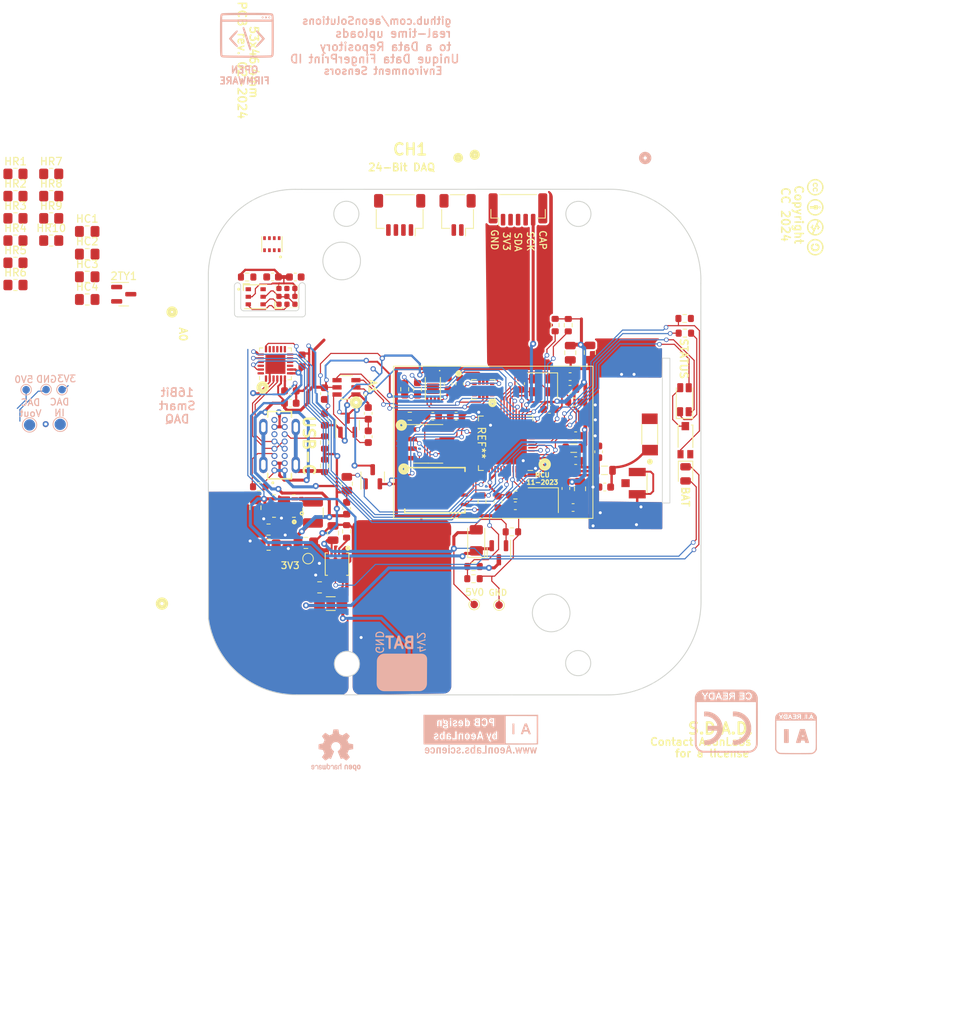
<source format=kicad_pcb>
(kicad_pcb (version 20221018) (generator pcbnew)
  (title_block (title "S.D.A.D. DAQ") (date "2021-12-28") (rev "03-2024") (company "WWW.AEONLABS.SCIENCE") (comment 1 "https://github.com/aeonSolutions/openScience-Smart-DAQ-to-Upload-Live-Experimental-Data-to-a-Data-Repository") (comment 2 "Creative Commons non commercial share alike"))
  (layers (0 "F.Cu" signal) (31 "B.Cu" signal) (34 "B.Paste" user) (35 "F.Paste" user) (36 "B.SilkS" user "B.Silkscreen") (37 "F.SilkS" user "F.Silkscreen") (38 "B.Mask" user) (39 "F.Mask" user) (44 "Edge.Cuts" user))
  (net 0 "")
  (net 1 "GND")
  (net 2 "Net-(U3-I_SET)")
  (net 3 "3V3")
  (net 4 "VDD_SPI")
  (net 5 "CHIP_EN")
  (net 6 "ESP_GPIO0_BOOT-DTR")
  (net 7 "GPIO8_I2C_SDA")
  (net 8 "USB_D-")
  (net 9 "SPIHD")
  (net 10 "SPIWP")
  (net 11 "SPICS0")
  (net 12 "SPICLK")
  (net 13 "SPIQ")
  (net 14 "SPID")
  (net 15 "USB_D+")
  (net 16 "Net-(ESP32S1-LNA_IN{slash}RF)")
  (net 17 "Net-(ESP32S1-GPIO16{slash}ADC2_CH5{slash}XTAL_32K_N)")
  (net 18 "Net-(ESP32S1-GPIO15{slash}ADC2_CH4{slash}XTAL_32K_P)")
  (net 19 "TXD0")
  (net 20 "RXD0")
  (net 21 "DAC_CALIBRATION")
  (net 22 "Net-(ESP32S1-XTAL_P)")
  (net 23 "Net-(ESP32S1-XTAL_N)")
  (net 24 "GPIO9_I2C_SCL")
  (net 25 "Net-(ESP32S1-U0TXD{slash}PROG{slash}GPIO43)")
  (net 26 "SPICS1")
  (net 27 "VIN_BATF")
  (net 28 "VIN_BAT")
  (net 29 "STDBY_LED_G")
  (net 30 "CHRG_LED_R")
  (net 31 "VIN")
  (net 32 "USB_5V0")
  (net 33 "BAT_SENSE_IO21")
  (net 34 "Net-(LED1-RA)")
  (net 37 "Net-(U7-CSB)")
  (net 38 "USB_5V0F")
  (net 45 "Net-(AUR1-FB)")
  (net 46 "Net-(AUR1-SW)")
  (net 47 "Net-(ESP32S1-VDD3P3-Pad2)")
  (net 48 "Net-(E_LNA_ANT2-SIG)")
  (net 57 "TEMT6000_IO33")
  (net 59 "LED_G_IO02")
  (net 60 "LED_R_IO04")
  (net 61 "LED_B_IO05")
  (net 63 "LCD_LED_IO21")
  (net 64 "LCD_I2C_SDA_IO38")
  (net 65 "LCD_RST_IO37")
  (net 66 "CAPACITIVE_SENSOR_IO11")
  (net 67 "LCD_I2C_SCL_IO12")
  (net 68 "GNDD")
  (net 69 "PERIPHERALS_PWR_EN_IO38")
  (net 72 "ADC_CH_V+")
  (net 73 "3V3_PLUG")
  (net 74 "LCD_DC_IO18")
  (net 75 "LCD_CS_IO36")
  (net 76 "TMUX1208_A0")
  (net 77 "TMUX1208_A2")
  (net 78 "TMUX1208_A1")
  (net 79 "Net-(U5-V3)")
  (net 95 "Net-(J2-CC1)")
  (net 97 "Net-(J2-CC2)")
  (net 99 "Net-(J2-SHIELD)")
  (net 100 "VOLTAGE_REF_2.5V")
  (net 102 "CH1_PWR_EN_3V3_IO36")
  (net 103 "Net-(2TY1-B)")
  (net 104 "HX3V3")
  (net 105 "Net-(HX1-VBG)")
  (net 106 "Net-(HX1-INA-)")
  (net 107 "Net-(HX1-INA+)")
  (net 108 "Net-(HX1-INB-)")
  (net 109 "Net-(HX1-INB+)")
  (net 110 "A+")
  (net 111 "A-")
  (net 112 "Net-(HX1-VFB)")
  (net 113 "B+")
  (net 114 "B-")
  (footprint "Package_TO_SOT_SMD:SOT-23" (layer "F.Cu") (at 152.035 112.2425 -90)
    (fp_text reference "DMP1045U_1" hide)
    (fp_text value "DMP1045U")
  )
  (footprint "Resistor_SMD:R_0603_1608Metric" (layer "F.Cu") (at 148.67 114.065 180)
    (fp_text reference "BAT_SENSE_R2" hide)
    (fp_text value "100k")
  )
  (footprint "Resistor_SMD:R_0603_1608Metric" (layer "F.Cu") (at 120.21 103.48)
    (fp_text reference "USB_PLUG_R2" hide)
    (fp_text value "5k1")
  )
  (footprint "Resistor_SMD:R_0805_2012Metric_Pad1.20x1.40mm_HandSolder" (layer "F.Cu") (at 121.455 111.175 180)
    (fp_text reference "AUR_R1" hide)
    (fp_text value "75k")
  )
  (footprint "Capacitor_SMD:C_0805_2012Metric" (layer "F.Cu") (at 162.815 103.755 90)
    (fp_text reference "E_VDDA_C2" hide)
    (fp_text value "1uF 10% 50V")
  )
  (footprint "RF_Antenna:RF Antenna IPEX SMD PCB HRS_U.FL-R-SMT(01)" (layer "F.Cu") (at 170.41 103 -90)
    (fp_text reference "E_LNA_ANT2" hide)
    (fp_text value "U.FL-R-SMT(01)" hide)
  )
  (footprint "Resistor_SMD:R_0603_1608Metric" (layer "F.Cu") (at 128.88 100.705 90)
    (fp_text reference "USB_PLYG_R1" hide)
    (fp_text value "150K")
  )
  (footprint "Capacitor_SMD:C_0603_1608Metric" (layer "F.Cu") (at 125 75.64 180)
    (fp_text reference "ENS_C2" hide)
    (fp_text value "100nF")
  )
  (footprint "AeonLabs_Sensors:ENS160 Gas Semsor" (layer "F.Cu") (at 123.9 78.24 90)
    (fp_text reference "IC_ENS1" hide)
    (fp_text value "~" hide)
  )
  (footprint "AeonLabs_Connectors:USB-C Vertical GCT_USB4120-03-C_REVA" (layer "F.Cu") (at 122.91 97.96 90)
    (fp_text reference "J2" hide)
    (fp_text value "USB4120-03-C_REVA")
  )
  (footprint "Resistor_SMD:R_0805_2012Metric_Pad1.20x1.40mm_HandSolder" (layer "F.Cu") (at 87.8325 67.85)
    (fp_text reference "HR3")
    (fp_text value "100R")
  )
  (footprint "Capacitor_SMD:C_0603_1608Metric" (layer "F.Cu") (at 131.82 106.34 -90)
    (fp_text reference "HXC2" hide)
    (fp_text value "2.2uF")
  )
  (footprint "Capacitor_SMD:C_0603_1608Metric" (layer "F.Cu") (at 146.83 89.825 -90)
    (fp_text reference "IMUC1" hide)
    (fp_text value "100nF")
  )
  (footprint "Resistor_SMD:R_0603_1608Metric" (layer "F.Cu") (at 153.765 109.465)
    (fp_text reference "DMP1045_R1" hide)
    (fp_text value "10K")
  )
  (footprint "Package_DFN_QFN:AUR9718 ST1S09 SON95P300X300X100-7N" (layer "F.Cu") (at 123.495 106.035 180)
    (fp_text reference "AUR1" hide)
    (fp_text value "AUR9718x_DFN_3x3mm_6_pin")
  )
  (footprint "Capacitor_SMD:C_0603_1608Metric" (layer "F.Cu") (at 161.895 106.235)
    (fp_text reference "E_XTAL40_C1" hide)
    (fp_text value "22pF 5% 50V")
  )
  (footprint "Capacitor_SMD:C_0603_1608Metric" (layer "F.Cu") (at 166.105 103.52 180)
    (fp_text reference "E_LNA_C1" hide)
    (fp_text value "2.7pF")
  )
  (footprint "Capacitor_SMD:C_0603_1608Metric" (layer "F.Cu") (at 121.975 75.63)
    (fp_text reference "ENS_C1" hide)
    (fp_text value "1uF")
  )
  (footprint "Resistor_SMD:R_0805_2012Metric_Pad1.20x1.40mm_HandSolder" (layer "F.Cu") (at 87.8325 76.7)
    (fp_text reference "HR6")
    (fp_text value "8.4k")
  )
  (footprint "Package_DFN_QFN:QFN8 3.1x2.9mm QFNn-8 3x3 SON80P400X400X100-9N" (layer "F.Cu") (at 130.115 113.235 -90)
    (fp_text reference "U3" hide)
    (fp_text value "Battery_charger_CN3065_QFN8")
  )
  (footprint "Capacitor_SMD:C_0603_1608Metric" (layer "F.Cu") (at 161.495 88.86)
    (fp_text reference "E_XTAL32_C2" hide)
    (fp_text value "22pF 5% 50V")
  )
  (footprint "Capacitor_SMD:C_0603_1608Metric" (layer "F.Cu") (at 145.3 89.825 -90)
    (fp_text reference "ATSHA_C1" hide)
    (fp_text value "100nF")
  )
  (footprint "Resistor_SMD:R_0603_1608Metric" (layer "F.Cu") (at 148.665 115.685)
    (fp_text reference "BAT_SENSE_R1" hide)
    (fp_text value "100k")
  )
  (footprint "Package_TO_SOT_SMD:SOT-23" (layer "F.Cu") (at 135.28 102.1525 90)
    (fp_text reference "MTRT1" hide)
    (fp_text value "NPN")
  )
  (footprint "Capacitor_SMD:C_0805_2012Metric_Pad1.18x1.45mm_HandSolder" (layer "F.Cu") (at 126.4 110.935)
    (fp_text reference "AUR_C1" hide)
    (fp_text value "22uF")
  )
  (footprint "Capacitor_SMD:C_0603_1608Metric" (layer "F.Cu") (at 134.69 96.835 -90)
    (fp_text reference "VOLTAGE_REF_C2" hide)
    (fp_text value "100nF")
  )
  (footprint "Resistor_SMD:R_0805_2012Metric_Pad1.20x1.40mm_HandSolder" (layer "F.Cu") (at 87.8325 73.75)
    (fp_text reference "HR5")
    (fp_text value "18k4")
  )
  (footprint "TestPoint:TestPoint_Pad_D1.0mm" (layer "F.Cu") (at 152.06 119.19)
    (fp_text reference "TP3" hide)
    (fp_text value "GND" hide)
  )
  (footprint "Package_TO_SOT_SMD:SOT-23" (layer "F.Cu") (at 102.2125 77.92)
    (fp_text reference "2TY1")
    (fp_text value "S8550")
  )
  (footprint "Capacitor_SMD:C_0603_1608Metric" (layer "F.Cu") (at 154.93 89.8 90)
    (fp_text reference "E_XTAL32_C1" hide)
    (fp_text value "22pF 5% 50V")
  )
  (footprint "Capacitor_SMD:C_0603_1608Metric" (layer "F.Cu") (at 165.29 98.84 90)
    (fp_text reference "E_LNA_C2" hide)
    (fp_text value "2.7pF")
  )
  (footprint "Capacitor_SMD:C_0603_1608Metric" (layer "F.Cu") (at 160.935 103.705 90)
    (fp_text reference "E_VDDA_C1" hide)
    (fp_text value "100nF")
  )
  (footprint "AeonLabs:aeon creative commons logos" (layer "F.Cu") (at 194.11 67.69 -90)
    (fp_text reference "G***" hide)
    (fp_text value "LOGO" hide)
  )
  (footprint "Sensor:TEMT6000-SEN" (layer "F.Cu") (at 176.81 97.29 90)
    (fp_text reference "U6" hide)
    (fp_text value "TEMT6000" hide)
  )
  (footprint "Inductor_SMD:L_1210_3225Metric" (layer "F.Cu") (at 127.345 106.885 90)
    (fp_text reference "AUR_l1" hide)
    (fp_text value "3.3uF")
  )
  (footprint "Connector_JST:JST_SH_SM02B-SRSS-TB_1x02-1MP_P1.00mm_Horizontal" (layer "F.Cu") (at 146.55 67.4 180)
    (fp_text reference "PWOUT3V1" hide)
    (fp_text value "Screw_Terminal_01x02")
  )
  (footprint "Sensor_Motion:LSM6DS3 Motion Sensor PQFN50P300X250X86-14N" (layer "F.Cu") (at 149.965 90.56 180)
    (fp_text reference "IMU1" hide)
    (fp_text value "LSM6DS3")
  )
  (footprint "AeonLabs_Shields:ESP32-S3 GND Shield" (layer "F.Cu") (at 151.665 97.125 180)
    (fp_text reference "ESP32_SHIELD1" hide)
    (fp_text value "RFShield_OnePiece")
  )
  (footprint "Package_DFN_QFN:QFN-56-1EP_7x7mm_P0.4mm_EP5.6x5.6mm" (layer "F.Cu") (at 152.935 97.705 180)
    (fp_text reference "ESP32S1" hide)
    (fp_text value "ESP32-S3")
  )
  (footprint "Resistor_SMD:R_0805_2012Metric_Pad1.20x1.40mm_HandSolder" (layer "F.Cu") (at 87.8325 64.9)
    (fp_text reference "HR2")
    (fp_text value "2k2")
  )
  (footprint "Capacitor_SMD:C_0805_2012Metric" (layer "F.Cu") (at 130.005 109.625 -90)
    (fp_text reference "CN3965_C1" hide)
    (fp_text value "22uF")
  )
  (footprint "Resistor_SMD:R_0603_1608Metric" (layer "F.Cu") (at 139.53 90.54 90)
    (fp_text reference "I2C_SCL_R2" hide)
    (fp_text value "10k")
  )
  (footprint "Capacitor_SMD:C_0603_1608Metric" (layer "F.Cu") (at 161.485 90.545 180)
    (fp_text reference "E_RTS_C1" hide)
    (fp_text value "100nF")
  )
  (footprint "Package_TO_SOT_SMD:SOT-23" (layer "F.Cu") (at 131.945 95.3075 90)
    (fp_text reference "U1" hide)
    (fp_text value "MCP1525-TT" hide)
  )
  (footprint "Capacitor_SMD:C_0603_1608Metric" (layer "F.Cu") (at 162.24 100.01)
    (fp_text reference "E_VDD_3_C4" hide)
    (fp_text value "100nF 10% 16V")
  )
  (footprint "Capacitor_SMD:C_0805_2012Metric" (layer "F.Cu") (at 164.125 85.665 -90)
    (fp_text reference "E_VDD_3_C2" hide)
    (fp_text value "10uF 20% 6.3V")
  )
  (footprint "Capacitor_SMD:C_0603_1608Metric" (layer "F.Cu") (at 151.935 105.495 -90)
    (fp_text reference "E_VDD_CPU_C1" hide)
    (fp_text value "100nF 10% 16V")
  )
  (footprint "AeonLabs_IC:CH9102F" (layer "F.Cu") (at 122.36 87.17 90)
    (fp_text reference "U5" hide)
    (fp_text value "~")
  )
  (footprint "Sensor_Humidity:AHT20 HT Sensor PSON100P300X300X110-6N" (layer "F.Cu") (at 119.74 78.26)
    (fp_text reference "U4" hide)
    (fp_text value "AHT20" hide)
  )
  (footprint "Package_SO:SOIC-8_3.9x4.9mm_P1.27mm" (layer "F.Cu") (at 142.645 97.785)
    (fp_text reference "EPS1" hide)
    (fp_text value "ESP32-PSRAM_LY68L6400S")
  )
  (footprint "LED_SMD:LED_1206_3210_RGB_Metric" (layer "F.Cu") (at 176.73 92.16 90)
    (fp_text reference "LED1" hide)
    (fp_text value "LED_GBRC" hide)
  )
  (footprint "Resistor_SMD:R_0603_1608Metric" (layer "F.Cu") (at 154.225 104.575)
    (fp_text reference "E_DTR_R1" hide)
    (fp_text value "10k")
  )
  (footprint "Crystal:Crystal_SMD_3225-4Pin_3.2x2.5mm" (layer "F.Cu") (at 157.935 105.265 180)
    (fp_text reference "E_XTAL40_1" hide)
    (fp_text value "40Mhz 22pF+-10PPM")
  )
  (footprint "Diode_SMD:D_1206_3216Metric" (layer "F.Cu") (at 149.03 110.59 90)
    (fp_text reference "DMP1045_SCHOT1" hide)
    (fp_text value "D_Schottky")
  )
  (footprint "Crystal:Crystal_SMD_3225-4Pin_3.2x2.5mm" (layer "F.Cu") (at 157.835 90.015 180)
    (fp_text reference "E_XTAL32_1" hide)
    (fp_text value "32.768Mhz 22pF+-10PPM")
  )
  (footprint "Inductor_SMD:L_0805_2012Metric" (layer "F.Cu") (at 161.975 98.355 180)
    (fp_text reference "E_VDD_L1" hide)
    (fp_text value "12nH 5%")
  )
  (footprint "Resistor_SMD:R_0603_1608Metric" (layer "F.Cu") (at 176.71 81.14 180)
    (fp_text reference "TMPR1" hide)
    (fp_text value "10K")
  )
  (footprint "Capacitor_SMD:C_0805_2012Metric_Pad1.18x1.45mm_HandSolder" (layer "F.Cu") (at 97.3625 78.62)
    (fp_text reference "HC4")
    (fp_text value "0.1pF")
  )
  (footprint "Resistor_SMD:R_0603_1608Metric" (layer "F.Cu") (at 161.25 82.03 90)
    (fp_text reference "I2C_SDA_R1" hide)
    (fp_text value "10k")
  )
  (footprint "Capacitor_SMD:C_0805_2012Metric_Pad1.18x1.45mm_HandSolder" (layer "F.Cu") (at 119.705 106.255 -90)
    (fp_text reference "AUR_C2" hide)
    (fp_text value "4.7uF")
  )
  (footprint "Resistor_SMD:R_0805_2012Metric_Pad1.20x1.40mm_HandSolder" (layer "F.Cu") (at 92.5825 70.8)
    (fp_text reference "HR10")
    (fp_text value "2k2")
  )
  (footprint "Capacitor_SMD:C_0603_1608Metric" (layer "F.Cu") (at 143.265 94.11 180)
    (fp_text reference "E_SPI_C1" hide)
    (fp_text value "1uF 10% 50V")
  )
  (footprint "Resistor_SMD:R_0805_2012Metric_Pad1.20x1.40mm_HandSolder" (layer "F.Cu") (at 87.8325 70.8)
    (fp_text reference "HR4")
    (fp_text value "100R")
  )
  (footprint "AeonLabs_IC:ADS1100 16-bit ADC SOT95P280X145-6N" (layer "F.Cu") (at 131.795 90.285 180)
    (fp_text reference "ADS1100_CH2" hide)
    (fp_text value "ADS1100A0IDBVR")
  )
  (footprint "AeonLabs Enclosure Boxes:LK-R37 70x70mm enclosure" (layer "F.Cu") (at 149.23 97.65 -90)
    (fp_text reference "REF**")
    (fp_text value "LK-R37 70x70mm enclosure")
    (fp_line (start -33.647409 23.361725) (end -33.65866 -17.335) (stroke (width 0.12)) (layer "Edge.Cuts"))
    (fp_line (start -33.647409 24.221725) (end -33.647409 23.361725) (stroke (width 0.12)) (layer "Edge.Cuts"))
    (fp_line (start -21.17366 -29.63) (end 21.205 -29.655) (stroke (width 0.12)) (layer "Edge.Cuts"))
    (fp_line (start 23.35 35.77) (end -22.53366 35.780004) (stroke (width 0.12)) (layer "Edge.Cuts"))
    (fp_line (start 33.46 -17.35) (end 33.44362 24.025318) (stroke (width 0.12)) (layer "Edge.Cuts"))
    (fp_arc (start -33.65866 -17.335) (mid -30.066733 -26.174033) (end -21.17366 -29.63) (stroke (width 0.12)) (layer "Edge.Cuts"))
    (fp_arc (start -22.53366 35.780004) (mid -30.450784 32.270339) (end -33.647409 24.221725) (stroke (width 0.12)) (layer "Edge.Cuts"))
    (fp_arc (start 21.205 -29.655) (mid 29.847516 -26.007295) (end 33.46 -17.35) (stroke (width 0.12)) (layer "Edge.Cuts"))
    (fp_arc (start 33.44362 24.025318) (mid 30.602743 31.793483) (end 23.35 35.77) (stroke (width 0.12)) (layer "Edge.Cuts"))
    (fp_circle (center -30.4 17.45) (end -29.2 18.61) (stroke (width 0.12)) (fill none) (layer "Edge.Cuts"))
    (fp_circle (center -30.39 -13.37) (end -29.19 -12.21) (stroke (width 0.12)) (fill none) (layer "Edge.Cuts"))
    (fp_circle (center -24.139017 18.07) (end -21.639017 18.07) (stroke (width 0.12)) (fill none) (layer "Edge.Cuts"))
    (fp_circle (center 22.58 -9.753686) (end 25.08 -9.753686) (stroke (width 0.12)) (fill none) (layer "Edge.Cuts"))
    (fp_circle (center 29.24 -13.339011) (end 30.44 -12.179011) (stroke (width 0.12)) (fill none) (layer "Edge.Cuts"))
    (fp_circle (center 29.34 17.370989) (end 30.54 18.530989) (stroke (width 0.12)) (fill none) (layer "Edge.Cuts"))
  )
  (footprint "Capacitor_SMD:C_0603_1608Metric" (layer "F.Cu") (at 124.34 92.39)
    (fp_text reference "CHC3" hide)
    (fp_text value "1uF")
  )
  (footprint "Resistor_SMD:R_0805_2012Metric_Pad1.20x1.40mm_HandSolder" (layer "F.Cu") (at 92.5825 64.9)
    (fp_text reference "HR8")
    (fp_text value "100R")
  )
  (footprint "Resistor_SMD:R_0805_2012Metric_Pad1.20x1.40mm_HandSolder" (layer "F.Cu") (at 92.5825 61.95)
    (fp_text reference "HR7")
    (fp_text value "100R")
  )
  (footprint "Connector_JST:JST_SH_SM04B-SRSS-TB_1x04-1MP_P1.00mm_Horizontal" (layer "F.Cu") (at 138.86 67.4 180)
    (fp_text reference "I2C1" hide)
    (fp_text value "I2C6")
  )
  (footprint "Resistor_SMD:R_0603_1608Metric" (layer "F.Cu") (at 159.51 82.02 -90)
    (fp_text reference "I2C_SDA_R2" hide)
    (fp_text value "10k")
  )
  (footprint "Resistor_SMD:R_0603_1608Metric" (layer "F.Cu") (at 162.065 92.23 180)
    (fp_text reference "E_RTS_R1" hide)
    (fp_text value "10k")
  )
  (footprint "AeonLabs_IC:ATSHA204A-MAHDA-T UDFN-8" (layer "F.Cu") (at 143.27 90.47 -90)
    (fp_text reference "U2" hide)
    (fp_text value "ATSHA204A-MAHDA-T")
  )
  (footprint "Resistor_SMD:R_0805_2012Metric_Pad1.20x1.40mm_HandSolder" (layer "F.Cu") (at 92.5825 67.85)
    (fp_text reference "HR9")
    (fp_text value "2k2")
  )
  (footprint "Capacitor_SMD:C_0805_2012Metric" (layer "F.Cu") (at 128.225 116.835)
    (fp_text reference "CN3065_C2" hide)
    (fp_text value "4.7uF")
  )
  (footprint "Resistor_SMD:R_0603_1608Metric" (layer "F.Cu") (at 140.205 94.11)
    (fp_text reference "PSRAM_R1" hide)
    (fp_text value "100K")
  )
  (footprint "Capacitor_SMD:C_0603_1608Metric" (layer "F.Cu") (at 125.89 86.75 90)
    (fp_text reference "CHC1" hide)
    (fp_text value "1uF")
  )
  (footprint "Capacitor_SMD:C_0603_1608Metric" (layer "F.Cu") (at 154.225 106.005 180)
    (fp_text reference "E_XTAL40_C2" hide)
    (fp_text value "22pF 5% 50V")
  )
  (footprint "Resistor_SMD:R_0603_1608Metric" (layer "F.Cu") (at 176.74 83.09)
    (fp_text reference "LR1" hide)
    (fp_text value "330R")
  )
  (footprint "Resistor_SMD:R_0805_2012Metric" (layer "F.Cu") (at 131.84 103.08 90)
    (fp_text reference "MTRR1" hide)
    (fp_text value "10k")
  )
  (footprint "Capacitor_SMD:C_0603_1608Metric" (layer "F.Cu") (at 124.345 90.75 180)
    (fp_text reference "CHC2" hide)
    (fp_text value "1uF")
  )
  (footprint "Capacitor_SMD:C_0805_2012Metric" (layer "F.Cu") (at 161.52 85.69 -90)
    (fp_text reference "E_VDD_3_C1" hide)
    (fp_text value "10uF 20% 6.3V")
  )
  (footprint "Capacitor_SMD:C_0603_1608Metric" (layer "F.Cu") (at 158.755 93.21)
    (fp_text reference "E_VDD_RTC_C1" hide)
    (fp_text value "100nF 10% 16V")
  )
  (footprint "TestPoint:TestPoint_Pad_D1.0mm" (layer "F.Cu") (at 148.76 119.11)
    (fp_text reference "TP1" hide)
    (fp_text value "VIN" hide)
  )
  (footprint "Resistor_SMD:R_0603_1608Metric" (layer "F.Cu") (at 149.795 105.435 90)
    (fp_text reference "E_UART_TX_1" hide)
    (fp_text value "499R")
  )
  (footprint "Capacitor_SMD:C_0805_2012Metric_Pad1.18x1.45mm_HandSolder" (layer "F.Cu") (at 97.3625 72.6)
    (fp_text reference "HC2")
    (fp_text value "0.1pF")
  )
  (footprint "Capacitor_SMD:C_0603_1608Metric" (layer "F.Cu") (at 128.87 94.55 -90)
    (fp_text reference "VOLTAGE_REF_C1" hide)
    (fp_text value "100nF")
  )
  (footprint "Inductor_SMD:L_0805_2012Metric" (layer "F.Cu") (at 166.07 101.3 180)
    (fp_text reference "E_LNA_l1" hide)
    (fp_text value "1.8nH 5%")
  )
  (footprint "Resistor_SMD:R_0805_2012Metric_Pad1.20x1.40mm_HandSolder" (layer "F.Cu") (at 121.445 109.165 180)
    (fp_text reference "AUR_R2" hide)
    (fp_text value "24k")
  )
  (footprint "Resistor_SMD:R_0603_1608Metric" (layer "F.Cu") (at 128.88 97.61 -90)
    (fp_text reference "USB_PLUG_R4" hide)
    (fp_text value "5k1")
  )
  (footprint "TestPoint:TestPoint_Pad_D1.0mm" (layer "F.Cu") (at 126.695 113.015)
    (fp_text reference "TP2" hide)
    (fp_text value "VOut" hide)
  )
  (footprint "Capacitor_SMD:C_0603_1608Metric" (layer "F.Cu") (at 162.235 96.705 180)
    (fp_text reference "E_VDD_3_C3" hide)
    (fp_text value "100nF 10% 16V")
  )
  (footprint "AeonLabs Storage:WSON8 FLASH SPI SON127P800X600X80-9N" (layer "F.Cu") (at 143.54 103.94)
    (fp_text reference "ESP_FLASH1" hide)
    (fp_text value "W25Q128JVS")
  )
  (footprint "Resistor_SMD:R_0603_1608Metric" (layer "F.Cu") (at 131.81 109.405 -90)
    (fp_text reference "CN3065_R1" hide)
    (fp_text value "1K8")
  )
  (footprint "Fuse:Fuse_1206_3216Metric_Pad1.42x1.75mm_HandSolder" (layer "F.Cu") (at 129.705 118.99)
    (fp_text reference "BAT_FUSE1" hide)
    (fp_text value "Polyfuse")
  )
  (footprint "LED_SMD:LED_0805_2012Metric" (layer "F.Cu") (at 176.83 101.7675 -90)
    (fp_text reference "CN3065_STDBY_LED1" hide)
    (fp_text value "LED" hide)
  )
  (footprint "Capacitor_SMD:C_0603_1608Metric" (layer "F.Cu") (at 146.36 94.105)
    (fp_text reference "E_SPI_C2" hide)
    (fp_text value "100nF 10% 16V")
  )
  (footprint "AeonLabs_MCU_RF:CrossAir CA-C03" (layer "F.Cu") (at 171.93 96.74 90)
    (property "VALUE" "AN9520")
    (fp_text reference "E_LNA_ANT1" hide)
    (fp_text value "SMD-BUILT-IN-ANTENNA-2.4GHZ(2P-9.5X2.1MM)" hide)
  )
  (footprint "Capacitor_SMD:C_0603_1608Metric" (layer "F.Cu") (at 134.685 93.735 90)
    (fp_text reference "ADS1100_CH_C3" hide)
    (fp_text value "33-100pF")
  )
  (footprint "Capacitor_SMD:C_0603_1608Metric" (layer "F.Cu") (at 128.87 91.11 90)
    (fp_text reference "ADS1100_CH_C4" hide)
    (fp_text value "100nF")
  )
  (footprint "Resistor_SMD:R_0805_2012Metric_Pad1.20x1.40mm_HandSolder" (layer "F.Cu") (at 87.8325 61.95)
    (fp_text reference "HR1")
    (fp_text value "2k2")
  )
  (footprint "Capacitor_SMD:C_0805_2012Metric_Pad1.18x1.45mm_HandSolder" (layer "F.Cu") (at 97.3625 75.61)
    (fp_text reference "HC3")
    (fp_text value "0.1pF")
  )
  (footprint "AeonLabs_Connectors:JST_SH_BM05B-SRSS-TB_1x05-1MP_P1.00mm_Vertical" (layer "F.Cu") (at 154.59 66.705)
    (fp_text reference "PLUG2" hide)
    (fp_text value "PLUG2")
  )
  (footprint "AeonLabs_Sensors:XDCR_BMP280" (layer "F.Cu") (at 121.885 71.28 -90)
    (fp_text reference "U7" hide)
    (fp_text value "BMP280" hide)
  )
  (footprint "Resistor_SMD:R_0603_1608Metric" (layer "F.Cu") (at 141.23 90.545 -90)
    (fp_text reference "I2C_SDA_R2" hide)
    (fp_text value "10k")
  )
  (footprint "Capacitor_SMD:C_0805_2012Metric_Pad1.18x1.45mm_HandSolder" (layer "F.Cu") (at 97.3625 69.59)
    (fp_text reference "HC1")
    (fp_text value "10pF")
  )
  (footprint "Resistor_SMD:R_0603_1608Metric" (layer "F.Cu") (at 118.605 75.64 180)
    (fp_text reference "BMPR1" hide)
    (fp_text value "10k")
  )
  (footprint "AeonLabs Logosy:AI ready" (layer "B.Cu") (at 191.5 136.2 180)
    (fp_text reference "G***" hide)
    (fp_text value "LOGO" hide)
  )
  (footprint "TestPoint:TestPoint_Pad_D1.0mm" (layer "B.Cu") (at 94.015 90.585 180)
    (fp_text reference "TP2" hide)
    (fp_text value "VOut" hide)
  )
  (footprint "TestPoint:TestPoint_Pad_D1.5mm" (layer "B.Cu") (at 89.705 95.275 180)
    (fp_text reference "REF**" hide)
    (fp_text value "TestPoint_Pad_D1.5mm" hide)
  )
  (footprint "AeonLabs_Connectors:JST_SH_BM03B-SRSS-TB_1x03-1MP_P1.00mm_Vertical" (layer "B.Cu") (at 139.11 128.13 180)
    (fp_text reference "ExtSWBAT_PLUG2" hide)
    (fp_text value "Conn_01x03_Female")
  )
  (footprint "AeonLabs Logos:aeonlabs science" (layer "B.Cu") (at 149.639702 136.371553 180)
    (fp_text reference "G***" hide)
    (fp_text value "LOGO" hide)
  )
  (footprint "AeonLabs Logosy:CE Ready Small Logo" (layer "B.Cu") (at 182.25 134.59 180)
    (fp_text reference "G***" hide)
    (fp_text value "LOGO" hide)
  )
  (footprint "TestPoint:TestPoint_Pad_D1.0mm" (layer "B.Cu") (at 91.9 90.58 180)
    (fp_text reference "TP3" hide)
    (fp_text value "GND" hide)
  )
  (footprint "Symbol:OSHW-Logo2_7.3x6mm_SilkScreen" (layer "B.Cu") (at 130.39 138.45 180)
    (fp_text reference "REF**" hide)
    (fp_text value "OSHW-Logo2_7.3x6mm_SilkScreen" hide)
  )
  (footprint "AeonLabs Logos:open_firmware" (layer "B.Cu") (at 118.72 44.51 180)
    (fp_text reference "G***" hide)
    (fp_text value "LOGO" hide)
  )
  (footprint "TestPoint:TestPoint_Pad_D1.5mm" (layer "B.Cu") (at 93.775 95.195 180)
    (fp_text reference "REF**" hide)
    (fp_text value "TestPoint_Pad_D1.5mm" hide)
  )
  (footprint "TestPoint:TestPoint_Pad_D1.0mm" (layer "B.Cu") (at 89.25 90.6 180)
    (fp_text reference "TP1" hide)
    (fp_text value "VIN" hide)
  )
  (gr_circle (center 171.467553 59.84) (end 171.6891 59.86) (stroke (width 0.6)) (fill none) (layer "B.SilkS"))
  (gr_circle (center 158.125 100.515) (end 157.903453 100.535) (stroke (width 0.6)) (fill none) (layer "F.SilkS"))
  (gr_line (start 122.27 78.96) (end 122.27 79.82) (stroke (width 0.15)) (layer "F.SilkS"))
  (gr_circle (center 151.192448 92.35) (end 151.354896 92.35) (stroke (width 0.4)) (fill none) (layer "F.SilkS"))
  (gr_line (start 118.1 76.53) (end 118.1 77.43) (stroke (width 0.15)) (layer "F.SilkS"))
  (gr_circle (center 133.07 92.29) (end 132.848453 92.31) (stroke (width 0.6)) (fill none) (layer "F.SilkS"))
  (gr_circle (center 107.29 118.99) (end 107.068453 119.01) (stroke (width 0.6)) (fill none) (layer "F.SilkS"))
  (gr_circle (center 139.087685 95.305) (end 138.947685 95.332553) (stroke (width 0.6)) (fill none) (layer "F.SilkS"))
  (gr_circle (center 131.985 111.625) (end 132.175 111.645) (stroke (width 0.28)) (fill none) (layer "F.SilkS"))
  (gr_circle (center 108.63 80.28) (end 108.49 80.307553) (stroke (width 0.6)) (fill none) (layer "F.SilkS"))
  (gr_circle (center 146.63 59.81) (end 146.591658 59.79) (stroke (width 0.6)) (fill none) (layer "F.SilkS"))
  (gr_line (start 118.915 76.53) (end 118.095 76.53) (stroke (width 0.15)) (layer "F.SilkS"))
  (gr_circle (center 148.83 59.41) (end 148.765 59.38) (stroke (width 0.6)) (fill none) (layer "F.SilkS"))
  (gr_circle (center 139.42 101.12) (end 139.28 101.147553) (stroke (width 0.6)) (fill none) (layer "F.SilkS"))
  (gr_circle (center 146.695 88.475) (end 146.917448 88.475) (stroke (width 0.4)) (fill none) (layer "F.SilkS"))
  (gr_line (start 122.27 79.82) (end 123.24 79.82) (stroke (width 0.15)) (layer "F.SilkS"))
  (gr_circle (center 120.67 90.3) (end 120.448453 90.32) (stroke (width 0.6)) (fill none) (layer "F.SilkS"))
  (gr_circle (center 124.856049 108.145) (end 124.836049 108.335) (stroke (width 0.28)) (fill none) (layer "F.SilkS"))
  (gr_line (start 117.750486 76.810849) (end 117.750098 79.720694) (stroke (width 0.1)) (layer "Edge.Cuts"))
  (gr_line (start 125.07 80.12) (end 118.180585 80.130693) (stroke (width 0.1)) (layer "Edge.Cuts"))
  (gr_arc (start 125.900485 76.399025) (mid 126.20362 76.51177) (end 126.330972 76.809024) (stroke (width 0.1)) (layer "Edge.Cuts"))
  (gr_rect (start 173.75 86.41) (end 174.75 105.64) (stroke (width 0.1)) (fill none) (layer "Edge.Cuts"))
  (gr_arc (start 126.339999 80.502186) (mid 126.22725 80.805294) (end 125.93 80.932673) (stroke (width 0.1)) (layer "Edge.Cuts"))
  (gr_line (start 125.5 76.829512) (end 125.489513 79.689513) (stroke (width 0.1)) (layer "Edge.Cuts"))
  (gr_arc (start 116.91 76.831337) (mid 117.022839 76.528312) (end 117.319999 76.40085) (stroke (width 0.1)) (layer "Edge.Cuts"))
  (gr_arc (start 117.319999 76.40085) (mid 117.62295 76.513738) (end 117.750486 76.810849) (stroke (width 0.1)) (layer "Edge.Cuts"))
  (gr_line (start 117.350973 80.930848) (end 125.93 80.932673) (stroke (width 0.1)) (layer "Edge.Cuts"))
  (gr_line (start 116.91 76.831337) (end 116.920486 80.520849) (stroke (width 0.1)) (layer "Edge.Cuts"))
  (gr_line (start 126.339999 80.502186) (end 126.330972 76.809024) (stroke (width 0.1)) (layer "Edge.Cuts"))
  (gr_arc (start 118.180585 80.130693) (mid 117.877433 80.017998) (end 117.750098 79.720694) (stroke (width 0.1)) (layer "Edge.Cuts"))
  (gr_arc (start 117.350973 80.930848) (mid 117.047777 80.818185) (end 116.920486 80.520849) (stroke (width 0.1)) (layer "Edge.Cuts"))
  (gr_arc (start 125.5 76.829512) (mid 125.612848 76.526503) (end 125.909999 76.399025) (stroke (width 0.1)) (layer "Edge.Cuts"))
  (gr_arc (start 125.489513 79.689513) (mid 125.376787 79.99264) (end 125.079514 80.12) (stroke (width 0.1)) (layer "Edge.Cuts"))
  (gr_text "5V0\n" (at 88.945 89.245) (layer "B.SilkS") (effects (font (size 0.9 0.9)) (justify mirror)))
  (gr_text "GND" (at 136.17 124.12 -90) (layer "B.SilkS") (effects (font (size 1 1)) (justify mirror)))
  (gr_text "Unique Data FingerPrint ID" (at 146.91 46.7) (layer "B.SilkS") (effects (font (size 1.1 1.1) (thickness 0.2)) (justify left mirror)))
  (gr_text "GND" (at 91.955 89.205) (layer "B.SilkS") (effects (font (size 0.9 0.9)) (justify mirror)))
  (gr_text "github.com/aeonSolutions" (at 145.85 41.63) (layer "B.SilkS") (effects (font (size 1 1) (thickness 0.2)) (justify left mirror)))
  (gr_text "3V3" (at 94.625 89.135) (layer "B.SilkS") (effects (font (size 0.9 0.9)) (justify mirror)))
  (gr_text "DAC\nVout" (at 89.825 93.015) (layer "B.SilkS") (effects (font (size 0.9 0.9)) (justify mirror)))
  (gr_text "16Bit\nSmart\nDAQ" (at 109.32 92.73) (layer "B.SilkS") (effects (font (size 1.1 1.1) (thickness 0.2)) (justify mirror)))
  (gr_text "4V2" (at 141.69 124.13 -90) (layer "B.SilkS") (effects (font (size 1 1)) (justify mirror)))
  (gr_text "Environment Sensors\n" (at 136.65 48.27) (layer "B.SilkS") (effects (font (size 1 1) (thickness 0.2)) (justify mirror)))
  (gr_text "BAT" (at 138.92 124.2) (layer "B.SilkS") (effects (font (size 1.5 1.5) (thickness 0.3) bold) (justify mirror)))
  (gr_text "DAC\nIN" (at 93.685 92.945) (layer "B.SilkS") (effects (font (size 0.9 0.9)) (justify mirror)))
  (gr_text "OPEN\nFIRMWARE" (at 118.261828 48.863194) (layer "B.SilkS") (effects (font (size 0.9 0.9) (thickness 0.2)) (justify mirror)))
  (gr_text "real-time uploads\nto a Data Repository" (at 145.83 44.19) (layer "B.SilkS") (effects (font (size 1.1 1.1) (thickness 0.2)) (justify left mirror)))
  (gr_text "BAT" (at 176.8 104.8 -90) (layer "F.SilkS") (effects (font (size 1 1) (thickness 0.2))))
  (gr_text "GND" (at 151.9 117.53) (layer "F.SilkS") (effects (font (size 0.8 0.8))))
  (gr_text "3V3" (at 124.32 113.93) (layer "F.SilkS") (effects (font (size 0.9 0.9))))
  (gr_text "MCU\n11-2023" (at 157.805 102.405) (layer "F.SilkS") (effects (font (size 0.6 0.6) (thickness 0.15) bold)))
  (gr_text "PCB rev. 02-2024" (at 117.921828 46.863194 270) (layer "F.SilkS") (effects (font (size 1.1 1.1) (thickness 0.2))))
  (gr_text "24-Bit DAQ" (at 139.12 61.08) (layer "F.SilkS") (effects (font (size 1 1) (thickness 0.2))))
  (gr_text "A1" (at 135.25 90.16 -90) (layer "F.SilkS") (effects (font (size 1 1) (thickness 0.2))))
  (gr_text "Copyright\nCC 2024" (at 190.99 67.35 270) (layer "F.SilkS") (effects (font (size 1.1 1.1) (thickness 0.2))))
  (gr_text "SCK" (at 156.23 70.9 270) (layer "F.SilkS") (effects (font (size 0.9 0.9))))
  (gr_text "A0" (at 110.1 83.25 -90) (layer "F.SilkS") (effects (font (size 1 1) (thickness 0.2))))
  (gr_text "Contact AeonLabs" (at 172.01 137.34) (layer "F.SilkS") (effects (font (size 1 1) (thickness 0.2)) (justify left)))
  (gr_text "STATUS" (at 176.6 86.49 -90) (layer "F.SilkS") (effects (font (size 1 1) (thickness 0.2))))
  (gr_text "3V3" (at 153.06 70.9 -90) (layer "F.SilkS") (effects (font (size 0.9 0.9))))
  (gr_text "53x46.4mm" (at 119.501828 47.113194 -90) (layer "F.SilkS") (effects (font (size 1.1 1.1) (thickness 0.2))))
  (gr_text "for a license" (at 175.33 138.87) (layer "F.SilkS") (effects (font (size 1 1) (thickness 0.2)) (justify left)))
  (gr_text "USB-C" (at 126.8 98.02 270) (layer "F.SilkS") (effects (font (size 1.5 1.5) (thickness 0.3) bold)))
  (gr_text "CH1" (at 140.26 58.7) (layer "F.SilkS") (effects (font (size 1.5 1.5) (thickness 0.3) bold)))
  (gr_text "GND" (at 151.46 70.7 270) (layer "F.SilkS") (effects (font (size 0.9 0.9))))
  (gr_text "S.D.A.D." (at 181.46 135.57) (layer "F.SilkS") (effects (font (size 1.5 1.5) (thickness 0.3) bold)))
  (gr_text "5V0\n" (at 148.82 117.49) (layer "F.SilkS") (effects (font (size 0.9 0.9))))
  (gr_text "CAP" (at 157.87 70.73 270) (layer "F.SilkS") (effects (font (size 0.9 0.9))))
  (gr_text "SDA" (at 154.58 70.99 -90) (layer "F.SilkS") (effects (font (size 0.9 0.9))))
  (segment (start 138.42 97.575) (end 138.42 103.77) (width 0.15) (layer "F.Cu") (net 1))
  (segment (start 156.735 89.165) (end 154.88 89.165) (width 0.2) (layer "F.Cu") (net 1))
  (segment (start 160.415 91.555) (end 160.415 92.755) (width 0.2) (layer "F.Cu") (net 1))
  (segment (start 127.525 117.31) (end 127.525 117.235) (width 0.25) (layer "F.Cu") (net 1))
  (segment (start 160.145 93.025) (end 159.535 93.025) (width 0.2) (layer "F.Cu") (net 1))
  (segment (start 153.965 112.845) (end 153.965 110.595) (width 0.15) (layer "F.Cu") (net 1))
  (segment (start 151.095 116) (end 151.095 115.425) (width 0.15) (layer "F.Cu") (net 1))
  (segment (start 128.255 113.705) (end 128.255 112.345) (width 0.3) (layer "F.Cu") (net 1))
  (segment (start 162.46125 89.795) (end 162.46125 90.25375) (width 0.3) (layer "F.Cu") (net 1))
  (segment (start 147.435 94.105) (end 147.135 94.105) (width 0.15) (layer "F.Cu") (net 1))
  (segment (start 162.46125 87.848321) (end 162.46125 89.795) (width 0.3) (layer "F.Cu") (net 1))
  (segment (start 157.594878 101.042855) (end 156.905 101.042855) (width 0.32) (layer "F.Cu") (net 1))
  (segment (start 157.914558 101.362535) (end 157.594878 101.042855) (width 0.32) (layer "F.Cu") (net 1))
  (segment (start 151.465 115.345) (end 153.965 112.845) (width 0.15) (layer "F.Cu") (net 1))
  (segment (start 153.53 101.135821) (end 153.53 97.498321) (width 0.2) (layer "F.Cu") (net 1))
  (segment (start 162.32125 89.655) (end 162.46125 89.795) (width 0.2) (layer "F.Cu") (net 1))
  (segment (start 162.07 92.94) (end 162.705 93.574999) (width 0.3) (layer "F.Cu") (net 1))
  (segment (start 121.61 89.12) (end 121.6 89.11) (width 0.25) (layer "F.Cu") (net 1))
  (segment (start 159.41125 91.035764) (end 159.207743 90.832257) (width 0.3) (layer "F.Cu") (net 1))
  (segment (start 120.805 107.795) (end 120.805 107.735) (width 0.4) (layer "F.Cu") (net 1))
  (segment (start 141.135 100.235) (end 140.725 99.825) (width 0.15) (layer "F.Cu") (net 1))
  (segment (start 140.35 87.805) (end 138.455 87.805) (width 0.2) (layer "F.Cu") (net 1))
  (segment (start 164.126199 100.884995) (end 164.186199 100.824995) (width 0.32) (layer "F.Cu") (net 1))
  (segment (start 132.65 112.52) (end 132.65 109.01) (width 0.3) (layer "F.Cu") (net 1))
  (segment (start 165.5075 98.08) (end 164.1925 98.08) (width 0.32) (layer "F.Cu") (net 1))
  (segment (start 119.4 91.05) (end 120.13741 91.05) (width 0.2) (layer "F.Cu") (net 1))
  (segment (start 121.6 89.11) (end 121.6 88.37) (width 0.25) (layer "F.Cu") (net 1))
  (segment (start 161.51 86.63) (end 161.51 86.53) (width 0.51) (layer "F.Cu") (net 1))
  (segment (start 122.23 101.54) (end 122.23 101.31) (width 0.15) (layer "F.Cu") (net 1))
  (segment (start 147.325 94.205) (end 146.475 93.355) (width 0.15) (layer "F.Cu") (net 1))
  (segment (start 130.325 112.345) (end 130.325 113.415) (width 0.25) (layer "F.Cu") (net 1))
  (segment (start 159.845 90.845) (end 159.845 90.985) (width 0.2) (layer "F.Cu") (net 1))
  (segment (start 159.026199 106.407495) (end 159.026199 107.382495) (width 0.3) (layer "F.Cu") (net 1))
  (segment (start 172.54 104.06) (end 172.54 101.82) (width 0.25) (layer "F.Cu") (net 1))
  (segment (start 162.705 93.574999) (end 162.705 95.495001) (width 0.3) (layer "F.Cu") (net 1))
  (segment (start 148.05 93.49) (end 147.435 94.105) (width 0.15) (layer "F.Cu") (net 1))
  (segment (start 120.445 109.165) (end 120.445 108.0325) (width 0.4) (layer "F.Cu") (net 1))
  (segment (start 126.84 89.922182) (end 126.012182 90.75) (width 0.3) (layer "F.Cu") (net 1))
  (segment (start 172.175 104.425) (end 172.54 104.06) (width 0.25) (layer "F.Cu") (net 1))
  (segment (start 127.705 114.135) (end 128.195 113.645) (width 0.3) (layer "F.Cu") (net 1))
  (segment (start 142.51 93.355) (end 142.51 94.205) (width 0.15) (layer "F.Cu") (net 1))
  (segment (start 127.4325 110.9275) (end 129.685 108.675) (width 0.3) (layer "F.Cu") (net 1))
  (segment (start 162.705 95.495001) (end 161.495 96.705) (width 0.3) (layer "F.Cu") (net 1))
  (segment (start 130.52 103.38) (end 130.52 106.39) (width 0.3) (layer "F.Cu") (net 1))
  (segment (start 165.29 98.065) (end 165.51 98.065) (width 0.32) (layer "F.Cu") (net 1))
  (segment (start 164.175 88.125) (end 164.175 88.595) (width 0.3) (layer "F.Cu") (net 1))
  (segment (start 128.92 99.14) (end 128.92 99.695) (width 0.4) (layer "F.Cu") (net 1))
  (segment (start 137.41375 103.11) (end 138.46625 103.11) (width 0.3) (layer "F.Cu") (net 1))
  (segment (start 130.52625 104.21) (end 132.05375 104.21) (width 0.3) (layer "F.Cu") (net 1))
  (segment (start 161.495 96.705) (end 161.46 96.705) (width 0.3) (layer "F.Cu") (net 1))
  (segment (start 152.115 106.245) (end 153.535 106.245) (width 0.3) (layer "F.Cu") (net 1))
  (segment (start 128.92 98.565) (end 128.92 99.14) (width 0.4) (layer "F.Cu") (net 1))
  (segment (start 120.1475 107.735) (end 120.805 107.735) (width 0.4) (layer "F.Cu") (net 1))
  (segment (start 162.367929 88.775) (end 162.26 88.775) (width 0.3) (layer "F.Cu") (net 1))
  (segment (start 140.77 112.44) (end 141.73 111.48) (width 0.3) (layer "F.Cu") (net 1))
  (segment (start 127.385 115.52) (end 127.385 117.115) (width 0.25) (layer "F.Cu") (net 1))
  (segment (start 154.59 109.465) (end 154.665 109.39) (width 0.15) (layer "F.Cu") (net 1))
  (segment (start 152.06 116.965) (end 151.095 116) (width 0.15) (layer "F.Cu") (net 1))
  (segment (start 127.705 115.2) (end 127.705 114.135) (width 0.3) (layer "F.Cu") (net 1))
  (segment (start 151.095 115.425) (end 151.175 115.345) (width 0.15) (layer "F.Cu") (net 1))
  (segment (start 138.55 105.845) (end 138.42 105.715) (width 0.25) (layer "F.Cu") (net 1))
  (segment (start 159.325698 90.950213) (end 159.419787 90.950213) (width 0.3) (layer "F.Cu") (net 1))
  (segment (start 164.35 106.89) (end 165.51 106.89) (width 0.32) (layer "F.Cu") (net 1))
  (segment (start 127.4325 111.5225) (end 127.4325 110.9275) (width 0.3) (layer "F.Cu") (net 1))
  (segment (start 130.605 113.705) (end 131.935 113.705) (width 0.3) (layer "F.Cu") (net 1))
  (segment (start 164.17 103.52) (end 165.33 103.52) (width 0.32) (layer "F.Cu") (net 1))
  (segment (start 162.746199 104.852495) (end 162.746199 106.117495) (width 0.3) (layer "F.Cu") (net 1))
  (segment (start 170.41 104.475) (end 170.41 105.65) (width 0.32) (layer "F.Cu") (net 1))
  (segment (start 151.175 115.345) (end 151.465 115.345) (width 0.15) (layer "F.Cu") (net 1))
  (segment (start 170.77 104.425) (end 172.175 104.425) (width 0.25) (layer "F.Cu") (net 1))
  (segment (start 172.195 101.475) (end 170.77 101.475) (width 0.25) (layer "F.Cu") (net 1))
  (segment (start 141.74 111.49) (end 141.74 107.6) (width 0.3) (layer "F.Cu") (net 1))
  (segment (start 128.255 112.345) (end 127.4325 111.5225) (width 0.3) (layer "F.Cu") (net 1))
  (segment (start 164.186199 100.009995) (end 164.186199 100.824995) (width 0.32) (layer "F.Cu") (net 1))
  (segment (start 142.13 105.715) (end 142 105.845) (width 0.25) (layer "F.Cu") (net 1))
  (segment (start 154.59 109.97) (end 154.59 109.465) (width 0.15) (layer "F.Cu") (net 1))
  (segment (start 126.84 85.92) (end 126.84 89.922182) (width 0.3) (layer "F.Cu") (net 1))
  (segment (start 149.49 115.685) (end 149.83 115.345) (width 0.15) (layer "F.Cu") (net 1))
  (segment (start 138.575 103.955) (end 140.285 103.955) (width 0.15) (layer "F.Cu") (net 1))
  (segment (start 141.135 103.105) (end 141.135 100.235) (width 0.15) (layer "F.Cu") (net 1))
  (segment (start 154.88 89.165) (end 154.855 89.14) (width 0.2) (layer "F.Cu") (net 1))
  (segment (start 154.665 109.39) (end 154.665 107.2875) (width 0.15) (layer "F.Cu") (net 1))
  (segment (start 138.42 103.77) (end 138.395 103.795) (width 0.15) (layer "F.Cu") (net 1))
  (segment (start 126.715 85.795) (end 125.88 85.795) (width 0.3) (layer "F.Cu") (net 1))
  (segment (start 141.73 111.48) (end 141.74 111.49) (width 0.3) (layer "F.Cu") (net 1))
  (segment (start 132.31 112.86) (end 132.65 112.52) (width 0.3) (layer "F.Cu") (net 1))
  (segment (start 131.82 105.565) (end 131.82 104.0125) (width 0.2) (layer "F.Cu") (net 1))
  (segment (start 159.845 90.105) (end 160.295 89.655) (width 0.2) (layer "F.Cu") (net 1))
  (segment (start 130.52 99.34) (end 130.52 105.71) (width 0.3) (layer "F.Cu") (net 1))
  (segment (start 162.54 104.48) (end 160.935 104.48) (width 0.2) (layer "F.Cu") (net 1))
  (segment (start 158.935 90.895) (end 158.935 90.865) (width 0.2) (layer "F.Cu") (net 1))
  (segment (start 161.57 86.58) (end 161.57 87.75) (width 0.3) (layer "F.Cu") (net 1))
  (segment (start 126.77 84.77) (end 126.84 84.84) (width 0.3) (layer "F.Cu") (net 1))
  (segment (start 161.52 86.64) (end 161.51 86.63) (width 0.51) (layer "F.Cu") (net 1))
  (segment (start 130.1325 108.53) (end 131.7275 108.53) (width 0.3) (layer "F.Cu") (net 1))
  (segment (start 158.955 90.845) (end 158.935 90.865) (width 0.2) (layer "F.Cu") (net 1))
  (segment (start 125.12 90.75) (end 125.12 89.83) (width 0.25) (layer "F.Cu") (net 1))
  (segment (start 125.12 89.83) (end 124.91 89.62) (width 0.25) (layer "F.Cu") (net 1))
  (segment (start 130.615 113.705) (end 130.535 113.785) (width 0.25) (layer "F.Cu") (net 1))
  (segment (start 120.13741 91.05) (end 121.6 89.58741) (width 0.2) (layer "F.Cu") (net 1))
  (segment (start 162.815 104.815) (end 162.815 104.755) (width 0.2) (layer "F.Cu") (net 1))
  (segment (start 160.295 89.655) (end 162.32125 89.655) (width 0.2) (layer "F.Cu") (net 1))
  (segment (start 123.495 107.305) (end 123.495 106.035) (width 0.4) (layer "F.Cu") (net 1))
  (segment (start 123.16 107.64) (end 123.495 107.305) (width 0.4) (layer "F.Cu") (net 1))
  (segment (start 131.82 104.0125) (end 131.84 103.9925) (width 0.2) (layer "F.Cu") (net 1))
  (segment (start 162.46125 90.25375) (end 162.07 90.645) (width 0.3) (layer "F.Cu") (net 1))
  (segment (start 138.425 103.805) (end 138.575 103.955) (width 0.15) (layer "F.Cu") (net 1))
  (segment (start 152.06 119.19) (end 152.06 116.965) (width 0.15) (layer "F.Cu") (net 1))
  (segment (start 163.035 100.055) (end 163.035 100.87) (width 0.2) (layer "F.Cu") (net 1))
  (segment (start 159.845 90.985) (end 160.415 91.555) (width 0.2) (layer "F.Cu") (net 1))
  (segment (start 170.41 105.65) (end 170.91 106.15) (width 0.32) (layer "F.Cu") (net 1))
  (segment (start 162.26 88.775) (end 162.26 88.92) (width 0.3) (layer "F.Cu") (net 1))
  (segment (start 163.98 86.6) (end 163.98 87.77) (width 0.3) (layer "F.Cu") (net 1))
  (segment (start 121.045 102.725) (end 122.23 101.54) (width 0.15) (layer "F.Cu") (net 1))
  (segment (start 162.90817 100.884995) (end 164.126199 100.884995) (width 0.32) (layer "F.Cu") (net 1))
  (segment (start 172.54 101.82) (end 172.195 101.475) (width 0.25) (layer "F.Cu") (net 1))
  (segment (start 124.93 106.035) (end 123.495 106.035) (width 0.4) (layer "F.Cu") (net 1))
  (segment (start 129.685 108.675) (end 130.005 108.675) (width 0.3) (layer "F.Cu") (net 1))
  (segment (start 149.36 93.59) (end 149.26 93.49) (width 0.15) (layer "F.Cu") (net 1))
  (segment (start 127.705 115.2) (end 127.385 115.52) (width 0.25) (layer "F.Cu") (net 1))
  (segment (start 136.325 103.12) (end 137.515 103.12) (width 0.3) (layer "F.Cu") (net 1))
  (segment (start 162.815 104.755) (end 162.54 104.48) (width 0.2) (layer "F.Cu") (net 1))
  (segment (start 153.52625 97.498321) (end 156.36375 97.498321) (width 0.15) (layer "F.Cu") (net 1))
  (segment (start 128.195 113.645) (end 128.255 113.705) (width 0.3) (layer "F.Cu") (net 1))
  (segment (start 156.755 89.235) (end 157.045 89.235) (width 0.15) (layer "F.Cu") (net 1))
  (segment (start 138.425 93.355) (end 138.365 93.415) (width 0.15) (layer "F.Cu") (net 1))
  (segment (start 159.845 90.845) (end 159.845 90.105) (width 0.2) (layer "F.Cu") (net 1))
  (segment (start 120.865 107.855) (end 120.805 107.795) (width 0.4) (layer "F.Cu") (net 1))
  (segment (start 128.92 99.14) (end 130.32 99.14) (width 0.3) (layer "F.Cu") (net 1))
  (segment (start 132.165 108.525) (end 131.855 108.525) (width 0.3) (layer "F.Cu") (net 1))
  (segment (start 158.760213 90.950213) (end 159.200213 90.950213) (width 0.15) (layer "F.Cu") (net 1))
  (segment (start 162.746199 106.307495) (end 162.746199 107.282495) (width 0.3) (layer "F.Cu") (net 1))
  (segment (start 126.84 85.92) (end 126.715 85.795) (width 0.3) (layer "F.Cu") (net 1))
  (segment (start 159.845 90.845) (end 158.955 90.845) (width 0.2) (layer "F.Cu") (net 1))
  (segment (start 159.190068 101.944995) (end 164.257157 101.944995) (width 0.32) (layer "F.Cu") (net 1))
  (segment (start 131.84 103.9925) (end 131.88 103.9925) (width 0.2) (layer "F.Cu") (net 1))
  (segment (start 157.045 89.235) (end 158.760213 90.950213) (width 0.15) (layer "F.Cu") (net 1))
  (segment (start 131.345 112.605) (end 131.345 113.415) (width 0.25) (layer "F.Cu") (net 1))
  (segment (start 120.445 108.0325) (end 120.1475 107.735) (width 0.4) (layer "F.Cu") (net 1))
  (segment (start 157.066199 104.374995) (end 158.866199 106.174995) (width 0.15) (layer "F.Cu") (net 1))
  (segment (start 131.935 113.705) (end 132.31 113.33) (width 0.3) (layer "F.Cu") (net 1))
  (segment (start 154.95 89.14) (end 154.855 89.14) (width 0.15) (layer "F.Cu") (net 1))
  (segment (start 130.32 99.14) (end 130.52 99.34) (width 0.3) (layer "F.Cu") (net 1))
  (segment (start 121.6 89.58741) (end 121.6 89.4) (width 0.2) (layer "F.Cu") (net 1))
  (segment (start 125.115 90.835) (end 125.12 90.83) (width 0.3) (layer "F.Cu") (net 1))
  (segment (start 142 105.845) (end 138.55 105.845) (width 0.25) (layer "F.Cu") (net 1))
  (segment (start 132.65 109.01) (end 132.165 108.525) (width 0.3) (layer "F.Cu") (net 1))
  (segment (start 149.83 115.345) (end 151.175 115.345) (width 0.15) (layer "F.Cu") (net 1))
  (segment (start 126.012182 90.75) (end 125.12 90.75) (width 0.3) (layer "F.Cu") (net 1))
  (segment (start 149.26 93.49) (end 148.05 93.49) (width 0.15) (layer "F.Cu") (net 1))
  (segment (start 158.935 90.865) (end 159.105 90.865) (width 0.2) (layer "F.Cu") (net 1))
  (segment (start 132.65 112.52) (end 132.73 112.44) (width 0.3) (layer "F.Cu") (net 1))
  (segment (start 121.045 103.53) (end 121.045 102.725) (width 0.15) (layer "F.Cu") (net 1))
  (segment (start 126.84 84.84) (end 126.84 85.92) (width 0.3) (layer "F.Cu") (net 1))
  (segment (start 160.415 92.755) (end 160.145 93.025) (width 0.2) (layer "F.Cu") (net 1))
  (segment (start 130.045 108.435) (end 129.915 108.565) (width 0.25) (layer "F.Cu") (net 1))
  (segment (start 153.965 110.595) (end 154.59 109.97) (width 0.15) (layer "F.Cu") (net 1))
  (segment (start 152.045 106.3275) (end 152.045 107.3025) (width 0.3) (layer "F.Cu") (net 1))
  (segment (start 132.73 112.44) (end 140.77 112.44) (width 0.3) (layer "F.Cu") (net 1))
  (segment (start 132.31 113.33) (end 132.31 112.86) (width 0.3) (layer "F.Cu") (net 1))
  (segment (start 156.94125 89.163321) (end 156.95625 89.178321) (width 0.3) (layer "F.Cu") (net 1))
  (segment (start 125.115 92.39) (end 125.115 90.835) (width 0.3) (layer "F.Cu") (net 1))
  (segment (start 159.301679 90.588321) (end 158.955 90.935) (width 0.3) (layer "F.Cu") (net 1))
  (segment (start 127.72 103.38) (end 130.52 103.38) (width 0.3) (layer "F.Cu") (net 1))
  (segment (start 162.07 90.645) (end 162.07 92.94) (width 0.3) (layer "F.Cu") (net 1))
  (segment (start 146.475 93.355) (end 138.425 93.355) (width 0.15) (layer "F.Cu") (net 1))
  (segment (start 128.255 113.705) (end 130.615 113.705) (width 0.3) (layer "F.Cu") (net 1))
  (segment (start 123.465 107.855) (end 120.865 107.855) (width 0.4) (layer "F.Cu") (net 1))
  (segment (start 140.285 103.955) (end 141.135 103.105) (width 0.15) (layer "F.Cu") (net 1))
  (via (at 169.99 88.56) (size 0.8) (drill 0.4) (layers "F.Cu" "B.Cu") (net 1))
  (via (at 156.905 101.042855) (size 0.6) (drill 0.4) (layers "F.Cu" "B.Cu") (net 1))
  (via (at 123.66 109.89) (size 0.8) (drill 0.4) (layers "F.Cu" "B.Cu") (net 1))
  (via (at 164.54 103.52) (size 0.6) (drill 0.4) (layers "F.Cu" "B.Cu") (net 1))
  (via (at 168.33 88.56) (size 0.8) (drill 0.4) (layers "F.Cu" "B.Cu") (net 1))
  (via (at 165.5 106.93) (size 0.6) (drill 0.4) (layers "F.Cu" "B.Cu") (net 1))
  (via (at 120.805 107.735) (size 0.8) (drill 0.4) (layers "F.Cu" "B.Cu") (net 1))
  (via (at 137.525 103.115) (size 0.6) (drill 0.4) (layers "F.Cu" "B.Cu") (net 1))
  (via (at 133.74 123.49) (size 0.8) (drill 0.4) (layers "F.Cu" "B.Cu") (net 1))
  (via (at 130.58 99.4) (size 0.8) (drill 0.4) (layers "F.Cu" "B.Cu") (net 1))
  (via (at 130.52 106.39) (size 0.8) (drill 0.4) (layers "F.Cu" "B.Cu") (net 1))
  (via (at 164.84 92.62) (size 0.8) (drill 0.4) (layers "F.Cu" "B.Cu") (net 1))
  (via (at 170.31 108.51) (size 0.6) (drill 0.4) (layers "F.Cu" "B.Cu") (net 1))
  (via (at 127.72 103.38) (size 0.8) (drill 0.4) (layers "F.Cu" "B.Cu") (net 1))
  (via (at 164.83 96.72) (size 0.8) (drill 0.4) (layers "F.Cu" "B.Cu") (net 1))
  (via (at 124.97 89.73) (size 0.6) (drill 0.4) (layers "F.Cu" "B.Cu") (net 1))
  (via (at 128.195 113.645) (size 0.8) (drill 0.4) (layers "F.Cu" "B.Cu") (net 1))
  (via (at 164.85 94.6) (size 0.8) (drill 0.4) (layers "F.Cu" "B.Cu") (net 1))
  (via (at 128.599577 109.629577) (size 0.8) (drill 0.4) (layers "F.Cu" "B.Cu") (net 1))
  (via (at 164.55 108.67) (size 0.6) (drill 0.4) (layers "F.Cu" "B.Cu") (net 1))
  (via (at 170.91 106.15) (size 0.6) (drill 0.4) (layers "F.Cu" "B.Cu") (net 1))
  (via (at 123.16 107.64) (size 0.8) (drill 0.4) (layers "F.Cu" "B.Cu") (net 1))
  (via (at 155.27 100.02) (size 0.8) (drill 0.4) (layers "F.Cu" "B.Cu") (net 1))
  (via (at 119 110.68) (size 0.8) (drill 0.4) (layers "F.Cu" "B.Cu") (net 1))
  (via (at 150.925698 95.310213) (size 0.6) (drill 0.4) (layers "F.Cu" "B.Cu") (net 1))
  (via (at 126.77 84.77) (size 0.6) (drill 0.4) (layers "F.Cu" "B.Cu") (net 1))
  (via (at 149.36 93.59) (size 0.6) (drill 0.4) (layers "F.Cu" "B.Cu") (net 1))
  (via (at 127.705 115.2) (size 0.8) (drill 0.4) (layers "F.Cu" "B.Cu") (net 1))
  (via (at 124.075 111.685) (size 0.8) (drill 0.4) (layers "F.Cu" "B.Cu") (net 1))
  (via (at 119.4 91.05) (size 0.8) (drill 0.4) (layers "F.Cu" "B.Cu") (net 1))
  (arc (start 157.912037 101.362535) (mid 158.500836 101.770049) (end 159.195292 101.94635) (width 0.32) (layer "F.Cu") (net 1))
  (segment (start 130.52 108.56) (end 130.52 106.39) (width 0.3) (layer "B.Cu") (net 1))
  (segment (start 128.599577 109.629577) (end 129.450423 109.629577) (width 0.3) (layer "B.Cu") (net 1))
  (segment (start 138.47 98.065) (end 138.46 98.075) (width 0.15) (layer "B.Cu") (net 1))
  (segment (start 130.195 94.638933) (end 127.85 92.293934) (width 0.3) (layer "B.Cu") (net 1))
  (segment (start 149.52 93.59) (end 150.915698 94.985698) (width 0.15) (layer "B.Cu") (net 1))
  (segment (start 127.61 103.49) (end 124.73 103.49) (width 0.4) (layer "B.Cu") (net 1))
  (segment (start 124.97 89.79) (end 124.97 89.73) (width 0.25) (layer "B.Cu") (net 1))
  (segment (start 130.58 99.4) (end 130.195 99.015) (width 0.3) (layer "B.Cu") (net 1))
  (segment (start 139.601143 94.521143) (end 139.88 94.8) (width 0.15) (layer "B.Cu") (net 1))
  (segment (start 90.86 90.79) (end 92.11 90.79) (width 0.15) (layer "B.Cu") (net 1))
  (segment (start 152.849787 95.310213) (end 153.56 94.6) (width 0.15) (layer "B.Cu") (net 1))
  (segment (start 138.47 97.395) (end 138.46 97.385) (width 0.15) (layer "B.Cu") (net 1))
  (segment (start 139.88 94.8) (end 139.88 98.075) (width 0.15) (layer "B.Cu") (net 1))
  (segment (start 150.925698 95.310213) (end 152.849787 95.310213) (width 0.15) (layer "B.Cu") (net 1))
  (segment (start 123.66 108.14) (end 123.16 107.64) (width 0.32) (layer "B.Cu") (net 1))
  (segment (start 123.59 102.35) (end 123.59 101.31) (width 0.4) (layer "B.Cu") (net 1))
  (segment (start 122.25 101.32) (end 123.61 101.32) (width 0.4) (layer "B.Cu") (net 1))
  (segment (start 139.88 99.785) (end 139.885 99.785) (width 0.15) (layer "B.Cu") (net 1))
  (segment (start 153.56 94.6) (end 156.54 94.6) (width 0.15) (layer "B.Cu") (net 1))
  (segment (start 123.66 109.89) (end 123.66 108.14) (width 0.32) (layer "B.Cu") (net 1))
  (segment (start 137.62 102.34) (end 138.205 102.34) (width 0.15) (layer "B.Cu") (net 1))
  (segment (start 138.11 125.15) (end 136.45 123.49) (width 0.4) (layer "B.Cu") (net 1))
  (segment (start 137.525 102.435) (end 137.62 102.34) (width 0.15) (layer "B.Cu") (net 1))
  (segment (start 88.425 94.769974) (end 88.425 93.225) (width 0.15) (layer "B.Cu") (net 1))
  (segment (start 138.11 129.455) (end 138.11 125.15) (width 0.4) (layer "B.Cu") (net 1))
  (segment (start 139.88 102.09) (end 139.63 102.34) (width 0.15) (layer "B.Cu") (net 1))
  (segment (start 151.47 92.51) (end 153.56 94.6) (width 0.15) (layer "B.Cu") (net 1))
  (segment (start 139.875 98.08) (end 139.875 98.365) (width 0.15) (layer "B.Cu") (net 1))
  (segment (start 119.57 91.22) (end 122.05 91.22) (width 0.2) (layer "B.Cu") (net 1))
  (segment (start 92.11 90.79) (end 91.9 90.58) (width 0.15) (layer "B.Cu") (net 1))
  (segment (start 119.4 91.05) (end 119.57 91.22) (width 0.2) (layer "B.Cu") (net 1))
  (segment (start 130.195 99.015) (end 130.195 94.638933) (width 0.3) (layer "B.Cu") (net 1))
  (segment (start 139.63 102.34) (end 138.205 102.34) (width 0.15) (layer "B.Cu") (net 1))
  (segment (start 139.88 98.37) (end 139.88 99.785) (width 0.15) (layer "B.Cu") (net 1))
  (segment (start 123.66 109.89) (end 123.67 109.89) (width 0.25) (layer "B.Cu") (net 1))
  (segment (start 88.425 93.225) (end 90.86 90.79) (width 0.15) (layer "B.Cu") (net 1))
  (segment (start 139.885 100.635) (end 139.88 100.635) (width 0.15) (layer "B.Cu") (net 1))
  (segment (start 136.45 123.49) (end 133.74 123.49) (width 0.4) (layer "B.Cu") (net 1))
  (segment (start 123.16 107.64) (end 120.71 107.64) (width 0.32) (layer "B.Cu") (net 1))
  (segment (start 155.128964 99.901036) (end 155.128964 99.901035) (width 0.4) (layer "B.Cu") (net 1))
  (segment (start 139.88 100.635) (end 139.88 102.09) (width 0.15) (layer "B.Cu") (net 1))
  (segment (start 127.67 85.67) (end 127.67 90.99) (width 0.25) (layer "B.Cu") (net 1))
  (segment (start 156.270784 101.042855) (end 156.905 101.042855) (width 0.4) (layer "B.Cu") (net 1))
  (segment (start 124.73 103.49) (end 123.59 102.35) (width 0.4) (layer "B.Cu") (net 1))
  (segment (start 149.36 93.59) (end 149.52 93.59) (width 0.15) (layer "B.Cu") (net 1))
  (segment (start 123.54 91.22) (end 124.97 89.79) (width 0.25) (layer "B.Cu") (net 1))
  (segment (start 139.885 99.785) (end 139.885 100.635) (width 0.15) (layer "B.Cu") (net 1))
  (segment (start 139.88 97.375) (end 139.87 97.365) (width 0.15) (layer "B.Cu") (net 1))
  (segment (start 137.525 103.115) (end 137.525 102.435) (width 0.15) (layer "B.Cu") (net 1))
  (segment (start 126.77 84.77) (end 127.67 85.67) (width 0.25) (layer "B.Cu") (net 1))
  (segment (start 122.05 91.22) (end 123.54 91.22) (width 0.25) (layer "B.Cu") (net 1))
  (segment (start 127.72 103.38) (end 127.61 103.49) (width 0.4) (layer "B.Cu") (net 1))
  (segment (start 150.915698 94.985698) (end 150.915698 95.370213) (width 0.15) (layer "B.Cu") (net 1))
  (segment (start 139.875 98.365) (end 139.88 98.37) (width 0.15) (layer "B.Cu") (net 1))
  (segment (start 127.85 92.293934) (end 127.85 91.17) (width 0.3) (layer "B.Cu") (net 1))
  (segment (start 139.88 98.075) (end 139.875 98.08) (width 0.15) (layer "B.Cu") (net 1))
  (segment (start 129.450423 109.629577) (end 130.52 108.56) (width 0.3) (layer "B.Cu") (net 1))
  (segment (start 155.128964 99.901036) (end 156.270784 101.042855) (width 0.4) (layer "B.Cu") (net 1))
  (segment (start 131.935 110.565) (end 131.935 110.38) (width 0.25) (layer "F.Cu") (net 2))
  (segment (start 130.825 111.675) (end 131.935 110.565) (width 0.25) (layer "F.Cu") (net 2))
  (segment (start 130.825 112.335) (end 130.825 111.675) (width 0.25) (layer "F.Cu") (net 2))
  (segment (start 134.42 86.72) (end 134.585 86.885) (width 0.25) (layer "F.Cu") (net 3))
  (segment (start 163.3755 89.765) (end 163.505 89.765) (width 0.51) (layer "F.Cu") (net 3))
  (segment (start 147.165 90.26) (end 146.78 90.645) (width 0.15) (layer "F.Cu") (net 3))
  (segment (start 123.565 92.39) (end 123.565 92.075) (width 0.25) (layer "F.Cu") (net 3))
  (segment (start 145.23 91.28) (end 144.9 91.61) (width 0.3) (layer "F.Cu") (net 3))
  (segment (start 122.72 91.23) (end 122.72 90.14) (width 0.25) (layer "F.Cu") (net 3))
  (segment (start 155.52625 101.135821) (end 155.52625 101.908321) (width 0.2) (layer "F.Cu") (net 3))
  (segment (start 134.585 86.885) (end 135.895 86.885) (width 0.25) (layer "F.Cu") (net 3))
  (segment (start 124.665 76.485) (end 122.875 76.485) (width 0.25) (layer "F.Cu") (net 3))
  (segment (start 163.01 84.62) (end 161.75 84.62) (width 0.51) (layer "F.Cu") (net 3))
  (segment (start 123.11 89.75) (end 123.11 89.12) (width 0.25) (layer "F.Cu") (net 3))
  (segment (start 126.62 92.41) (end 125.71 93.32) (width 0.4) (layer "F.Cu") (net 3))
  (segment (start 155.415 102.007071) (end 155.432929 102.025) (width 0.3) (layer "F.Cu") (net 3))
  (segment (start 163.48 91.965) (end 163.52 91.925) (width 0.3) (layer "F.Cu") (net 3))
  (segment (start 122.75 75.2) (end 122.75 75.63) (width 0.3) (layer "F.Cu") (net 3))
  (segment (start 122.75 103.82) (end 123.25 104.32) (width 0.4) (layer "F.Cu") (net 3))
  (segment (start 141.1075 91.51) (end 139.5725 91.51) (width 0.15) (layer "F.Cu") (net 3))
  (segment (start 127.305 108.075) (end 127.19 108.075) (width 0.51) (layer "F.Cu") (net 3))
  (segment (start 128.905 90.285) (end 130.525 90.285) (width 0.15) (layer "F.Cu") (net 3))
  (segment (start 121.01 93.59) (end 121.01 93.37) (width 0.4) (layer "F.Cu") (net 3))
  (segment (start 151.64 89.2) (end 150.735 89.2) (width 0.15) (layer "F.Cu") (net 3))
  (segment (start 127.39 90.09) (end 127.39 90.15) (width 0.4) (layer "F.Cu") (net 3))
  (segment (start 163.52 97.8725) (end 163.52 92.54) (width 0.51) (layer "F.Cu") (net 3))
  (segment (start 121.01 93.37) (end 121.99 92.39) (width 0.4) (layer "F.Cu") (net 3))
  (segment (start 159.76 92.185) (end 159.75 92.195) (width 0.2) (layer "F.Cu") (net 3))
  (segment (start 117.57 75.43) (end 117.78 75.64) (width 0.3) (layer "F.Cu") (net 3))
  (segment (start 135.895 86.885) (end 137.55 88.54) (width 0.25) (layer "F.Cu") (net 3))
  (segment (start 124.94 77.16) (end 124.94 76.94) (width 0.15) (layer "F.Cu") (net 3))
  (segment (start 127.39 90.15) (end 126.62 90.92) (width 0.4) (layer "F.Cu") (net 3))
  (segment (start 150.85 102.91) (end 150.85 103.485) (width 0.3) (layer "F.Cu") (net 3))
  (segment (start 119.26 78.26) (end 118.755 78.26) (width 0.15) (layer "F.Cu") (net 3))
  (segment (start 158.38 92.225) (end 159.655 92.225) (width 0.3) (layer "F.Cu") (net 3))
  (segment (start 147.43 90.26) (end 147.165 90.26) (width 0.15) (layer "F.Cu") (net 3))
  (segment (start 147.91 89.78) (end 148.76 89.78) (width 0.15) (layer "F.Cu") (net 3))
  (segment (start 123.25 104.32) (end 128.556166 104.32) (width 0.4) (layer "F.Cu") (net 3))
  (segment (start 122.72 90.14) (end 123.11 89.75) (width 0.25) (layer "F.Cu") (net 3))
  (segment (start 126.62 90.92) (end 126.62 92.41) (width 0.4) (layer "F.Cu") (net 3))
  (segment (start 148.76 89.78) (end 148.79 89.81) (width 0.15) (layer "F.Cu") (net 3))
  (segment (start 121.99 92.39) (end 123.565 92.39) (width 0.4) (layer "F.Cu") (net 3))
  (segment (start 122.24 74.69) (end 122.75 75.2) (width 0.3) (layer "F.Cu") (net 3))
  (segment (start 176 95.43) (end 175.12 94.55) (width 0.15) (layer "F.Cu") (net 3))
  (segment (start 159.655 92.225) (end 159.76 92.12) (width 0.3) (layer "F.Cu") (net 3))
  (segment (start 163.05 84.66) (end 163.97 84.66) (width 0.51) (layer "F.Cu") (net 3))
  (segment (start 129.52 105.283834) (end 129.52 107.5) (width 0.4) (layer "F.Cu") (net 3))
  (segment (start 153.078 104.545) (end 151.84 104.545) (width 0.15) (layer "F.Cu") (net 3))
  (segment (start 127.39 85.43) (end 127.39 90.09) (width 0.4) (layer "F.Cu") (net 3))
  (segment (start 155.12625 101.135821) (end 155.12625 101.718321) (width 0.2) (layer "F.Cu") (net 3))
  (segment (start 124.94 76.76) (end 124.665 76.485) (width 0.25) (layer "F.Cu") (net 3))
  (segment (start 163.47 92.25) (end 162.86 92.25) (width 0.51) (layer "F.Cu") (net 3))
  (segment (start 128.705 90.265) (end 127.565 90.265) (width 0.4) (layer "F.Cu") (net 3))
  (segment (start 134.42 86.72) (end 134.42 86.89) (width 0.15) (layer "F.Cu") (net 3))
  (segment (start 176.8 95.43) (end 176 95.43) (width 0.15) (layer "F.Cu") (net 3))
  (segment (start 121.95 76.49) (end 122.87 76.49) (width 0.25) (layer "F.Cu") (net 3))
  (segment (start 137.55 88.54) (end 137.55 91.28) (width 0.25) (layer "F.Cu") (net 3))
  (segment (start 157.975 92.63) (end 157.975 93.035) (width 0.3) (layer "F.Cu") (net 3))
  (segment (start 123.565 92.075) (end 122.72 91.23) (width 0.25) (layer "F.Cu") (net 3))
  (segment (start 129.14 89.3) (end 129.08 89.36) (width 0.25) (layer "F.Cu") (net 3))
  (segment (start 125.3575 110.935) (end 125.1675 110.745) (width 0.51) (layer "F.Cu") (net 3))
  (segment (start 119.69 77.19) (end 119.69 77.83) (width 0.15) (layer "F.Cu") (net 3))
  (segment (start 131.84 107.08) (end 131.84 107.065) (width 0.3) (layer "F.Cu") (net 3))
  (segment (start 119.69 77.83) (end 119.26 78.26) (width 0.15) (layer "F.Cu") (net 3))
  (segment (start 123.48 75.485) (end 123.48 76.515) (width 0.18) (layer "F.Cu") (net 3))
  (segment (start 124.04 75.64) (end 123.1675 75.64) (width 0.51) (layer "F.Cu") (net 3))
  (segment (start 144.59 91.92) (end 144.9 91.61) (width 0.15) (layer "F.Cu") (net 3))
  (segment (start 150.85 102.55) (end 151.5 101.9) (width 0.3) (layer "F.Cu") (net 3))
  (segment (start 163 84.52) (end 162.9 84.62) (width 0.4) (layer "F.Cu") (net 3))
  (segment (start 156.08625 101.920321) (end 157.401331 101.920321) (width 0.51) (layer "F.Cu") (net 3))
  (segment (start 162.995 81.195) (end 163 81.2) (width 0.15) (layer "F.Cu") (net 3))
  (segment (start 122.875 76.485) (end 122.79 76.57) (width 0.15) (layer "F.Cu") (net 3))
  (segment (start 118.35 74.69) (end 122.24 74.69) (width 0.3) (layer "F.Cu") (net 3))
  (segment (start 128.556166 104.32) (end 129.52 105.283834) (width 0.4) (layer "F.Cu") (net 3))
  (segment (start 117.78 75.26) (end 118.35 74.69) (width 0.3) (layer "F.Cu") (net 3))
  (segment (start 125.3575 111.8075) (end 126.565 113.015) (width 0.15) (layer "F.Cu") (net 3))
  (segment (start 141.2575 91.36) (end 141.1075 91.51) (width 0.15) (layer "F.Cu") (net 3))
  (segment (start 129.08 89.36) (end 129.08 90.11) (width 0.25) (layer "F.Cu") (net 3))
  (segment (start 155.432929 102.025) (end 156.075 102.025) (width 0.3) (layer "F.Cu") (net 3))
  (segment (start 163.0375 98.355) (end 163.52 97.8725) (width 0.51) (layer "F.Cu") (net 3))
  (segment (start 125.71 93.32) (end 123.9 93.32) (width 0.4) (layer "F.Cu") (net 3))
  (segment (start 121.86 76.58) (end 120.3 76.58) (width 0.15) (layer "F.Cu") (net 3))
  (segment (start 152.045 89.79) (end 152.045 89.605) (width 0.15) (layer "F.Cu") (net 3))
  (segment (start 163.52 92.54) (end 163.52 91.925) (width 0.51) (layer "F.Cu") (net 3))
  (segment (start 158.38 92.225) (end 156.195 92.225) (width 0.2) (layer "F.Cu") (net 3))
  (segment (start 156.195 92.225) (end 155.365 91.395) (width 0.2) (layer "F.Cu") (net 3))
  (segment (start 122.79 76.57) (end 122.79 76.82) (width 0.15) (layer "F.Cu") (net 3))
  (segment (start 159.51 81.195) (end 162.995 81.195) (width 0.15) (layer "F.Cu") (net 3))
  (segment (start 145.23 90.645) (end 146.78 90.645) (width 0.3) (layer "F.Cu") (net 3))
  (segment (start 125.1675 110.745) (end 122.885 110.745) (width 0.2) (layer "F.Cu") (net 3))
  (segment (start 124.96 78.19) (end 124.94 78.21) (width 0.15) (layer "F.Cu") (net 3))
  (segment (start 153.955 91.395) (end 153.535 91.815) (width 0.2) (layer "F.Cu") (net 3))
  (segment (start 155.12625 101.718321) (end 155.415 102.007071) (width 0.2) (layer "F.Cu") (net 3))
  (segment (start 117.78 75.64) (end 117.78 75.26) (width 0.3) (layer "F.Cu") (net 3))
  (segment (start 163.505 89.765) (end 163.52 89.78) (width 0.51) (layer "F.Cu") (net 3))
  (segment (start 163.52 89.78) (end 163.52 91.925) (width 0.51) (layer "F.Cu") (net 3))
  (segment (start 145.23 90.645) (end 145.23 91.28) (width 0.3) (layer "F.Cu") (net 3))
  (segment (start 155.365 91.395) (end 153.955 91.395) (width 0.2) (layer "F.Cu") (net 3))
  (segment (start 163 81.2) (end 163 84.52) (width 0.4) (layer "F.Cu") (net 3))
  (segment (start 131.58 107.325) (end 129.5075 107.325) (width 0.4) (layer "F.Cu") (net 3))
  (segment (start 123.565 92.985) (end 123.565 92.39) (width 0.4) (layer "F.Cu") (net 3))
  (segment (start 131.84 107.065) (end 131.58 107.325) (width 0.4) (layer "F.Cu") (net 3))
  (segment (start 144.02 91.92) (end 144.59 91.92) (width 0.15) (layer "F.Cu") (net 3))
  (segment (start 153.418 104.885) (end 153.078 104.545) (width 0.15) (layer "F.Cu") (net 3))
  (segment (start 124.96 77.18) (end 124.96 78.19) (width 0.15) (layer "F.Cu") (net 3))
  (segment (start 175.12 91.43) (end 176.23 90.32) (width 0.15) (layer "F.Cu") (net 3))
  (segment (start 127.19 108.075) (end 125.3575 109.9075) (width 0.51) (layer "F.Cu") (net 3))
  (segment (start 151.52625 101.87375) (end 151.52625 101.135821) (width 0.15) (layer "F.Cu") (net 3))
  (segment (start 139.5725 91.51) (end 139.4225 91.36) (width 0.15) (layer "F.Cu") (net 3))
  (segment (start 122.87 76.49) (end 122.875 76.485) (width 0.25) (layer "F.Cu") (net 3))
  (segment (start 147.91 89.78) (end 147.43 90.26) (width 0.15) (layer "F.Cu") (net 3))
  (segment (start 128.81 84.01) (end 127.39 85.43) (width 0.4) (layer "F.Cu") (net 3))
  (segment (start 124.94 77.16) (end 124.96 77.18) (width 0.15) (layer "F.Cu") (net 3))
  (segment (start 163.52 92.54) (end 163.505 92.555) (width 0.51) (layer "F.Cu") (net 3))
  (segment (start 128.815 90.375) (end 128.705 90.265) (width 0.4) (layer "F.Cu") (net 3))
  (segment (start 127.565 90.265) (end 127.39 90.09) (width 0.4) (layer "F.Cu") (net 3))
  (segment (start 152.045 89.605) (end 151.64 89.2) (width 0.15) (layer "F.Cu") (net 3))
  (segment (start 124.94 77.16) (end 124.94 76.76) (width 0.25) (layer "F.Cu") (net 3))
  (segment (start 125.3575 110.935) (end 125.3575 111.8075) (width 0.15) (layer "F.Cu") (net 3))
  (segment (start 158.38 92.225) (end 157.975 92.63) (width 0.3) (layer "F.Cu") (net 3))
  (segment (start 150.735 89.2) (end 150.465 89.47) (width 0.15) (layer "F.Cu") (net 3))
  (segment (start 158.83625 102.658321) (end 162.89625 102.658321) (width 0.51) (layer "F.Cu") (net 3))
  (segment (start 150.465 89.47) (end 150.465 89.635) (width 0.15) (layer "F.Cu") (net 3))
  (segment (start 150.85 103.485) (end 152.065 104.7) (width 0.3) (layer "F.Cu") (net 3))
  (segment (start 157.401331 101.920321) (end 157.555516 102.074506) (width 0.51) (layer "F.Cu") (net 3))
  (segment (start 128.815 90.375) (end 128.905 90.285) (width 0.15) (layer "F.Cu") (net 3))
  (segment (start 175.12 94.55) (end 175.12 91.43) (width 0.15) (layer "F.Cu") (net 3))
  (segment (start 150.85 102.91) (end 150.85 102.55) (width 0.3) (layer "F.Cu") (net 3))
  (segment (start 120.3 76.58) (end 119.69 77.19) (width 0.15) (layer "F.Cu") (net 3))
  (segment (start 123.9 93.32) (end 123.565 92.985) (width 0.4) (layer "F.Cu") (net 3))
  (segment (start 126.565 113.015) (end 126.695 113.015) (width 0.15) (layer "F.Cu") (net 3))
  (segment (start 153.535 91.815) (end 153.535 94.260821) (width 0.2) (layer "F.Cu") (net 3))
  (segment (start 125.3575 109.9075) (end 125.3575 110.935) (width 0.51) (layer "F.Cu") (net 3))
  (segment (start 129.08 90.11) (end 128.815 90.375) (width 0.25) (layer "F.Cu") (net 3))
  (segment (start 121.95 76.49) (end 121.86 76.58) (width 0.15) (layer "F.Cu") (net 3))
  (via (at 137.51 91.36) (size 0.7) (drill 0.4) (layers "F.Cu" "B.Cu") (net 3))
  (via (at 121.01 93.59) (size 0.8) (drill 0.4) (layers "F.Cu" "B.Cu") (net 3))
  (via (at 140.41 91.51) (size 0.6) (drill 0.4) (layers "F.Cu" "B.Cu") (net 3))
  (via (at 134.42 86.72) (size 0.7) (drill 0.4) (layers "F.Cu" "B.Cu") (net 3))
  (via (at 163.34 89.6) (size 0.8) (drill 0.4) (layers "F.Cu" "B.Cu") (net 3))
  (via (at 152.045 89.79) (size 0.6) (drill 0.4) (layers "F.Cu" "B.Cu") (net 3))
  (via (at 147.91 89.78) (size 0.6) (drill 0.4) (layers "F.Cu" "B.Cu") (net 3))
  (via (at 122.75 103.77) (size 0.8) (drill 0.4) (layers "F.Cu" "B.Cu") (net 3))
  (via (at 163.42 95.925) (size 0.7) (drill 0.4) (layers "F.Cu" "B.Cu") (net 3))
  (via (at 159.76 92.12) (size 0.7) (drill 0.4) (layers "F.Cu" "B.Cu") (net 3))
  (via (at 129.52 107.5) (size 0.8) (drill 0.4) (layers "F.Cu" "B.Cu") (net 3))
  (via (at 162.9 84.62) (size 0.8) (drill 0.4) (layers "F.Cu" "B.Cu") (net 3))
  (via (at 150.85 102.91) (size 0.6) (drill 0.4) (layers "F.Cu" "B.Cu") (net 3))
  (via (at 161.755 102.835) (size 0.8) (drill 0.4) (layers "F.Cu" "B.Cu") (net 3))
  (via (at 129.14 89.3) (size 0.6) (drill 0.4) (layers "F.Cu" "B.Cu") (net 3))
  (via (at 125.86 109.405) (size 0.8) (drill 0.4) (layers "F.Cu" "B.Cu") (net 3))
  (via (at 144.9 91.61) (size 0.6) (drill 0.4) (layers "F.Cu" "B.Cu") (net 3))
  (arc (start 157.552995 102.074506) (mid 158.14199 102.4821) (end 158.83625 102.658321) (width 0.51) (layer "F.Cu") (net 3))
  (segment (start 129.02 87.4) (end 129.69 86.73) (width 0.25) (layer "B.Cu") (net 3))
  (segment (start 155.063986 97.57) (end 162.9905 97.57) (width 0.3) (layer "B.Cu") (net 3))
  (segment (start 137.81 91.5) (end 144.68 91.5) (width 0.3) (layer "B.Cu") (net 3))
  (segment (start 151.995 89.74) (end 147.95 89.74) (width 0.15) (layer "B.Cu") (net 3))
  (segment (start 163.3755 85.0955) (end 162.9 84.62) (width 0.51) (layer "B.Cu") (net 3))
  (segment (start 150.85 101.783986) (end 155.063986 97.57) (width 0.3) (layer "B.Cu") (net 3))
  (segment (start 147.95 89.74) (end 147.91 89.78) (width 0.15) (layer "B.Cu") (net 3))
  (segment (start 162.9905 97.57) (end 163.4255 98.005) (width 0.3) (layer "B.Cu") (net 3))
  (segment (start 137.64 91.33) (end 137.81 91.5) (width 0.3) (layer "B.Cu") (net 3))
  (segment (start 129.02 89.18) (end 129.02 87.4) (width 0.25) (layer "B.Cu") (net 3))
  (segment (start 152.045 89.79) (end 151.995 89.74) (width 0.15) (layer "B.Cu") (net 3))
  (segment (start 162.645505 102.704495) (end 161.685 102.704495) (width 0.51) (layer "B.Cu") (net 3))
  (segment (start 144.68 91.5) (end 144.88 91.7) (width 0.3) (layer "B.Cu") (net 3))
  (segment (start 121.01 93.59) (end 120.38 93.59) (width 0.4) (layer "B.Cu") (net 3))
  (segment (start 150.85 102.91) (end 150.85 101.783986) (width 0.3) (layer "B.Cu") (net 3))
  (segment (start 163.4255 101.9245) (end 162.645505 102.704495) (width 0.51) (layer "B.Cu") (net 3))
  (segment (start 159.76 92.185) (end 160.855 92.185) (width 0.51) (layer "B.Cu") (net 3))
  (segment (start 163.275 89.765) (end 163.3755 89.765) (width 0.51) (layer "B.Cu") (net 3))
  (segment (start 94.835 90.055) (end 94.32 90.57) (width 0.15) (layer "B.Cu") (net 3))
  (segment (start 163.4255 95.925) (end 163.4255 101.9245) (width 0.51) (layer "B.Cu") (net 3))
  (segment (start 119.67 101.58) (end 121.86 103.77) (width 0.4) (layer "B.Cu") (net 3))
  (segment (start 121.86 103.77) (end 122.75 103.77) (width 0.4) (layer "B.Cu") (net 3))
  (segment (start 160.855 92.185) (end 163.275 89.765) (width 0.51) (layer "B.Cu") (net 3))
  (segment (start 163.3755 89.765) (end 163.3755 85.0955) (width 0.51) (layer "B.Cu") (net 3))
  (segment (start 125.86 109.3) (end 127.66 107.5) (width 0.51) (layer "B.Cu") (net 3))
  (segment (start 125.86 109.405) (end 125.86 109.3) (width 0.51) (layer "B.Cu") (net 3))
  (segment (start 129.69 86.73) (end 134.41 86.73) (width 0.25) (layer "B.Cu") (net 3))
  (segment (start 129.14 89.3) (end 129.02 89.18) (width 0.25) (layer "B.Cu") (net 3))
  (segment (start 120.38 93.59) (end 119.67 94.3) (width 0.4) (layer "B.Cu") (net 3))
  (segment (start 119.67 94.3) (end 119.67 101.58) (width 0.4) (layer "B.Cu") (net 3))
  (segment (start 127.66 107.5) (end 129.52 107.5) (width 0.51) (layer "B.Cu") (net 3))
  (segment (start 134.41 86.73) (end 134.42 86.72) (width 0.25) (layer "B.Cu") (net 3))
  (segment (start 141.76 95.01) (end 144.755 95.01) (width 0.15) (layer "F.Cu") (net 4))
  (segment (start 144.88 95.88) (end 145.12 95.88) (width 0.15) (layer "F.Cu") (net 4))
  (segment (start 145.266199 95.864995) (end 145.266199 95.943801) (width 0.15) (layer "F.Cu") (net 4))
  (segment (start 145.61 94.32) (end 146.145 94.855) (width 0.15) (layer "F.Cu") (net 4))
  (segment (start 141.17 94.165) (end 141.17 94.42) (width 0.15) (layer "F.Cu") (net 4))
  (segment (start 144.765 95.765) (end 144.88 95.88) (width 0.15) (layer "F.Cu") (net 4))
  (segment (start 145.43 94.215) (end 145.49 94.275) (width 0.15) (layer "F.Cu") (net 4))
  (segment (start 144.765 94.215) (end 144.765 95.765) (width 0.15) (layer "F.Cu") (net 4))
  (segment (start 145.7 101.85) (end 145.12 101.27) (width 0.15) (layer "F.Cu") (net 4))
  (segment (start 144.05 94.215) (end 145.43 94.215) (width 0.15) (layer "F.Cu") (net 4))
  (segment (start 145.61 94.065) (end 145.61 94.32) (width 0.15) (layer "F.Cu") (net 4))
  (segment (start 146.145 94.855) (end 148.839058 94.855) (width 0.15) (layer "F.Cu") (net 4))
  (segment (start 141.17 94.42) (end 141.76 95.01) (width 0.15) (layer "F.Cu") (net 4))
  (segment (start 147.435 102.035) (end 147.125 102.035) (width 0.15) (layer "F.Cu") (net 4))
  (segment (start 147.125 102.035) (end 146.94 101.85) (width 0.15) (layer "F.Cu") (net 4))
  (segment (start 146.94 101.85) (end 145.7 101.85) (width 0.15) (layer "F.Cu") (net 4))
  (segment (start 142.19 100.09) (end 142.19 95.01) (width 0.15) (layer "F.Cu") (net 4))
  (segment (start 145.12 101.27) (end 143.37 101.27) (width 0.15) (layer "F.Cu") (net 4))
  (segment (start 145.266199 95.943801) (end 145.195 96.015) (width 0.15) (layer "F.Cu") (net 4))
  (segment (start 149.079053 95.094995) (end 149.511199 95.094995) (width 0.15) (layer "F.Cu") (net 4))
  (segment (start 148.839058 94.855) (end 149.079053 95.094995) (width 0.15) (layer "F.Cu") (net 4))
  (segment (start 143.37 101.27) (end 142.19 100.09) (width 0.15) (layer "F.Cu") (net 4))
  (segment (start 162.28 93.75104) (end 161.245 92.71604) (width 0.15) (layer "F.Cu") (net 5))
  (segment (start 157.29658 99.218321) (end 159.071679 99.218321) (width 0.15) (layer "F.Cu") (net 5))
  (segment (start 161.71396 95.885) (end 162.28 95.31896) (width 0.15) (layer "F.Cu") (net 5))
  (segment (start 161.245 92.71604) (end 161.245 91.445) (width 0.15) (layer "F.Cu") (net 5))
  (segment (start 159.545 98.6) (end 159.545 97.375) (width 0.15) (layer "F.Cu") (net 5))
  (segment (start 159.071679 99.218321) (end 159.545 98.745) (width 0.15) (layer "F.Cu") (net 5))
  (segment (start 160.685 90.885) (end 160.685 90.545) (width 0.15) (layer "F.Cu") (net 5))
  (segment (start 124.75 84.45) (end 121.41 84.45) (width 0.15) (layer "F.Cu") (net 5))
  (segment (start 161.035 95.885) (end 161.71396 95.885) (width 0.15) (layer "F.Cu") (net 5))
  (segment (start 157.17658 99.098321) (end 157.29658 99.218321) (width 0.15) (layer "F.Cu") (net 5))
  (segment (start 161.245 91.445) (end 160.685 90.885) (width 0.15) (layer "F.Cu") (net 5))
  (segment (start 121.41 84.45) (end 121.1 84.76) (width 0.15) (layer "F.Cu") (net 5))
  (segment (start 162.28 95.31896) (end 162.28 93.75104) (width 0.15) (layer "F.Cu") (net 5))
  (segment (start 159.545 97.375) (end 161.035 95.885) (width 0.15) (layer "F.Cu") (net 5))
  (segment (start 121.1 84.76) (end 121.1 85.5) (width 0.15) (layer "F.Cu") (net 5))
  (segment (start 156.36375 99.098321) (end 157.17658 99.098321) (width 0.15) (layer "F.Cu") (net 5))
  (segment (start 159.545 98.745) (end 159.545 98.6) (width 0.15) (layer "F.Cu") (net 5))
  (segment (start 125.14 84.84) (end 124.75 84.45) (width 0.15) (layer "F.Cu") (net 5))
  (via (at 125.14 84.84) (size 0.6) (drill 0.4) (layers "F.Cu" "B.Cu") (net 5))
  (via (at 159.545 98.6) (size 0.6) (drill 0.4) (layers "F.Cu" "B.Cu") (net 5))
  (segment (start 125.14 84.84) (end 125.14 85.385078) (width 0.15) (layer "B.Cu") (net 5))
  (segment (start 159.545 98.575) (end 159.545 98.6) (width 0.15) (layer "B.Cu") (net 5))
  (segment (start 145.509448 107.175) (end 148.764448 103.92) (width 0.15) (layer "B.Cu") (net 5))
  (segment (start 129.77 101.36) (end 135.585 107.175) (width 0.15) (layer "B.Cu") (net 5))
  (segment (start 127.27 92.314974) (end 129.77 94.814974) (width 0.15) (layer "B.Cu") (net 5))
  (segment (start 155.240026 97.995) (end 158.965 97.995) (width 0.15) (layer "B.Cu") (net 5))
  (segment (start 151.59 103.085026) (end 151.59 101.645026) (width 0.15) (layer "B.Cu") (net 5))
  (segment (start 151.59 101.645026) (end 155.240026 97.995) (width 0.15) (layer "B.Cu") (net 5))
  (segment (start 125.14 85.385078) (end 127.27 87.515078) (width 0.15) (layer "B.Cu") (net 5))
  (segment (start 135.585 107.175) (end 145.509448 107.175) (width 0.15) (layer "B.Cu") (net 5))
  (segment (start 158.965 97.995) (end 159.545 98.575) (width 0.15) (layer "B.Cu") (net 5))
  (segment (start 127.27 87.515078) (end 127.27 92.314974) (width 0.15) (layer "B.Cu") (net 5))
  (segment (start 129.77 94.814974) (end 129.77 101.36) (width 0.15) (layer "B.Cu") (net 5))
  (segment (start 148.764448 103.92) (end 150.755026 103.92) (width 0.15) (layer "B.Cu") (net 5))
  (segment (start 150.755026 103.92) (end 151.59 103.085026) (width 0.15) (layer "B.Cu") (net 5))
  (segment (start 119.917236 87.92) (end 120.41 87.92) (width 0.15) (layer "F.Cu") (net 6))
  (segment (start 157.5169 98.698321) (end 156.36375 98.698321) (width 0.15) (layer "F.Cu") (net 6))
  (segment (start 153.84128 102.54128) (end 153.948699 102.433861) (width 0.15) (layer "F.Cu") (net 6))
  (segment (start 119.32848 87.331244) (end 119.917236 87.92) (width 0.15) (layer "F.Cu") (net 6))
  (segment (start 155.068 103.798) (end 155.068 104.885) (width 0.15) (layer "F.Cu") (net 6))
  (segment (start 157.5714 98.643821) (end 157.5169 98.698321) (width 0.15) (layer "F.Cu") (net 6))
  (segment (start 153.84128 102.57128) (end 155.068 103.798) (width 0.15) (layer "F.Cu") (net 6))
  (segment (start 153.84128 102.54128) (end 153.84128 102.57128) (width 0.15) (layer "F.Cu") (net 6))
  (segment (start 153.948699 102.433861) (end 153.948699 101.132495) (width 0.15) (layer "F.Cu") (net 6))
  (via (at 157.5714 98.643821) (size 0.6) (drill 0.4) (layers "F.Cu" "B.Cu") (net 6))
  (via (at 119.43 87.28) (size 0.6) (drill 0.4) (layers "F.Cu" "B.Cu") (net 6))
  (via (at 153.84128 102.54128) (size 0.6) (drill 0.4) (layers "F.Cu" "B.Cu") (net 6))
  (segment (start 135.150078 108.225) (end 149.144999 108.225) (width 0.15) (layer "B.Cu") (net 6))
  (segment (start 149.144999 108.225) (end 153.84128 103.528719) (width 0.15) (layer "B.Cu") (net 6))
  (segment (start 125.07 86.8) (end 126.22 87.95) (width 0.15) (layer "B.Cu") (net 6))
  (segment (start 153.985 99.745) (end 153.985 102.39756) (width 0.15) (layer "B.Cu") (net 6))
  (segment (start 120.14 86.8) (end 125.07 86.8) (width 0.15) (layer "B.Cu") (net 6))
  (segment (start 157.5714 98.643821) (end 157.540221 98.675) (width 0.15) (layer "B.Cu") (net 6))
  (segment (start 126.22 87.95) (end 126.22 92.749896) (width 0.15) (layer "B.Cu") (net 6))
  (segment (start 126.22 92.749896) (end 128.72 95.249896) (width 0.15) (layer "B.Cu") (net 6))
  (segment (start 153.985 102.39756) (end 153.84128 102.54128) (width 0.15) (layer "B.Cu") (net 6))
  (segment (start 157.540221 98.675) (end 155.055 98.675) (width 0.15) (layer "B.Cu") (net 6))
  (segment (start 119.32848 87.209117) (end 119.730883 87.209117) (width 0.15) (layer "B.Cu") (net 6))
  (segment (start 128.72 101.794922) (end 135.150078 108.225) (width 0.15) (layer "B.Cu") (net 6))
  (segment (start 128.72 95.249896) (end 128.72 101.794922) (width 0.15) (layer "B.Cu") (net 6))
  (segment (start 119.730883 87.209117) (end 120.14 86.8) (width 0.15) (layer "B.Cu") (net 6))
  (segment (start 155.055 98.675) (end 153.985 99.745) (width 0.15) (layer "B.Cu") (net 6))
  (segment (start 153.84128 103.528719) (end 153.84128 102.54128) (width 0.15) (layer "B.Cu") (net 6))
  (segment (start 142.52 91.92) (end 142.52 92.56) (width 0.15) (layer "F.Cu") (net 7))
  (segment (start 159.271647 84.878353) (end 161.25 82.9) (width 0.15) (layer "F.Cu") (net 7))
  (segment (start 133.734974 88.53) (end 130.98 88.53) (width 0.15) (layer "F.Cu") (net 7))
  (segment (start 122.77 79.25) (end 122.08 78.56) (width 0.15) (layer "F.Cu") (net 7))
  (segment (start 147.385 93.005) (end 147.5 92.89) (width 0.15) (layer "F.Cu") (net 7))
  (segment (start 147.51 92.88) (end 149.46 92.88) (width 0.15) (layer "F.Cu") (net 7))
  (segment (start 157.16 94.68) (end 156.741679 95.098321) (width 0.15) (layer "F.Cu") (net 7))
  (segment (start 121.61 78.56) (end 122.08 78.56) (width 0.15) (layer "F.Cu") (net 7))
  (segment (start 142.965 93.005) (end 147.385 93.005) (width 0.15) (layer "F.Cu") (net 7))
  (segment (start 149.46 92.88) (end 150.465 91.875) (width 0.15) (layer "F.Cu") (net 7))
  (segment (start 122.775 79.25) (end 122.77 79.25) (width 0.15) (layer "F.Cu") (net 7))
  (segment (start 120.91 79.26) (end 120.725 79.26) (width 0.15) (layer "F.Cu") (net 7))
  (segment (start 161.25 82.9) (end 161.25 82.855) (width 0.15) (layer "F.Cu") (net 7))
  (segment (start 121.61 78.56) (end 120.91 79.26) (width 0.15) (layer "F.Cu") (net 7))
  (segment (start 150.465 91.875) (end 150.465 91.485) (width 0.15) (layer "F.Cu") (net 7))
  (segment (start 142.52 92.56) (end 142.965 93.005) (width 0.15) (layer "F.Cu") (net 7))
  (segment (start 157.16 94.44) (end 157.16 94.68) (width 0.15) (layer "F.Cu") (net 7))
  (segment (start 137.53 93.07) (end 137.53 92.325026) (width 0.15) (layer "F.Cu") (net 7))
  (segment (start 147.5 92.89) (end 147.51 92.88) (width 0.15) (layer "F.Cu") (net 7))
  (segment (start 130.98 88.53) (end 130.525 88.985) (width 0.15) (layer "F.Cu") (net 7))
  (segment (start 159.271647 86.458747) (end 159.271647 84.878353) (width 0.15) (layer "F.Cu") (net 7))
  (segment (start 137.53 92.325026) (end 133.734974 88.53) (width 0.15) (layer "F.Cu") (net 7))
  (segment (start 130.525 88.985) (end 130.525 89.335) (width 0.15) (layer "F.Cu") (net 7))
  (segment (start 156.741679 95.098321) (end 156.36375 95.098321) (width 0.15) (layer "F.Cu") (net 7))
  (via (at 159.271647 86.458747) (size 0.6) (drill 0.4) (layers "F.Cu" "B.Cu") (net 7))
  (via (at 157.16 94.44) (size 0.6) (drill 0.4) (layers "F.Cu" "B.Cu") (net 7))
  (via (at 137.53 93.07) (size 0.6) (drill 0.4) (layers "F.Cu" "B.Cu") (net 7))
  (via (at 147.5 92.89) (size 0.6) (drill 0.4) (layers "F.Cu" "B.Cu") (net 7))
  (segment (start 148.28 92.11) (end 151.564974 92.11) (width 0.15) (layer "B.Cu") (net 7))
  (segment (start 151.564974 92.11) (end 153.704974 94.25) (width 0.15) (layer "B.Cu") (net 7))
  (segment (start 147.38 93.01) (end 147.5 92.89) (width 0.15) (layer "B.Cu") (net 7))
  (segment (start 158.5 93.1) (end 157.16 94.44) (width 0.15) (layer "B.Cu") (net 7))
  (segment (start 159.271647 86.458747) (end 158.5 87.230394) (width 0.15) (layer "B.Cu") (net 7))
  (segment (start 137.53 93.07) (end 137.59 93.01) (width 0.15) (layer "B.Cu") (net 7))
  (segment (start 137.59 93.01) (end 147.38 93.01) (width 0.15) (layer "B.Cu") (net 7))
  (segment (start 156.97 94.25) (end 157.16 94.44) (width 0.15) (layer "B.Cu") (net 7))
  (segment (start 153.704974 94.25) (end 156.97 94.25) (width 0.15) (layer "B.Cu") (net 7))
  (segment (start 147.5 92.89) (end 148.28 92.11) (width 0.15) (layer "B.Cu") (net 7))
  (segment (start 158.5 87.230394) (end 158.5 93.1) (width 0.15) (layer "B.Cu") (net 7))
  (segment (start 122.61 89.12) (end 122.61 89.602714) (width 0.15) (layer "F.Cu") (net 8))
  (segment (start 119.67 92.542714) (end 119.67 96.56) (width 0.15) (layer "F.Cu") (net 8))
  (segment (start 122.61 89.602714) (end 119.67 92.542714) (width 0.15) (layer "F.Cu") (net 8))
  (segment (start 120.58 97.47) (end 122.23 97.47) (width 0.15) (layer "F.Cu") (net 8))
  (segment (start 119.67 96.56) (end 120.58 97.47) (width 0.15) (layer "F.Cu") (net 8))
  (segment (start 123.41 98.42) (end 122.45 97.46) (width 0.15) (layer "B.Cu") (net 8))
  (segment (start 123.66 98.42) (end 123.41 98.42) (width 0.15) (layer "B.Cu") (net 8))
  (segment (start 122.45 97.46) (end 122.3 97.46) (width 0.15) (layer "B.Cu") (net 8))
  (segment (start 143.65 97.15) (end 142.54 98.26) (width 0.15) (layer "F.Cu") (net 9))
  (segment (start 145.06 97.15) (end 143.65 97.15) (width 0.15) (layer "F.Cu") (net 9))
  (segment (start 145.264974 100.92) (end 145.844974 101.5) (width 0.15) (layer "F.Cu") (net 9))
  (segment (start 145.844974 101.5) (end 147.99 101.5) (width 0.15) (layer "F.Cu") (net 9))
  (segment (start 143.514974 100.92) (end 145.264974 100.92) (width 0.15) (layer "F.Cu") (net 9))
  (segment (start 145.195 97.285) (end 145.825 97.285) (width 0.15) (layer "F.Cu") (net 9))
  (segment (start 147.99 101.5) (end 148.28 101.79) (width 0.15) (layer "F.Cu") (net 9))
  (segment (start 148.28 102.75) (end 147.725 103.305) (width 0.15) (layer "F.Cu") (net 9))
  (segment (start 145.266199 97.213801) (end 145.266199 97.134995) (width 0.15) (layer "F.Cu") (net 9))
  (segment (start 145.195 97.285) (end 145.266199 97.213801) (width 0.15) (layer "F.Cu") (net 9))
  (segment (start 147.320026 95.205) (end 148.691179 95.205) (width 0.15) (layer "F.Cu") (net 9))
  (segment (start 142.54 98.26) (end 142.54 99.945026) (width 0.15) (layer "F.Cu") (net 9))
  (segment (start 146.47 96.055026) (end 147.320026 95.205) (width 0.15) (layer "F.Cu") (net 9))
  (segment (start 147.725 103.305) (end 147.435 103.305) (width 0.15) (layer "F.Cu") (net 9))
  (segment (start 148.988674 95.502495) (end 149.488699 95.502495) (width 0.15) (layer "F.Cu") (net 9))
  (segment (start 145.825 97.285) (end 146.47 96.64) (width 0.15) (layer "F.Cu") (net 9))
  (segment (start 145.195 97.285) (end 145.06 97.15) (width 0.15) (layer "F.Cu") (net 9))
  (segment (start 148.28 101.79) (end 148.28 102.75) (width 0.15) (layer "F.Cu") (net 9))
  (segment (start 148.691179 95.205) (end 148.988674 95.502495) (width 0.15) (layer "F.Cu") (net 9))
  (segment (start 142.54 99.945026) (end 143.514974 100.92) (width 0.15) (layer "F.Cu") (net 9))
  (segment (start 146.47 96.64) (end 146.47 96.055026) (width 0.15) (layer "F.Cu") (net 9))
  (segment (start 147.085 95.935) (end 147.465 95.555) (width 0.15) (layer "F.Cu") (net 10))
  (segment (start 140.975 98.565) (end 140.456204 98.565) (width 0.15) (layer "F.Cu") (net 10))
  (segment (start 141.485 99.165) (end 141.485 103.249974) (width 0.15) (layer "F.Cu") (net 10))
  (segment (start 147.465 95.555) (end 148.546204 95.555) (width 0.15) (layer "F.Cu") (net 10))
  (segment (start 140.456204 98.565) (end 140.306199 98.414995) (width 0.15) (layer "F.Cu") (net 10))
  (segment (start 141.505 99.095) (end 140.975 98.565) (width 0.15) (layer "F.Cu") (net 10))
  (segment (start 141.485 103.249974) (end 140.309974 104.425) (width 0.15) (layer "F.Cu") (net 10))
  (segment (start 140.309974 104.425) (end 139.715 104.425) (width 0.15) (layer "F.Cu") (net 10))
  (segment (start 141.505 99.145) (end 141.485 99.165) (width 0.15) (layer "F.Cu") (net 10))
  (segment (start 148.893699 95.902495) (end 149.488699 95.902495) (width 0.15) (layer "F.Cu") (net 10))
  (segment (start 141.505 99.145) (end 141.505 99.095) (width 0.15) (layer "F.Cu") (net 10))
  (segment (start 148.546204 95.555) (end 148.893699 95.902495) (width 0.15) (layer "F.Cu") (net 10))
  (segment (start 147.085 96.865) (end 147.085 95.935) (width 0.15) (layer "F.Cu") (net 10))
  (via (at 147.085 96.865) (size 0.6) (drill 0.4) (layers "F.Cu" "B.Cu") (net 10))
  (via (at 141.505 99.145) (size 0.6) (drill 0.4) (layers "F.Cu" "B.Cu") (net 10))
  (segment (start 141.085 96.865) (end 140.685 97.265) (width 0.15) (layer "B.Cu") (net 10))
  (segment (start 147.085 96.865) (end 141.085 96.865) (width 0.15) (layer "B.Cu") (net 10))
  (segment (start 140.685 98.325) (end 141.505 99.145) (width 0.15) (layer "B.Cu") (net 10))
  (segment (start 140.685 97.265) (end 140.685 98.325) (width 0.15) (layer "B.Cu") (net 10))
  (segment (start 140.315 101.885) (end 139.715 101.885) (width 0.15) (layer "F.Cu") (net 11))
  (segment (start 140.525 101.675) (end 140.315 101.885) (width 0.15) (layer "F.Cu") (net 11))
  (segment (start 147.785 96.155) (end 147.932495 96.302495) (width 0.15) (layer "F.Cu") (net 11))
  (segment (start 147.932495 96.302495) (end 149.488699 96.302495) (width 0.15) (layer "F.Cu") (net 11))
  (via (at 147.785 96.155) (size 0.6) (drill 0.4) (layers "F.Cu" "B.Cu") (net 11))
  (via (at 140.525 101.675) (size 0.6) (drill 0.4) (layers "F.Cu" "B.Cu") (net 11))
  (segment (start 146.055 96.515) (end 146.555 96.015) (width 0.15) (layer "B.Cu") (net 11))
  (segment (start 140.525 101.675) (end 140.335 101.485) (width 0.15) (layer "B.Cu") (net 11))
  (segment (start 140.335 101.485) (end 140.335 97.120026) (width 0.15) (layer "B.Cu") (net 11))
  (segment (start 140.940026 96.515) (end 146.055 96.515) (width 0.15) (layer "B.Cu") (net 11))
  (segment (start 147.645 96.015) (end 147.785 96.155) (width 0.15) (layer "B.Cu") (net 11))
  (segment (start 146.555 96.015) (end 147.645 96.015) (width 0.15) (layer "B.Cu") (net 11))
  (segment (start 140.335 97.120026) (end 140.940026 96.515) (width 0.15) (layer "B.Cu") (net 11))
  (segment (start 149.488699 96.702495) (end 149.494995 96.702495) (width 0.15) (layer "F.Cu") (net 12))
  (segment (start 145.195 98.555) (end 144.975 98.335) (width 0.15) (layer "F.Cu") (net 12))
  (segment (start 146.455057 98.404995) (end 145.266199 98.404995) (width 0.15) (layer "F.Cu") (net 12))
  (segment (start 149.494995 96.702495) (end 149.4975 96.705) (width 0.15) (layer "F.Cu") (net 12))
  (segment (start 145.989948 101.15) (end 148.134974 101.15) (width 0.15) (layer "F.Cu") (net 12))
  (segment (start 148.134974 101.15) (end 148.63 101.645026) (width 0.15) (layer "F.Cu") (net 12))
  (segment (start 144.975 98.335) (end 143.405 98.335) (width 0.15) (layer "F.Cu") (net 12))
  (segment (start 145.409948 100.57) (end 145.989948 101.15) (width 0.15) (layer "F.Cu") (net 12))
  (segment (start 142.89 99.800052) (end 143.659948 100.57) (width 0.15) (layer "F.Cu") (net 12))
  (segment (start 148.63 103.7) (end 147.755 104.575) (width 0.15) (layer "F.Cu") (net 12))
  (segment (start 142.89 98.85) (end 142.89 99.800052) (width 0.15) (layer "F.Cu") (net 12))
  (segment (start 143.659948 100.57) (end 145.409948 100.57) (width 0.15) (layer "F.Cu") (net 12))
  (segment (start 148.130052 96.73) (end 146.455057 98.404995) (width 0.15) (layer "F.Cu") (net 12))
  (segment (start 143.405 98.335) (end 142.89 98.85) (width 0.15) (layer "F.Cu") (net 12))
  (segment (start 148.63 101.645026) (end 148.63 103.7) (width 0.15) (layer "F.Cu") (net 12))
  (segment (start 149.4975 96.705) (end 149.4725 96.73) (width 0.15) (layer "F.Cu") (net 12))
  (segment (start 147.755 104.575) (end 147.435 104.575) (width 0.15) (layer "F.Cu") (net 12))
  (segment (start 149.4725 96.73) (end 148.130052 96.73) (width 0.15) (layer "F.Cu") (net 12))
  (segment (start 148.250026 97.105) (end 149.4975 97.105) (width 0.15) (layer "F.Cu") (net 13))
  (segment (start 143.635 99.215) (end 143.76 99.09) (width 0.15) (layer "F.Cu") (net 13))
  (segment (start 138.905 102.645) (end 138.905 97.885) (width 0.15) (layer "F.Cu") (net 13))
  (segment (start 146.265026 99.09) (end 148.250026 97.105) (width 0.15) (layer "F.Cu") (net 13))
  (segment (start 141.465 97.725) (end 141.025 97.285) (width 0.15) (layer "F.Cu") (net 13))
  (segment (start 139.645005 97.144995) (end 140.306199 97.144995) (width 0.15) (layer "F.Cu") (net 13))
  (segment (start 138.905 97.885) (end 139.645005 97.144995) (width 0.15) (layer "F.Cu") (net 13))
  (segment (start 141.025 97.285) (end 140.245 97.285) (width 0.15) (layer "F.Cu") (net 13))
  (segment (start 139.715 103.155) (end 139.415 103.155) (width 0.15) (layer "F.Cu") (net 13))
  (segment (start 139.415 103.155) (end 138.905 102.645) (width 0.15) (layer "F.Cu") (net 13))
  (segment (start 143.76 99.09) (end 146.265026 99.09) (width 0.15) (layer "F.Cu") (net 13))
  (via (at 143.635 99.215) (size 0.6) (drill 0.4) (layers "F.Cu" "B.Cu") (net 13))
  (via (at 141.465 97.725) (size 0.6) (drill 0.4) (layers "F.Cu" "B.Cu") (net 13))
  (segment (start 143.635 99.215) (end 142.975 99.215) (width 0.15) (layer "B.Cu") (net 13))
  (segment (start 142.975 99.215) (end 141.485 97.725) (width 0.15) (layer "B.Cu") (net 13))
  (segment (start 141.485 97.725) (end 141.465 97.725) (width 0.15) (layer "B.Cu") (net 13))
  (segment (start 145.169922 99.835) (end 145.105 99.835) (width 0.15) (layer "F.Cu") (net 14))
  (segment (start 147.435 105.845) (end 147.715 105.845) (width 0.15) (layer "F.Cu") (net 14))
  (segment (start 148.28 100.8) (end 146.134922 100.8) (width 0.15) (layer "F.Cu") (net 14))
  (segment (start 146.175005 99.674995) (end 145.266199 99.674995) (width 0.15) (layer "F.Cu") (net 14))
  (segment (start 149.488699 97.502495) (end 148.347505 97.502495) (width 0.15) (layer "F.Cu") (net 14))
  (segment (start 148.98 101.499999) (end 148.28 100.8) (width 0.15) (layer "F.Cu") (net 14))
  (segment (start 148.347505 97.502495) (end 146.175005 99.674995) (width 0.15) (layer "F.Cu") (net 14))
  (segment (start 147.715 105.845) (end 148.98 104.58) (width 0.15) (layer "F.Cu") (net 14))
  (segment (start 148.98 104.58) (end 148.98 101.499999) (width 0.15) (layer "F.Cu") (net 14))
  (segment (start 146.134922 100.8) (end 145.169922 99.835) (width 0.15) (layer "F.Cu") (net 14))
  (segment (start 145.105 99.835) (end 145.115 99.825) (width 0.15) (layer "F.Cu") (net 14))
  (segment (start 119.32 92.39774) (end 122.1 89.61774) (width 0.15) (layer "F.Cu") (net 15))
  (segment (start 123.37 97.47) (end 122.46 98.38) (width 0.15) (layer "F.Cu") (net 15))
  (segment (start 120.96 98.38) (end 119.32 96.74) (width 0.15) (layer "F.Cu") (net 15))
  (segment (start 119.32 96.74) (end 119.32 92.39774) (width 0.15) (layer "F.Cu") (net 15))
  (segment (start 122.46 98.38) (end 120.96 98.38) (width 0.15) (layer "F.Cu") (net 15))
  (segment (start 123.59 97.47) (end 123.37 97.47) (width 0.15) (layer "F.Cu") (net 15))
  (segment (start 122.1 89.61774) (end 122.1 89.4) (width 0.15) (layer "F.Cu") (net 15))
  (segment (start 159.429505 101.406366) (end 159.560463 101.408321) (width 0.32) (layer "F.Cu") (net 16))
  (segment (start 165.26 99.72375) (end 165.26 101.37625) (width 0.32) (layer "F.Cu") (net 16))
  (segment (start 158.14625 100.822535) (end 158.240244 100.913744) (width 0.32) (layer "F.Cu") (net 16))
  (segment (start 158.674861 101.204149) (end 158.916839 101.304383) (width 0.32) (layer "F.Cu") (net 16))
  (segment (start 157.30625 100.298321) (end 157.419143 100.298321) (width 0.32) (layer "F.Cu") (net 16))
  (segment (start 159.560463 101.408321) (end 165.26625 101.408321) (width 0.32) (layer "F.Cu") (net 16))
  (segment (start 158.240244 100.913744) (end 158.448036 101.073189) (width 0.32) (layer "F.Cu") (net 16))
  (segment (start 158.448036 101.073189) (end 158.674861 101.204149) (width 0.32) (layer "F.Cu") (net 16))
  (segment (start 158.916839 101.304383) (end 159.16983 101.372175) (width 0.32) (layer "F.Cu") (net 16))
  (segment (start 157.725416 100.39918) (end 158.148771 100.822535) (width 0.32) (layer "F.Cu") (net 16))
  (segment (start 156.36375 100.305) (end 157.30625 100.305) (width 0.2) (layer "F.Cu") (net 16))
  (segment (start 159.16983 101.372175) (end 159.429505 101.406366) (width 0.32) (layer "F.Cu") (net 16))
  (arc (start 157.419143 100.298321) (mid 157.579864 100.324854) (end 157.725416 100.39918) (width 0.32) (layer "F.Cu") (net 16))
  (segment (start 154.41 88.27) (end 158.49 88.27) (width 0.15) (layer "F.Cu") (net 17))
  (segment (start 160.63 88.855) (end 159.179571 88.855) (width 0.4) (layer "F.Cu") (net 17))
  (segment (start 160.71 88.775) (end 160.63 88.855) (width 0.4) (layer "F.Cu") (net 17))
  (segment (start 152.72625 94.260821) (end 152.72625 91.598446) (width 0.15) (layer "F.Cu") (net 17))
  (segment (start 158.49 88.27) (end 159.445 89.225) (width 0.15) (layer "F.Cu") (net 17))
  (segment (start 152.72625 91.598446) (end 154.17 90.154696) (width 0.15) (layer "F.Cu") (net 17))
  (segment (start 154.17 88.51) (end 154.41 88.27) (width 0.15) (layer "F.Cu") (net 17))
  (segment (start 159.179571 88.855) (end 159.06625 88.968321) (width 0.4) (layer "F.Cu") (net 17))
  (segment (start 154.17 90.154696) (end 154.17 88.51) (width 0.15) (layer "F.Cu") (net 17))
  (segment (start 153.95467 90.865) (end 156.735 90.865) (width 0.15) (layer "F.Cu") (net 18))
  (segment (start 153.12625 94.260821) (end 153.12625 91.69342) (width 0.15) (layer "F.Cu") (net 18))
  (segment (start 154.855 90.69) (end 154.855 90.715) (width 0.2) (layer "F.Cu") (net 18))
  (segment (start 153.12625 91.69342) (end 153.95467 90.865) (width 0.15) (layer "F.Cu") (net 18))
  (segment (start 149.525 106.53) (end 149.795 106.26) (width 0.2) (layer "F.Cu") (net 19))
  (segment (start 120.41 86.42) (end 119.364668 86.42) (width 0.25) (layer "F.Cu") (net 19))
  (segment (start 148.8 106.53) (end 149.525 106.53) (width 0.2) (layer "F.Cu") (net 19))
  (via (at 119.42 86.409528) (size 0.6) (drill 0.4) (layers "F.Cu" "B.Cu") (net 19))
  (via (at 148.8 106.53) (size 0.6) (drill 0.4) (layers "F.Cu" "B.Cu") (net 19))
  (segment (start 145.799397 107.875) (end 147.144396 106.53) (width 0.15) (layer "B.Cu") (net 19))
  (segment (start 135.295052 107.875) (end 145.799397 107.875) (width 0.15) (layer "B.Cu") (net 19))
  (segment (start 126.57 87.805026) (end 126.57 92.604922) (width 0.15) (layer "B.Cu") (net 19))
  (segment (start 119.394668 86.45) (end 125.214974 86.45) (width 0.15) (layer "B.Cu") (net 19))
  (segment (start 125.214974 86.45) (end 126.57 87.805026) (width 0.15) (layer "B.Cu") (net 19))
  (segment (start 147.144396 106.53) (end 148.8 106.53) (width 0.15) (layer "B.Cu") (net 19))
  (segment (start 126.57 92.604922) (end 129.07 95.104922) (width 0.15) (layer "B.Cu") (net 19))
  (segment (start 129.07 95.104922) (end 129.07 101.649948) (width 0.15) (layer "B.Cu") (net 19))
  (segment (start 129.07 101.649948) (end 135.295052 107.875) (width 0.15) (layer "B.Cu") (net 19))
  (segment (start 119.82 85.59) (end 119.56 85.59) (width 0.25) (layer "F.Cu") (net 20))
  (segment (start 120.41 85.92) (end 120.15 85.92) (width 0.25) (layer "F.Cu") (net 20))
  (segment (start 153.12625 101.135821) (end 153.146199 101.15577) (width 0.15) (layer "F.Cu") (net 20))
  (segment (start 120.15 85.92) (end 119.82 85.59) (width 0.25) (layer "F.Cu") (net 20))
  (segment (start 153.146199 101.15577) (end 153.146199 101.854944) (width 0.15) (layer "F.Cu") (net 20))
  (segment (start 153.14625 103.06375) (end 153.14625 101.768321) (width 0.15) (layer "F.Cu") (net 20))
  (segment (start 153.06 103.15) (end 153.14625 103.06375) (width 0.15) (layer "F.Cu") (net 20))
  (via (at 119.45 85.55) (size 0.6) (drill 0.4) (layers "F.Cu" "B.Cu") (net 20))
  (via (at 153.05 103.19) (size 0.6) (drill 0.4) (layers "F.Cu" "B.Cu") (net 20))
  (segment (start 129.42 94.959947) (end 126.92 92.459948) (width 0.15) (layer "B.Cu") (net 20))
  (segment (start 126.92 92.459948) (end 126.92 87.660052) (width 0.15) (layer "B.Cu") (net 20))
  (segment (start 125.159948 85.9) (end 119.87 85.9) (width 0.15) (layer "B.Cu") (net 20))
  (segment (start 151.25 105.4) (end 147.779422 105.4) (width 0.15) (layer "B.Cu") (net 20))
  (segment (start 119.87 85.9) (end 119.56 85.59) (width 0.15) (layer "B.Cu") (net 20))
  (segment (start 129.42 101.504974) (end 129.42 94.959947) (width 0.15) (layer "B.Cu") (net 20))
  (segment (start 153.06 103.15) (end 153.06 103.59) (width 0.15) (layer "B.Cu") (net 20))
  (segment (start 145.654422 107.525) (end 135.440025 107.525) (width 0.15) (layer "B.Cu") (net 20))
  (segment (start 135.440025 107.525) (end 129.42 101.504974) (width 0.15) (layer "B.Cu") (net 20))
  (segment (start 153.06 103.59) (end 151.25 105.4) (width 0.15) (layer "B.Cu") (net 20))
  (segment (start 147.779422 105.4) (end 145.654422 107.525) (width 0.15) (layer "B.Cu") (net 20))
  (segment (start 126.92 87.660052) (end 125.159948 85.9) (width 0.15) (layer "B.Cu") (net 20))
  (segment (start 154.15 92.1) (end 153.92625 92.32375) (width 0.15) (layer "F.Cu") (net 21))
  (segment (start 153.92625 92.32375) (end 153.92625 94.260821) (width 0.15) (layer "F.Cu") (net 21))
  (segment (start 153.57 90.259722) (end 152.32625 91.503472) (width 0.15) (layer "F.Cu") (net 21))
  (segment (start 152.32625 91.503472) (end 152.32625 94.260821) (width 0.15) (layer "F.Cu") (net 21))
  (segment (start 153.57 89.89) (end 153.57 90.259722) (width 0.15) (layer "F.Cu") (net 21))
  (via (at 154.15 92.1) (size 0.6) (drill 0.4) (layers "F.Cu" "B.Cu") (net 21))
  (via (at 153.57 89.89) (size 0.6) (drill 0.4) (layers "F.Cu" "B.Cu") (net 21))
  (segment (start 153.6 91.55) (end 154.15 92.1) (width 0.15) (layer "B.Cu") (net 21))
  (segment (start 153.57 89.89) (end 153.6 89.92) (width 0.15) (layer "B.Cu") (net 21))
  (segment (start 153.6 89.92) (end 153.6 91.55) (width 0.15) (layer "B.Cu") (net 21))
  (segment (start 156.199974 103.535) (end 157.755 103.535) (width 0.15) (layer "F.Cu") (net 22))
  (segment (start 160.145 105.333796) (end 159.4575 104.646296) (width 0.25) (layer "F.Cu") (net 22))
  (segment (start 161.186199 106.134995) (end 160.844995 106.134995) (width 0.25) (layer "F.Cu") (net 22))
  (segment (start 154.72625 101.135821) (end 154.72625 102.061276) (width 0.15) (layer "F.Cu") (net 22))
  (segment (start 157.755 103.535) (end 158.644995 104.424995) (width 0.15) (layer "F.Cu") (net 22))
  (segment (start 160.898796 106.078796) (end 160.165 105.345) (width 0.25) (layer "F.Cu") (net 22))
  (segment (start 159.403699 104.702495) (end 159.403699 104.522495) (width 0.25) (layer "F.Cu") (net 22))
  (segment (start 158.644995 104.424995) (end 159.066199 104.424995) (width 0.15) (layer "F.Cu") (net 22))
  (segment (start 154.72625 102.061276) (end 156.199974 103.535) (width 0.15) (layer "F.Cu") (net 22))
  (segment (start 155.096679 106.158321) (end 156.10625 106.158321) (width 0.4) (layer "F.Cu") (net 23))
  (segment (start 154.32625 101.135821) (end 154.32625 102.15625) (width 0.15) (layer "F.Cu") (net 23))
  (segment (start 154.32625 102.15625) (end 155.806199 103.636199) (width 0.15) (layer "F.Cu") (net 23))
  (segment (start 155.806199 103.636199) (end 155.806199 106.158321) (width 0.15) (layer "F.Cu") (net 23))
  (segment (start 118.755 79.435) (end 118.755 79.26) (width 0.15) (layer "F.Cu") (net 24))
  (segment (start 121.85 79.43) (end 121.543206 79.43) (width 0.15) (layer "F.Cu") (net 24))
  (segment (start 143.145 92.655) (end 143.02 92.53) (width 0.15) (layer "F.Cu") (net 24))
  (segment (start 121.033206 79.94) (end 119.26 79.94) (width 0.15) (layer "F.Cu") (net 24))
  (segment (start 156.67 93.51) (end 155.97 93.51) (width 0.15) (layer "F.Cu") (net 24))
  (segment (start 159.51 84.145026) (end 159.51 82.845) (width 0.15) (layer "F.Cu") (net 24))
  (segment (start 136.71 92.56) (end 136.71 92) (width 0.15) (layer "F.Cu") (net 24))
  (segment (start 155.52625 93.95375) (end 155.52625 94.260821) (width 0.15) (layer "F.Cu") (net 24))
  (segment (start 123.535 79.94) (end 123.89 79.585) (width 0.15) (layer "F.Cu") (net 24))
  (segment (start 121.85 79.43) (end 122.36 79.94) (width 0.15) (layer "F.Cu") (net 24))
  (segment (start 146.53 92.43) (end 146.71 92.25) (width 0.15) (layer "F.Cu") (net 24))
  (segment (start 136.71 92) (end 134.045 89.335) (width 0.15) (layer "F.Cu") (net 24))
  (segment (start 123.89 79.585) (end 123.89 79.25) (width 0.15) (layer "F.Cu") (net 24))
  (segment (start 122.36 79.94) (end 123.535 79.94) (width 0.15) (layer "F.Cu") (net 24))
  (segment (start 143.02 92.53) (end 143.02 91.92) (width 0.15) (layer "F.Cu") (net 24))
  (segment (start 146.71 92.25) (end 149.59 92.25) (width 0.15) (layer "F.Cu") (net 24))
  (segment (start 146.305 92.655) (end 143.145 92.655) (width 0.15) (layer "F.Cu") (net 24))
  (segment (start 149.59 92.25) (end 149.965 91.875) (width 0.15) (layer "F.Cu") (net 24))
  (segment (start 149.965 91.875) (end 149.965 91.485) (width 0.15) (layer "F.Cu") (net 24))
  (segment (start 146.53 92.43) (end 146.305 92.655) (width 0.15) (layer "F.Cu") (net 24))
  (segment (start 155.97 93.51) (end 155.52625 93.95375) (width 0.15) (layer "F.Cu") (net 24))
  (segment (start 158.42 85.235026) (end 159.51 84.145026) (width 0.15) (layer "F.Cu") (net 24))
  (segment (start 134.045 89.335) (end 133.035 89.335) (width 0.15) (layer "F.Cu") (net 24))
  (segment (start 121.543206 79.43) (end 121.033206 79.94) (width 0.15) (layer "F.Cu") (net 24))
  (segment (start 158.42 86.03) (end 158.42 85.235026) (width 0.15) (layer "F.Cu") (net 24))
  (segment (start 119.26 79.94) (end 118.755 79.435) (width 0.15) (layer "F.Cu") (net 24))
  (via (at 136.71 92.56) (size 0.6) (drill 0.4) (layers "F.Cu" "B.Cu") (net 24))
  (via (at 158.42 86.03) (size 0.6) (drill 0.4) (layers "F.Cu" "B.Cu") (net 24))
  (via (at 146.53 92.43) (size 0.6) (drill 0.4) (layers "F.Cu" "B.Cu") (net 24))
  (via (at 156.67 93.51) (size 0.6) (drill 0.4) (layers "F.Cu" "B.Cu") (net 24))
  (segment (start 151.709948 91.76) (end 153.849948 93.9) (width 0.15) (layer "B.Cu") (net 24))
  (segment (start 146.53 92.43) (end 147.2 91.76) (width 0.15) (layer "B.Cu") (net 24))
  (segment (start 158.15 92.03) (end 156.67 93.51) (width 0.15) (layer "B.Cu") (net 24))
  (segment (start 136.84 92.43) (end 136.71 92.56) (width 0.15) (layer "B.Cu") (net 24))
  (segment (start 158.15 86.3) (end 158.15 92.03) (width 0.15) (layer "B.Cu") (net 24))
  (segment (start 156.28 93.9) (end 156.67 93.51) (width 0.15) (layer "B.Cu") (net 24))
  (segment (start 153.849948 93.9) (end 156.28 93.9) (width 0.15) (layer "B.Cu") (net 24))
  (segment (start 158.42 86.03) (end 158.15 86.3) (width 0.15) (layer "B.Cu") (net 24))
  (segment (start 138.1 92.43) (end 136.84 92.43) (width 0.15) (layer "B.Cu") (net 24))
  (segment (start 147.2 91.76) (end 151.709948 91.76) (width 0.15) (layer "B.Cu") (net 24))
  (segment (start 146.3 92.66) (end 138.33 92.66) (width 0.15) (layer "B.Cu") (net 24))
  (segment (start 138.33 92.66) (end 138.1 92.43) (width 0.15) (layer "B.Cu") (net 24))
  (segment (start 146.53 92.43) (end 146.3 92.66) (width 0.15) (layer "B.Cu") (net 24))
  (segment (start 152.72625 102.23375) (end 152.72625 101.63294) (width 0.15) (layer "F.Cu") (net 25))
  (segment (start 152.72625 101.628321) (end 152.72625 101.63294) (width 0.15) (layer "F.Cu") (net 25))
  (segment (start 150.64 104.61) (end 149.795 104.61) (width 0.15) (layer "F.Cu") (net 25))
  (segment (start 152.295 102.665) (end 152.72625 102.23375) (width 0.15) (layer "F.Cu") (net 25))
  (segment (start 150.66 104.63) (end 150.64 104.61) (width 0.15) (layer "F.Cu") (net 25))
  (segment (start 152.72625 101.135821) (end 152.72625 101.63294) (width 0.15) (layer "F.Cu") (net 25))
  (via (at 150.66 104.63) (size 0.6) (drill 0.4) (layers "F.Cu" "B.Cu") (net 25))
  (via (at 152.295 102.665) (size 0.6) (drill 0.4) (layers "F.Cu" "B.Cu") (net 25))
  (segment (start 150.66 104.51) (end 152.295 102.875) (width 0.15) (layer "B.Cu") (net 25))
  (segment (start 152.295 102.875) (end 152.295 102.665) (width 0.15) (layer "B.Cu") (net 25))
  (segment (start 150.66 104.63) (end 150.66 104.51) (width 0.15) (layer "B.Cu") (net 25))
  (segment (start 140.31 95.87) (end 140.155 96.025) (width 0.15) (layer "F.Cu") (net 26))
  (segment (start 148.62 94.260821) (end 150.32625 94.260821) (width 0.15) (layer "F.Cu") (net 26))
  (segment (start 141.27 95.87) (end 140.31 95.87) (width 0.15) (layer "F.Cu") (net 26))
  (segment (start 139.425 95.765) (end 139.425 93.985) (width 0.15) (layer "F.Cu") (net 26))
  (segment (start 140.245 96.015) (end 139.675 96.015) (width 0.15) (layer "F.Cu") (net 26))
  (segment (start 139.675 96.015) (end 139.425 95.765) (width 0.15) (layer "F.Cu") (net 26))
  (via (at 148.62 94.260821) (size 0.6) (drill 0.4) (layers "F.Cu" "B.Cu") (net 26))
  (via (at 141.27 95.87) (size 0.6) (drill 0.4) (layers "F.Cu" "B.Cu") (net 26))
  (segment (start 142.96 94.18) (end 141.27 95.87) (width 0.15) (layer "B.Cu") (net 26))
  (segment (start 148.62 94.260821) (end 148.539179 94.18) (width 0.15) (layer "B.Cu") (net 26))
  (segment (start 148.539179 94.18) (end 142.96 94.18) (width 0.15) (layer "B.Cu") (net 26))
  (segment (start 131.31 120.94) (end 131.31 118.515) (width 0.4) (layer "F.Cu") (net 27))
  (via (at 131.31 120.94) (size 0.8) (drill 0.4) (layers "F.Cu" "B.Cu") (net 27))
  (segment (start 140.11 124.63) (end 136.42 120.94) (width 0.4) (layer "B.Cu") (net 27))
  (segment (start 136.42 120.94) (end 131.31 120.94) (width 0.4) (layer "B.Cu") (net 27))
  (segment (start 140.11 129.455) (end 140.11 124.63) (width 0.4) (layer "B.Cu") (net 27))
  (segment (start 130.625 117.365) (end 131.31 116.68) (width 0.25) (layer "F.Cu") (net 28))
  (segment (start 129.825 115.565) (end 129.425 115.965) (width 0.25) (layer "F.Cu") (net 28))
  (segment (start 131.31 115.135) (end 131.325 115.12) (width 0.25) (layer "F.Cu") (net 28))
  (segment (start 150.705 114.235) (end 149.665 114.235) (width 0.15) (layer "F.Cu") (net 28))
  (segment (start 126.42 119.23) (end 126.455 119.265) (width 0.4) (layer "F.Cu") (net 28))
  (segment (start 152.045 113.635) (end 152.045 113.405) (width 0.4) (layer "F.Cu") (net 28))
  (segment (start 129.425 117.435) (end 127.9875 118.8725) (width 0.25) (layer "F.Cu") (net 28))
  (segment (start 129.265 116.925) (end 129.705 117.365) (width 0.25) (layer "F.Cu") (net 28))
  (segment (start 129.265 116.825) (end 129.265 116.925) (width 0.25) (layer "F.Cu") (net 28))
  (segment (start 126.455 119.265) (end 127.9875 119.265) (width 0.4) (layer "F.Cu") (net 28))
  (segment (start 129.705 117.365) (end 130.625 117.365) (width 0.25) (layer "F.Cu") (net 28))
  (segment (start 129.425 115.965) (end 129.425 117.435) (width 0.25) (layer "F.Cu") (net 28))
  (segment (start 131.31 116.68) (end 131.31 115.135) (width 0.25) (layer "F.Cu") (net 28))
  (segment (start 151.435 114.245) (end 152.045 113.635) (width 0.4) (layer "F.Cu") (net 28))
  (segment (start 129.825 115.125) (end 129.825 115.565) (width 0.25) (layer "F.Cu") (net 28))
  (segment (start 150.715 114.245) (end 150.705 114.235) (width 0.15) (layer "F.Cu") (net 28))
  (segment (start 150.715 114.245) (end 151.435 114.245) (width 0.4) (layer "F.Cu") (net 28))
  (segment (start 149.665 114.235) (end 149.495 114.065) (width 0.15) (layer "F.Cu") (net 28))
  (via (at 150.715 114.245) (size 0.8) (drill 0.4) (layers "F.Cu" "B.Cu") (net 28))
  (via (at 126.42 119.23) (size 0.8) (drill 0.4) (layers "F.Cu" "B.Cu") (net 28))
  (segment (start 150.7 114.26) (end 150.715 114.245) (width 0.4) (layer "B.Cu") (net 28))
  (segment (start 137.4 114.26) (end 150.7 114.26) (width 0.4) (layer "B.Cu") (net 28))
  (segment (start 126.42 119.23) (end 132.43 119.23) (width 0.4) (layer "B.Cu") (net 28))
  (segment (start 132.43 119.23) (end 137.4 114.26) (width 0.4) (layer "B.Cu") (net 28))
  (segment (start 178.6 101.9) (end 177.4125 100.7125) (width 0.15) (layer "F.Cu") (net 29))
  (segment (start 177.94 111.85) (end 177.94 111.8) (width 0.15) (layer "F.Cu") (net 29))
  (segment (start 130.325 115.125) (end 130.325 116.505) (width 0.15) (layer "F.Cu") (net 29))
  (segment (start 130.325 116.505) (end 130.365 116.545) (width 0.15) (layer "F.Cu") (net 29))
  (segment (start 177.94 111.8) (end 178.6 111.14) (width 0.15) (layer "F.Cu") (net 29))
  (segment (start 177.4125 100.7125) (end 176.86 100.7125) (width 0.15) (layer "F.Cu") (net 29))
  (segment (start 178.6 111.14) (end 178.6 101.9) (width 0.15) (layer "F.Cu") (net 29))
  (via (at 177.94 111.85) (size 0.6) (drill 0.4) (layers "F.Cu" "B.Cu") (net 29))
  (via (at 130.365 116.545) (size 0.6) (drill 0.4) (layers "F.Cu" "B.Cu") (net 29))
  (segment (start 176.74 113.05) (end 177.94 111.85) (width 0.15) (layer "B.Cu") (net 29))
  (segment (start 130.365 116.545) (end 132.875 116.545) (width 0.15) (layer "B.Cu") (net 29))
  (segment (start 132.875 116.545) (end 135.635 113.785) (width 0.15) (layer "B.Cu") (net 29))
  (segment (start 135.635 113.785) (end 149.085 113.785) (width 0.15) (layer "B.Cu") (net 29))
  (segment (start 149.085 113.785) (end 149.82 113.05) (width 0.15) (layer "B.Cu") (net 29))
  (segment (start 149.82 113.05) (end 176.74 113.05) (width 0.15) (layer "B.Cu") (net 29))
  (segment (start 147.59 112.33) (end 148.48 112.33) (width 0.4) (layer "F.Cu") (net 31))
  (segment (start 121.215 105.085) (end 122.06 105.085) (width 0.4) (layer "F.Cu") (net 31))
  (segment (start 120.97 106.035) (end 122.1175 106.035) (width 0.4) (layer "F.Cu") (net 31))
  (segment (start 148.48 112.33) (end 148.825 111.985) (width 0.4) (layer "F.Cu") (net 31))
  (segment (start 120.96 106.61) (end 120.96 105.34) (width 0.4) (layer "F.Cu") (net 31))
  (segment (start 120.735 105.185) (end 119.335 105.185) (width 0.4) (layer "F.Cu") (net 31))
  (segment (start 120.96 105.34) (end 121.215 105.085) (width 0.4) (layer "F.Cu") (net 31))
  (segment (start 148.825 111.985) (end 149.105 111.705) (width 0.4) (layer "F.Cu") (net 31))
  (segment (start 150.925 111.705) (end 151.095 111.535) (width 0.4) (layer "F.Cu") (net 31))
  (segment (start 120.96 106.045) (end 120.97 106.035) (width 0.4) (layer "F.Cu") (net 31))
  (segment (start 121.005 106.655) (end 120.96 106.61) (width 0.4) (layer "F.Cu") (net 31))
  (segment (start 122.06 106.985) (end 121.335 106.985) (width 0.4) (layer "F.Cu") (net 31))
  (segment (start 120.835 105.085) (end 121.215 105.085) (width 0.4) (layer "F.Cu") (net 31))
  (segment (start 121.335 106.985) (end 121.005 106.655) (width 0.4) (layer "F.Cu") (net 31))
  (segment (start 149.105 111.705) (end 150.925 111.705) (width 0.4) (layer "F.Cu") (net 31))
  (segment (start 147.21 112.71) (end 147.59 112.33) (width 0.4) (layer "F.Cu") (net 31))
  (segment (start 120.835 105.085) (end 120.735 105.185) (width 0.4) (layer "F.Cu") (net 31))
  (via (at 120.835 105.085) (size 0.8) (drill 0.4) (layers "F.Cu" "B.Cu") (net 31))
  (via (at 147.21 112.71) (size 0.8) (drill 0.4) (layers "F.Cu" "B.Cu") (net 31))
  (segment (start 127.195 110.885) (end 128.9695 112.6595) (width 0.4) (layer "B.Cu") (net 31))
  (segment (start 120.835 105.085) (end 120.015 105.085) (width 0.4) (layer "B.Cu") (net 31))
  (segment (start 119.03 108.62) (end 121.295 110.885) (width 0.4) (layer "B.Cu") (net 31))
  (segment (start 147.1595 112.6595) (end 147.21 112.71) (width 0.4) (layer "B.Cu") (net 31))
  (segment (start 118.695 101.983858) (end 118.695 85.245) (width 0.15) (layer "B.Cu") (net 31))
  (segment (start 120.835 104.123858) (end 118.695 101.983858) (width 0.15) (layer "B.Cu") (net 31))
  (segment (start 89.25 91.905026) (end 89.25 90.6) (width 0.15) (layer "B.Cu") (net 31))
  (segment (start 128.9695 112.6595) (end 147.1595 112.6595) (width 0.4) (layer "B.Cu") (net 31))
  (segment (start 120.015 105.085) (end 119.03 106.07) (width 0.4) (layer "B.Cu") (net 31))
  (segment (start 120.835 105.085) (end 120.835 104.123858) (width 0.15) (layer "B.Cu") (net 31))
  (segment (start 119.03 106.07) (end 119.03 108.62) (width 0.4) (layer "B.Cu") (net 31))
  (segment (start 121.295 110.885) (end 127.195 110.885) (width 0.4) (layer "B.Cu") (net 31))
  (segment (start 88.075 93.080026) (end 89.25 91.905026) (width 0.15) (layer "B.Cu") (net 31))
  (segment (start 148.825 108.625) (end 148.825 109.185) (width 0.15) (layer "F.Cu") (net 32))
  (segment (start 129.315 110.575) (end 130.005 110.575) (width 0.4) (layer "F.Cu") (net 32))
  (segment (start 125.41 88.33) (end 125.32 88.42) (width 0.3) (layer "F.Cu") (net 32))
  (segment (start 125.41 88.33) (end 125 87.92) (width 0.3) (layer "F.Cu") (net 32))
  (segment (start 177.85 110.88) (end 178.25 110.48) (width 0.15) (layer "F.Cu") (net 32))
  (segment (start 178.25 103.505) (end 177.3325 102.5875) (width 0.15) (layer "F.Cu") (net 32))
  (segment (start 146.5775 109.57) (end 148.44 109.57) (width 0.4) (layer "F.Cu") (net 32))
  (segment (start 125 87.92) (end 124.31 87.92) (width 0.3) (layer "F.Cu") (net 32))
  (segment (start 149.64 107.81) (end 148.825 108.625) (width 0.15) (layer "F.Cu") (net 32))
  (segment (start 177.3325 102.5875) (end 176.86 102.5875) (width 0.15) (layer "F.Cu") (net 32))
  (segment (start 152.995 111.53) (end 152.995 108.425) (width 0.15) (layer "F.Cu") (net 32))
  (segment (start 125.41 88.33) (end 125.89 87.85) (width 0.4) (layer "F.Cu") (net 32))
  (segment (start 129.825 112.345) (end 129.825 110.555) (width 0.25) (layer "F.Cu") (net 32))
  (segment (start 152.995 108.425) (end 152.38 107.81) (width 0.15) (layer "F.Cu") (net 32))
  (segment (start 146.06 111.69) (end 146.06 116.41) (width 0.15) (layer "F.Cu") (net 32))
  (segment (start 146.06 110.0875) (end 146.5775 109.57) (width 0.4) (layer "F.Cu") (net 32))
  (segment (start 152.38 107.81) (end 149.64 107.81) (width 0.15) (layer "F.Cu") (net 32))
  (segment (start 125.89 87.85) (end 125.89 87.525) (width 0.4) (layer "F.Cu") (net 32))
  (segment (start 125.32 88.42) (end 124.31 88.42) (width 0.3) (layer "F.Cu") (net 32))
  (segment (start 146.06 111.69) (end 146.06 110.0875) (width 0.4) (layer "F.Cu") (net 32))
  (segment (start 148.44 109.57) (end 148.825 109.185) (width 0.4) (layer "F.Cu") (net 32))
  (segment (start 178.25 110.48) (end 178.25 103.505) (width 0.15) (layer "F.Cu") (net 32))
  (segment (start 128.84 111.05) (end 129.315 110.575) (width 0.4) (layer "F.Cu") (net 32))
  (segment (start 146.06 116.41) (end 148.76 119.11) (width 0.15) (layer "F.Cu") (net 32))
  (via (at 146.06 111.69) (size 0.8) (drill 0.4) (layers "F.Cu" "B.Cu") (net 32))
  (via (at 125.41 88.33) (size 0.8) (drill 0.4) (layers "F.Cu" "B.Cu") (net 32))
  (via (at 177.85 110.88) (size 0.6) (drill 0.4) (layers "F.Cu" "B.Cu") (net 32))
  (via (at 128.84 111.05) (size 0.8) (drill 0.4) (layers "F.Cu" "B.Cu") (net 32))
  (segment (start 132.98 107.504492) (end 132.98 112.1095) (width 0.3) (layer "B.Cu") (net 32))
  (segment (start 133 112.1095) (end 133 112.0895) (width 0.3) (layer "B.Cu") (net 32))
  (segment (start 132.98 112.1095) (end 133 112.1095) (width 0.3) (layer "B.Cu") (net 32))
  (segment (start 128.84 111.05) (end 129.8495 112.0595) (width 0.4) (layer "B.Cu") (net 32))
  (segment (start 119.12 101.807817) (end 122.422182 105.11) (width 0.3) (layer "B.Cu") (net 32))
  (segment (start 120.812182 92.38) (end 119.12 94.072183) (width 0.3) (layer "B.Cu") (net 32))
  (segment (start 125.41 88.33) (end 125.795 88.715) (width 0.3) (layer "B.Cu") (net 32))
  (segment (start 130.585507 105.11) (end 132.98 107.504492) (width 0.3) (layer "B.Cu") (net 32))
  (segment (start 122.422182 105.11) (end 130.585507 105.11) (width 0.3) (layer "B.Cu") (net 32))
  (segment (start 123.37 92.38) (end 120.812182 92.38) (width 0.3) (layer "B.Cu") (net 32))
  (segment (start 145.6905 112.0595) (end 146.06 111.69) (width 0.4) (layer "B.Cu") (net 32))
  (segment (start 175.93 112.7) (end 149.84 112.7) (width 0.15) (layer "B.Cu") (net 32))
  (segment (start 149.84 112.7) (end 148.79 111.65) (width 0.15) (layer "B.Cu") (net 32))
  (segment (start 146.1 111.65) (end 146.06 111.69) (width 0.15) (layer "B.Cu") (net 32))
  (segment (start 177.85 110.88) (end 177.75 110.88) (width 0.15) (layer "B.Cu") (net 32))
  (segment (start 148.79 111.65) (end 146.1 111.65) (width 0.15) (layer "B.Cu") (net 32))
  (segment (start 129.8495 112.0595) (end 145.6905 112.0595) (width 0.4) (layer "B.Cu") (net 32))
  (segment (start 125.795 88.715) (end 125.795 89.955) (width 0.3) (layer "B.Cu") (net 32))
  (segment (start 119.12 94.072183) (end 119.12 101.807817) (width 0.3) (layer "B.Cu") (net 32))
  (segment (start 177.75 110.88) (end 175.93 112.7) (width 0.15) (layer "B.Cu") (net 32))
  (segment (start 125.795 89.955) (end 123.37 92.38) (width 0.3) (layer "B.Cu") (net 32))
  (segment (start 158.515 98.6245) (end 158.515 98.335) (width 0.15) (layer "F.Cu") (net 33))
  (segment (start 150.795 108.605) (end 151.995 109.805) (width 0.15) (layer "F.Cu") (net 33))
  (segment (start 156.976653 98.298321) (end 156.36375 98.298321) (width 0.15) (layer "F.Cu") (net 33))
  (segment (start 157.324974 97.95) (end 156.976653 98.298321) (width 0.15) (layer "F.Cu") (net 33))
  (segment (start 151.995 111.795) (end 150.635 113.155) (width 0.15) (layer "F.Cu") (net 33))
  (segment (start 151.995 109.805) (end 151.995 111.795) (width 0.15) (layer "F.Cu") (net 33))
  (segment (start 150.635 113.155) (end 148.755 113.155) (width 0.15) (layer "F.Cu") (net 33))
  (segment (start 158.515 98.335) (end 158.13 97.95) (width 0.15) (layer "F.Cu") (net 33))
  (segment (start 148.755 113.155) (end 147.845 114.065) (width 0.15) (layer "F.Cu") (net 33))
  (segment (start 158.13 97.95) (end 157.324974 97.95) (width 0.15) (layer "F.Cu") (net 33))
  (segment (start 147.865 115.655) (end 147.865 114.15) (width 0.15) (layer "F.Cu") (net 33))
  (via (at 150.795 108.605) (size 0.6) (drill 0.4) (layers "F.Cu" "B.Cu") (net 33))
  (via (at 158.515 98.6245) (size 0.6) (drill 0.4) (layers "F.Cu" "B.Cu") (net 33))
  (segment (start 155.814973 102.05) (end 150.795 107.069973) (width 0.15) (layer "B.Cu") (net 33))
  (segment (start 158.515 98.6245) (end 158.515 98.865) (width 0.15) (layer "B.Cu") (net 33))
  (segment (start 150.795 107.069973) (end 150.795 108.605) (width 0.15) (layer "B.Cu") (net 33))
  (segment (start 158.515 98.865) (end 157.76 99.62) (width 0.15) (layer "B.Cu") (net 33))
  (segment (start 157.76 99.62) (end 157.76 101.25) (width 0.15) (layer "B.Cu") (net 33))
  (segment (start 157.76 101.25) (end 156.96 102.05) (width 0.15) (layer "B.Cu") (net 33))
  (segment (start 156.96 102.05) (end 155.814973 102.05) (width 0.15) (layer "B.Cu") (net 33))
  (segment (start 176.22 94.17) (end 176.615 94.565) (width 0.15) (layer "F.Cu") (net 34))
  (segment (start 176.615 94.565) (end 177.635 94.565) (width 0.15) (layer "F.Cu") (net 34))
  (segment (start 176.22 93.84) (end 176.22 94.17) (width 0.15) (layer "F.Cu") (net 34))
  (segment (start 178.32 83.845) (end 177.565 83.09) (width 0.15) (layer "F.Cu") (net 34))
  (segment (start 177.635 94.565) (end 178.32 93.88) (width 0.15) (layer "F.Cu") (net 34))
  (segment (start 178.32 93.88) (end 178.32 83.845) (width 0.15) (layer "F.Cu") (net 34))
  (segment (start 122.91 101.72) (end 122.91 100.36) (width 0.3) (layer "F.Cu") (net 38))
  (segment (start 122.24 100.35) (end 123.6 100.35) (width 0.4) (layer "F.Cu") (net 38))
  (segment (start 122.81 93.6) (end 122.9 93.69) (width 0.4) (layer "F.Cu") (net 38))
  (segment (start 122.92 101.99) (end 122.92 101.86) (width 0.4) (layer "F.Cu") (net 38))
  (segment (start 126.5 102.6) (end 123.53 102.6) (width 0.4) (layer "F.Cu") (net 38))
  (segment (start 122.9 93.69) (end 122.9 94.17) (width 0.4) (layer "F.Cu") (net 38))
  (segment (start 123.58 95.53) (end 122.22 95.53) (width 0.4) (layer "F.Cu") (net 38))
  (segment (start 123.53 102.6) (end 122.92 101.99) (width 0.4) (layer "F.Cu") (net 38))
  (segment (start 122.91 94.16) (end 122.91 95.52) (width 0.3) (layer "F.Cu") (net 38))
  (via (at 122.81 93.6) (size 0.8) (drill 0.4) (layers "F.Cu" "B.Cu") (net 38))
  (via (at 126.5 102.6) (size 0.8) (drill 0.4) (layers "F.Cu" "B.Cu") (net 38))
  (segment (start 126.73 94.86) (end 125.48 93.61) (width 0.4) (layer "B.Cu") (net 38))
  (segment (start 126.73 102.37) (end 126.73 94.86) (width 0.4) (layer "B.Cu") (net 38))
  (segment (start 122.82 93.61) (end 122.81 93.6) (width 0.4) (layer "B.Cu") (net 38))
  (segment (start 126.5 102.6) (end 126.73 102.37) (width 0.4) (layer "B.Cu") (net 38))
  (segment (start 125.48 93.61) (end 122.82 93.61) (width 0.4) (layer "B.Cu") (net 38))
  (segment (start 120.455 111.175) (end 122.445 109.185) (width 0.2) (layer "F.Cu") (net 45))
  (segment (start 122.99 108.62) (end 122.445 109.165) (width 0.15) (layer "F.Cu") (net 45))
  (segment (start 123.275405 108.62) (end 122.99 108.62) (width 0.15) (layer "F.Cu") (net 45))
  (segment (start 124.93 106.985) (end 124.93 107.74) (width 0.15) (layer "F.Cu") (net 45))
  (segment (start 124.046944 108.623056) (end 123.278461 108.623056) (width 0.15) (layer "F.Cu") (net 45))
  (segment (start 123.278461 108.623056) (end 123.275405 108.62) (width 0.15) (layer "F.Cu") (net 45))
  (segment (start 124.93 107.74) (end 124.046944 108.623056) (width 0.15) (layer "F.Cu") (net 45))
  (segment (start 122.445 109.185) (end 122.445 109.165) (width 0.3) (layer "F.Cu") (net 45))
  (segment (start 125.945 105.085) (end 126.135 105.275) (width 0.51) (layer "F.Cu") (net 46))
  (segment (start 125.635 105.085) (end 125.945 105.085) (width 0.51) (layer "F.Cu") (net 46))
  (segment (start 125.635 105.085) (end 124.93 105.085) (width 0.32) (layer "F.Cu") (net 46))
  (segment (start 126.135 105.275) (end 127.305 105.275) (width 0.51) (layer "F.Cu") (net 46))
  (segment (start 159.178411 100.142822) (end 159.059373 100.060457) (width 0.51) (layer "F.Cu") (net 47))
  (segment (start 157.25625 99.708321) (end 158.08625 99.708321) (width 0.3) (layer "F.Cu") (net 47))
  (segment (start 157.059571 99.905) (end 157.06625 99.898321) (width 0.2) (layer "F.Cu") (net 47))
  (segment (start 161.095 98.5375) (end 161.095 100.26135) (width 0.51) (layer "F.Cu") (net 47))
  (segment (start 158.747237 99.748321) (end 158.12625 99.748321) (width 0.51) (layer "F.Cu") (net 47))
  (segment (start 159.304659 100.200249) (end 159.178411 100.142822) (width 0.51) (layer "F.Cu") (net 47))
  (segment (start 159.445043 100.235872) (end 159.304659 100.200249) (width 0.51) (layer "F.Cu") (net 47))
  (segment (start 158.08625 99.708321) (end 158.12625 99.748321) (width 0.3) (layer "F.Cu") (net 47))
  (segment (start 160.9125 98.355) (end 161.095 98.5375) (width 0.51) (layer "F.Cu") (net 47))
  (segment (start 157.052929 99.505) (end 157.04625 99.505) (width 0.2) (layer "F.Cu") (net 47))
  (segment (start 157.04625 99.505) (end 156.36375 99.505) (width 0.2) (layer "F.Cu") (net 47))
  (segment (start 157.25625 99.708321) (end 157.052929 99.505) (width 0.2) (layer "F.Cu") (net 47))
  (segment (start 156.36375 99.905) (end 157.059571 99.905) (width 0.2) (layer "F.Cu") (net 47))
  (segment (start 161.095 100.26135) (end 159.728067 100.26135) (width 0.51) (layer "F.Cu") (net 47))
  (segment (start 159.728067 100.26135) (end 159.445043 100.235872) (width 0.51) (layer "F.Cu") (net 47))
  (segment (start 159.059373 100.060457) (end 158.747237 99.748321) (width 0.51) (layer "F.Cu") (net 47))
  (segment (start 157.06625 99.898321) (end 157.25625 99.708321) (width 0.2) (layer "F.Cu") (net 47))
  (segment (start 170.82 99.43) (end 171.955534 98.294466) (width 0.32) (layer "F.Cu") (net 48))
  (segment (start 167.01 101.4225) (end 167.1325 101.3) (width 0.32) (layer "F.Cu") (net 48))
  (segment (start 167.01 103.39) (end 167.01 101.4225) (width 0.32) (layer "F.Cu") (net 48))
  (segment (start 166.88 103.52) (end 167.01 103.39) (width 0.32) (layer "F.Cu") (net 48))
  (arc (start 170.82 99.43) (mid 169.197883 100.513864) (end 167.284466 100.894466) (width 0.32) (layer "F.Cu") (net 48))
  (segment (start 178.02 82.1) (end 175.87 82.1) (width 0.15) (layer "F.Cu") (net 57))
  (segment (start 156.3725 96.305) (end 157.955 96.305) (width 0.15) (layer "F.Cu") (net 57))
  (segment (start 176.16 98.59) (end 178.67 96.08) (width 0.15) (layer "F.Cu") (net 57))
  (segment (start 178.67 82.75) (end 178.02 82.1) (width 0.15) (layer "F.Cu") (net 57))
  (segment (start 175.87 82.1) (end 174.46 82.1) (width 0.15) (layer "F.Cu") (net 57))
  (segment (start 157.955 96.305) (end 159.64 94.62) (width 0.15) (layer "F.Cu") (net 57))
  (segment (start 178.67 96.08) (end 178.67 82.75) (width 0.15) (layer "F.Cu") (net 57))
  (segment (start 174.46 82.1) (end 174.24 82.32) (width 0.15) (layer "F.Cu") (net 57))
  (segment (start 175.885 81.14) (end 175.885 82.085) (width 0.15) (layer "F.Cu") (net 57))
  (segment (start 176.16 99.16) (end 176.16 98.59) (width 0.15) (layer "F.Cu") (net 57))
  (segment (start 175.885 82.085) (end 175.87 82.1) (width 0.15) (layer "F.Cu") (net 57))
  (via (at 174.24 82.32) (size 0.6) (drill 0.4) (layers "F.Cu" "B.Cu") (net 57))
  (via (at 159.78 94.45) (size 0.6) (drill 0.4) (layers "F.Cu" "B.Cu") (net 57))
  (segment (start 159.78 94.45) (end 159.78 93.62) (width 0.15) (layer "B.Cu") (net 57))
  (segment (start 160.5 92.9) (end 161.34 92.9) (width 0.15) (layer "B.Cu") (net 57))
  (segment (start 173.88 82.68) (end 174.24 82.32) (width 0.15) (layer "B.Cu") (net 57))
  (segment (start 168.465078 82.68) (end 173.88 82.68) (width 0.15) (layer "B.Cu") (net 57))
  (segment (start 161.34 92.9) (end 164.26 89.98) (width 0.15) (layer "B.Cu") (net 57))
  (segment (start 164.26 89.98) (end 164.26 86.885078) (width 0.15) (layer "B.Cu") (net 57))
  (segment (start 159.78 93.62) (end 160.5 92.9) (width 0.15) (layer "B.Cu") (net 57))
  (segment (start 164.26 86.885078) (end 168.465078 82.68) (width 0.15) (layer "B.Cu") (net 57))
  (segment (start 177.97 93.23) (end 177.36 93.84) (width 0.15) (layer "F.Cu") (net 59))
  (segment (start 177.97 86.705026) (end 177.97 93.23) (width 0.15) (layer "F.Cu") (net 59))
  (segment (start 161.036528 94.893524) (end 158.831731 97.098321) (width 0.15) (layer "F.Cu") (net 59))
  (segment (start 161.54 94.25) (end 161.54 94.4) (width 0.15) (layer "F.Cu") (net 59))
  (segment (start 161.54 94.4) (end 161.046476 94.893524) (width 0.15) (layer "F.Cu") (net 59))
  (segment (start 174.28 83.97) (end 175.234974 83.97) (width 0.15) (layer "F.Cu") (net 59))
  (segment (start 175.234974 83.97) (end 177.97 86.705026) (width 0.15) (layer "F.Cu") (net 59))
  (segment (start 158.831731 97.098321) (end 156.36375 97.098321) (width 0.15) (layer "F.Cu") (net 59))
  (segment (start 161.046476 94.893524) (end 161.036528 94.893524) (width 0.15) (layer "F.Cu") (net 59))
  (via (at 161.54 94.25) (size 0.6) (drill 0.4) (layers "F.Cu" "B.Cu") (net 59))
  (via (at 174.28 83.97) (size 0.6) (drill 0.4) (layers "F.Cu" "B.Cu") (net 59))
  (segment (start 161.54 93.689948) (end 164.96 90.269948) (width 0.15) (layer "B.Cu") (net 59))
  (segment (start 161.54 94.25) (end 161.54 93.689948) (width 0.15) (layer "B.Cu") (net 59))
  (segment (start 164.96 87.175026) (end 168.165026 83.97) (width 0.15) (layer "B.Cu") (net 59))
  (segment (start 168.165026 83.97) (end 174.28 83.97) (width 0.15) (layer "B.Cu") (net 59))
  (segment (start 164.96 90.269948) (end 164.96 87.175026) (width 0.15) (layer "B.Cu") (net 59))
  (segment (start 175.915 83.09) (end 174.83 83.09) (width 0.15) (layer "F.Cu") (net 60))
  (segment (start 160.74 94.51) (end 158.551679 96.698321) (width 0.15) (layer "F.Cu") (net 60))
  (segment (start 158.551679 96.698321) (end 156.36375 96.698321) (width 0.15) (layer "F.Cu") (net 60))
  (segment (start 160.74 93.76) (end 160.74 94.51) (width 0.15) (layer "F.Cu") (net 60))
  (segment (start 174.83 83.09) (end 174.79 83.13) (width 0.15) (layer "F.Cu") (net 60))
  (via (at 174.79 83.13) (size 0.6) (drill 0.4) (layers "F.Cu" "B.Cu") (net 60))
  (via (at 160.74 93.76) (size 0.6) (drill 0.4) (layers "F.Cu" "B.Cu") (net 60))
  (segment (start 160.974974 93.76) (end 164.61 90.124974) (width 0.15) (layer "B.Cu") (net 60))
  (segment (start 160.74 93.76) (end 160.974974 93.76) (width 0.15) (layer "B.Cu") (net 60))
  (segment (start 164.61 87.030052) (end 168.490026 83.150026) (width 0.15) (layer "B.Cu") (net 60))
  (segment (start 174.769974 83.150026) (end 174.79 83.13) (width 0.15) (layer "B.Cu") (net 60))
  (segment (start 168.490026 83.150026) (end 174.769974 83.150026) (width 0.15) (layer "B.Cu") (net 60))
  (segment (start 164.61 90.124974) (end 164.61 87.030052) (width 0.15) (layer "B.Cu") (net 60))
  (segment (start 161.138883 95.286143) (end 158.825026 97.6) (width 0.15) (layer "F.Cu") (net 61))
  (segment (start 157.179999 97.6) (end 156.881679 97.898321) (width 0.15) (layer "F.Cu") (net 61))
  (segment (start 173.36 84.57) (end 175.34 84.57) (width 0.15) (layer "F.Cu") (net 61))
  (segment (start 175.34 84.57) (end 177.29 86.52) (width 0.15) (layer "F.Cu") (net 61))
  (segment (start 158.825026 97.6) (end 157.179999 97.6) (width 0.15) (layer "F.Cu") (net 61))
  (segment (start 177.29 86.52) (end 177.29 90.58) (width 0.15) (layer "F.Cu") (net 61))
  (segment (start 161.466567 95.286143) (end 161.138883 95.286143) (width 0.15) (layer "F.Cu") (net 61))
  (segment (start 156.881679 97.898321) (end 156.36375 97.898321) (width 0.15) (layer "F.Cu") (net 61))
  (via (at 173.36 84.57) (size 0.6) (drill 0.4) (layers "F.Cu" "B.Cu") (net 61))
  (via (at 161.466567 95.286143) (size 0.6) (drill 0.4) (layers "F.Cu" "B.Cu") (net 61))
  (segment (start 162.34 94.54) (end 162.34 93.384922) (width 0.15) (layer "B.Cu") (net 61))
  (segment (start 161.593857 95.286143) (end 162.34 94.54) (width 0.15) (layer "B.Cu") (net 61))
  (segment (start 162.34 93.384922) (end 165.31 90.414922) (width 0.15) (layer "B.Cu") (net 61))
  (segment (start 165.31 90.414922) (end 165.31 87.32) (width 0.15) (layer "B.Cu") (net 61))
  (segment (start 173.31 84.52) (end 173.36 84.57) (width 0.15) (layer "B.Cu") (net 61))
  (segment (start 161.466567 95.286143) (end 161.593857 95.286143) (width 0.15) (layer "B.Cu") (net 61))
  (segment (start 165.31 87.32) (end 168.11 84.52) (width 0.15) (layer "B.Cu") (net 61))
  (segment (start 168.11 84.52) (end 173.31 84.52) (width 0.15) (layer "B.Cu") (net 61))
  (segment (start 155.07 92.08) (end 155.079826 92.089826) (width 0.15) (layer "F.Cu") (net 64))
  (segment (start 154.72625 93.484463) (end 154.72625 94.260821) (width 0.15) (layer "F.Cu") (net 64))
  (segment (start 140.88 89.51) (end 141.09 89.72) (width 0.15) (layer "F.Cu") (net 64))
  (segment (start 155.079826 93.130887) (end 154.72625 93.484463) (width 0.15) (layer "F.Cu") (net 64))
  (segment (start 140.88 89.06) (end 140.88 89.51) (width 0.15) (layer "F.Cu") (net 64))
  (segment (start 155.079826 92.089826) (end 155.079826 93.130887) (width 0.15) (layer "F.Cu") (net 64))
  (segment (start 140.51 88.69) (end 140.88 89.06) (width 0.15) (layer "F.Cu") (net 64))
  (via (at 155.07 92.08) (size 0.6) (drill 0.4) (layers "F.Cu" "B.Cu") (net 64))
  (via (at 140.51 88.69) (size 0.6) (drill 0.4) (layers "F.Cu" "B.Cu") (net 64))
  (segment (start 155.07 90.27) (end 155.07 92.08) (width 0.15) (layer "B.Cu") (net 64))
  (segment (start 140.51 88.69) (end 141.785 89.965) (width 0.15) (layer "B.Cu") (net 64))
  (segment (start 152.485 87.685) (end 155.07 90.27) (width 0.15) (layer "B.Cu") (net 64))
  (segment (start 147.400077 87.685) (end 152.485 87.685) (width 0.15) (layer "B.Cu") (net 64))
  (segment (start 145.120076 89.965) (end 147.400077 87.685) (width 0.15) (layer "B.Cu") (net 64))
  (segment (start 141.785 89.965) (end 145.120076 89.965) (width 0.15) (layer "B.Cu") (net 64))
  (segment (start 155.135 93.770381) (end 155.135 94.2675) (width 0.15) (layer "F.Cu") (net 66))
  (segment (start 155.71 92.6) (end 155.71 93.195381) (width 0.15) (layer "F.Cu") (net 66))
  (segment (start 155.71 93.195381) (end 155.135 93.770381) (width 0.15) (layer "F.Cu") (net 66))
  (segment (start 156.59 84.5) (end 156.59 68.03) (width 0.4) (layer "F.Cu") (net 66))
  (via (at 155.71 92.6) (size 0.6) (drill 0.4) (layers "F.Cu" "B.Cu") (net 66))
  (via (at 156.59 84.5) (size 0.8) (drill 0.4) (layers "F.Cu" "B.Cu") (net 66))
  (segment (start 156.36 84.73) (end 156.36 91.95) (width 0.4) (layer "B.Cu") (net 66))
  (segment (start 156.36 91.95) (end 155.71 92.6) (width 0.4) (layer "B.Cu") (net 66))
  (segment (start 156.59 84.5) (end 156.36 84.73) (width 0.4) (layer "B.Cu") (net 66))
  (segment (start 139.47 89.65) (end 139.55 89.73) (width 0.15) (layer "F.Cu") (net 67))
  (segment (start 154.504826 93.062001) (end 154.32625 93.240577) (width 0.15) (layer "F.Cu") (net 67))
  (segment (start 154.32625 93.240577) (end 154.32625 94.260821) (width 0.15) (layer "F.Cu") (net 67))
  (segment (start 139.47 88.93) (end 139.47 89.65) (width 0.15) (layer "F.Cu") (net 67))
  (segment (start 154.504826 92.892714) (end 154.504826 93.062001) (width 0.15) (layer "F.Cu") (net 67))
  (via (at 154.504826 92.892714) (size 0.6) (drill 0.4) (layers "F.Cu" "B.Cu") (net 67))
  (via (at 139.47 88.93) (size 0.6) (drill 0.4) (layers "F.Cu" "B.Cu") (net 67))
  (segment (start 152.97 91.97) (end 153.892714 92.892714) (width 0.15) (layer "B.Cu") (net 67))
  (segment (start 152.97 88.98) (end 152.97 91.97) (width 0.15) (layer "B.Cu") (net 67))
  (segment (start 145.26505 90.315) (end 147.545051 88.035) (width 0.15) (layer "B.Cu") (net 67))
  (segment (start 153.892714 92.892714) (end 154.504826 92.892714) (width 0.15) (layer "B.Cu") (net 67))
  (segment (start 147.545051 88.035) (end 152.025 88.035) (width 0.15) (layer "B.Cu") (net 67))
  (segment (start 139.47 88.93) (end 140.855 90.315) (width 0.15) (layer "B.Cu") (net 67))
  (segment (start 152.025 88.035) (end 152.97 88.98) (width 0.15) (layer "B.Cu") (net 67))
  (segment (start 140.855 90.315) (end 145.26505 90.315) (width 0.15) (layer "B.Cu") (net 67))
  (segment (start 134.38 90.78) (end 134.39 90.78) (width 0.15) (layer "F.Cu") (net 68))
  (segment (start 131.945 94.37) (end 134.545 94.37) (width 0.15) (layer "F.Cu") (net 68))
  (segment (start 121.776956 77.483044) (end 122.063044 77.483044) (width 0.15) (layer "F.Cu") (net 68))
  (segment (start 145.3 89.05) (end 145.3 88.295) (width 0.15) (layer "F.Cu") (net 68))
  (segment (start 134.11 90.5) (end 133.25 90.5) (width 0.15) (layer "F.Cu") (net 68))
  (segment (start 131.085 93.775) (end 130.855 93.545) (width 0.25) (layer "F.Cu") (net 68))
  (segment (start 134.695 94.52) (end 134.695 96.08) (width 0.15) (layer "F.Cu") (net 68))
  (segment (start 129.34 93.055) (end 128.785 93.61) (width 0.15) (layer "F.Cu") (net 68))
  (segment (start 132.565 93.375) (end 132.165 93.775) (width 0.25) (layer "F.Cu") (net 68))
  (segment (start 128.815 91.925) (end 129.34 92.45) (width 0.15) (layer "F.Cu") (net 68))
  (segment (start 135.28 101.01) (end 135.28 101.215) (width 0.25) (layer "F.Cu") (net 68))
  (segment (start 149.385 88.285) (end 149.98 88.88) (width 0.15) (layer "F.Cu") (net 68))
  (segment (start 133.25 90.5) (end 133.035 90.285) (width 0.15) (layer "F.Cu") (net 68))
  (segment (start 131.945 93.995) (end 131.945 94.37) (width 0.25) (layer "F.Cu") (net 68))
  (segment (start 136.55 86.39) (end 136.55 86.43) (width 0.15) (layer "F.Cu") (net 68))
  (segment (start 149.98 88.88) (end 149.98 89.82) (width 0.15) (layer "F.Cu") (net 68))
  (segment (start 141.54 88.64) (end 141.895 88.285) (width 0.15) (layer "F.Cu") (net 68))
  (segment (start 146.83 88.285) (end 149.385 88.285) (width 0.15) (layer "F.Cu") (net 68))
  (segment (start 149.47 89.84) (end 149.47 88.37) (width 0.15) (layer "F.Cu") (net 68))
  (segment (start 91.845 95.165) (end 91.885 95.125) (width 0.25) (layer "F.Cu") (net 68))
  (segment (start 134.39 90.78) (end 134.11 90.5) (width 0.15) (layer "F.Cu") (net 68))
  (segment (start 145.3 88.295) (end 145.31 88.285) (width 0.15) (layer "F.Cu") (net 68))
  (segment (start 128.34 87.16) (end 129.715 85.785) (width 0.15) (layer "F.Cu") (net 68))
  (segment (start 135.945 85.785) (end 136.55 86.39) (width 0.15) (layer "F.Cu") (net 68))
  (segment (start 145.31 88.285) (end 146.83 88.285) (width 0.15) (layer "F.Cu") (net 68))
  (segment (start 128.34 88.71) (end 128.34 87.16) (width 0.15) (layer "F.Cu") (net 68))
  (segment (start 132.87 100.67) (end 134.94 100.67) (width 0.25) (layer "F.Cu") (net 68))
  (segment (start 122.063044 77.483044) (end 122.765 78.185) (width 0.15) (layer "F.Cu") (net 68))
  (segment (start 136.55 86.43) (end 136.36 86.24) (width 0.15) (layer "F.Cu") (net 68))
  (segment (start 91.935 95.255) (end 91.845 95.165) (width 0.25) (layer "F.Cu") (net 68))
  (segment (start 122.74 78.27) (end 123.92 78.27) (width 0.15) (layer "F.Cu") (net 68))
  (segment (start 133.17 93.28) (end 132.66 93.28) (width 0.25) (layer "F.Cu") (net 68))
  (segment (start 124.885 79.195) (end 124.885 79.25) (width 0.15) (layer "F.Cu") (net 68))
  (segment (start 132.165 93.775) (end 131.085 93.775) (width 0.25) (layer "F.Cu") (net 68))
  (segment (start 142.51 88.2925) (end 142.51 89.0875) (width 0.15) (layer "F.Cu") (net 68))
  (segment (start 129.715 85.785) (end 135.945 85.785) (width 0.15) (layer "F.Cu") (net 68))
  (segment (start 134.545 94.37) (end 134.695 94.52) (width 0.15) (layer "F.Cu") (net 68))
  (segment (start 120.725 78.26) (end 121 78.26) (width 0.15) (layer "F.Cu") (net 68))
  (segment (start 121 78.26) (end 121.776956 77.483044) (width 0.15) (layer "F.Cu") (net 68))
  (segment (start 129.34 92.45) (end 129.34 93.055) (width 0.15) (layer "F.Cu") (net 68))
  (segment (start 132.565 93.375) (end 131.945 93.995) (width 0.25) (layer "F.Cu") (net 68))
  (segment (start 132.66 93.28) (end 132.565 93.375) (width 0.25) (layer "F.Cu") (net 68))
  (segment (start 134.94 100.67) (end 135.28 101.01) (width 0.25) (layer "F.Cu") (net 68))
  (segment (start 128.815 92.225) (end 128.815 91.925) (width 0.15) (layer "F.Cu") (net 68))
  (segment (start 141.895 88.285) (end 145.31 88.285) (width 0.15) (layer "F.Cu") (net 68))
  (segment (start 146.83 89.05) (end 146.83 88.285) (width 0.15) (layer "F.Cu") (net 68))
  (segment (start 122.765 78.185) (end 122.765 78.21) (width 0.15) (layer "F.Cu") (net 68))
  (segment (start 123.9 78.21) (end 124.885 79.195) (width 0.15) (layer "F.Cu") (net 68))
  (via (at 130.855 93.545) (size 0.6) (drill 0.4) (layers "F.Cu" "B.Cu") (net 68))
  (via (at 135.34 87.83) (size 0.7) (drill 0.4) (layers "F.Cu" "B.Cu") (net 68))
  (via (at 129.34 92.75) (size 0.6) (drill 0.4) (layers "F.Cu" "B.Cu") (net 68))
  (via (at 134.37 91.08) (size 0.7) (drill 0.4) (layers "F.Cu" "B.Cu") (net 68))
  (via (at 136.55 86.43) (size 0.7) (drill 0.4) (layers "F.Cu" "B.Cu") (net 68))
  (via (at 91.845 95.165) (size 0.8) (drill 0.4) (layers "F.Cu" "B.Cu") (net 68))
  (via (at 133.17 93.28) (size 0.8) (drill 0.4) (layers "F.Cu" "B.Cu") (net 68))
  (via (at 128.34 88.71) (size 0.6) (drill 0.4) (layers "F.Cu" "B.Cu") (net 68))
  (via (at 132.87 100.67) (size 0.8) (drill 0.4) (layers "F.Cu" "B.Cu") (net 68))
  (via (at 141.54 88.64) (size 0.7) (drill 0.4) (layers "F.Cu" "B.Cu") (net 68))
  (segment (start 133.133604 89.89) (end 130.855 92.168604) (width 0.2) (layer "B.Cu") (net 68))
  (segment (start 136.55 86.43) (end 136.48 86.5) (width 0.2) (layer "B.Cu") (net 68))
  (segment (start 91.845 95.165) (end 91.945 95.165) (width 0.2) (layer "B.Cu") (net 68))
  (segment (start 141.54 87.93) (end 141.52 87.91) (width 0.2) (layer "B.Cu") (net 68))
  (segment (start 141.54 87.16) (end 141.54 88.64) (width 0.3) (layer "B.Cu") (net 68))
  (segment (start 136.48 86.5) (end 136.48 88.356878) (width 0.2) (layer "B.Cu") (net 68))
  (segment (start 134.37 92.08) (end 134.37 91.08) (width 0.3) (layer "B.Cu") (net 68))
  (segment (start 133.17 93.28) (end 132.96 93.49) (width 0.25) (layer "B.Cu") (net 68))
  (segment (start 136.55 86.43) (end 136.915 86.065) (width 0.3) (layer "B.Cu") (net 68))
  (segment (start 134.946878 89.89) (end 133.133604 89.89) (width 0.2) (layer "B.Cu") (net 68))
  (segment (start 136.915 86.065) (end 140.445 86.065) (width 0.3) (layer "B.Cu") (net 68))
  (segment (start 138.19967 87.91) (end 135.02967 91.08) (width 0.2) (layer "B.Cu") (net 68))
  (segment (start 128.34 89.9) (end 128.34 88.71) (width 0.15) (layer "B.Cu") (net 68))
  (segment (start 132.96 100.58) (end 132.87 100.67) (width 0.25) (layer "B.Cu") (net 68))
  (segment (start 133.17 93.28) (end 134.37 92.08) (width 0.3) (layer "B.Cu") (net 68))
  (segment (start 129.34 90.9) (end 128.34 89.9) (width 0.15) (layer "B.Cu") (net 68))
  (segment (start 136.48 88.356878) (end 136.198439 88.638439) (width 0.2) (layer "B.Cu") (net 68))
  (segment (start 141.52 87.91) (end 138.19967 87.91) (width 0.2) (layer "B.Cu") (net 68))
  (segment (start 135.02967 91.08) (end 134.37 91.08) (width 0.2) (layer "B.Cu") (net 68))
  (segment (start 132.96 93.49) (end 132.96 100.58) (width 0.25) (layer "B.Cu") (net 68))
  (segment (start 136.198439 88.638439) (end 135.39 87.83) (width 0.2) (layer "B.Cu") (net 68))
  (segment (start 136.198439 88.638439) (end 134.946878 89.89) (width 0.2) (layer "B.Cu") (net 68))
  (segment (start 140.445 86.065) (end 141.54 87.16) (width 0.3) (layer "B.Cu") (net 68))
  (segment (start 129.34 92.75) (end 129.34 90.9) (width 0.15) (layer "B.Cu") (net 68))
  (segment (start 135.39 87.83) (end 135.34 87.83) (width 0.2) (layer "B.Cu") (net 68))
  (segment (start 130.855 92.168604) (end 130.855 93.545) (width 0.2) (layer "B.Cu") (net 68))
  (segment (start 150.326199 102.533801) (end 150.326199 101.139995) (width 0.15) (layer "F.Cu") (net 69))
  (segment (start 134.33 102.72) (end 133.5575 101.9475) (width 0.15) (layer "F.Cu") (net 69))
  (segment (start 133.27 101.9475) (end 133.2975 101.975) (width 0.15) (layer "F.Cu") (net 69))
  (segment (start 134.33 103.09) (end 134.33 102.72) (width 0.15) (layer "F.Cu") (net 69))
  (segment (start 149.665 103.195) (end 150.326199 102.533801) (width 0.15) (layer "F.Cu") (net 69))
  (segment (start 133.5575 101.9475) (end 132.1 101.9475) (width 0.15) (layer "F.Cu") (net 69))
  (via (at 149.665 103.195) (size 0.6) (drill 0.4) (layers "F.Cu" "B.Cu") (net 69))
  (via (at 133.27 101.9475) (size 0.6) (drill 0.4) (layers "F.Cu" "B.Cu") (net 69))
  (segment (start 134.16 104.760052) (end 136.224948 106.825) (width 0.15) (layer "B.Cu") (net 69))
  (segment (start 145.364474 106.825) (end 148.994474 103.195) (width 0.15) (layer "B.Cu") (net 69))
  (segment (start 133.5175 101.9475) (end 134.16 102.59) (width 0.15) (layer "B.Cu") (net 69))
  (segment (start 133.27 101.9475) (end 133.5175 101.9475) (width 0.15) (layer "B.Cu") (net 69))
  (segment (start 134.16 102.59) (end 134.16 104.760052) (width 0.15) (layer "B.Cu") (net 69))
  (segment (start 148.994474 103.195) (end 149.665 103.195) (width 0.15) (layer "B.Cu") (net 69))
  (segment (start 136.224948 106.825) (end 145.364474 106.825) (width 0.15) (layer "B.Cu") (net 69))
  (segment (start 130.995 96.785) (end 130.995 96.245) (width 0.25) (layer "F.Cu") (net 73))
  (segment (start 129.085 95.31) (end 130.39 95.31) (width 0.3) (layer "F.Cu") (net 73))
  (segment (start 131.575 97.365) (end 130.995 96.785) (width 0.25) (layer "F.Cu") (net 73))
  (segment (start 130.39 95.31) (end 130.995 95.915) (width 0.3) (layer "F.Cu") (net 73))
  (segment (start 132.595 91.235) (end 133.035 91.235) (width 0.15) (layer "F.Cu") (net 73))
  (segment (start 134.685 92.415) (end 133.505 91.235) (width 0.3) (layer "F.Cu") (net 73))
  (segment (start 133.505 91.235) (end 133.035 91.235) (width 0.3) (layer "F.Cu") (net 73))
  (segment (start 131.885 91.945) (end 132.595 91.235) (width 0.15) (layer "F.Cu") (net 73))
  (segment (start 131.885 92.645) (end 131.885 91.945) (width 0.15) (layer "F.Cu") (net 73))
  (segment (start 134.685 92.96) (end 134.685 92.415) (width 0.3) (layer "F.Cu") (net 73))
  (segment (start 130.995 95.915) (end 130.995 96.245) (width 0.3) (layer "F.Cu") (net 73))
  (via (at 131.575 97.365) (size 0.8) (drill 0.4) (layers "F.Cu" "B.Cu") (net 73))
  (via (at 131.885 92.645) (size 0.8) (drill 0.4) (layers "F.Cu" "B.Cu") (net 73))
  (segment (start 131.885 92.645) (end 131.725 92.805) (width 0.25) (layer "B.Cu") (net 73))
  (segment (start 131.725 92.805) (end 131.725 97.215) (width 0.25) (layer "B.Cu") (net 73))
  (segment (start 131.725 97.215) (end 131.575 97.365) (width 0.25) (layer "B.Cu") (net 73))
  (segment (start 123.61 89.4) (end 123.61 90.815) (width 0.3) (layer "F.Cu") (net 79))
  (segment (start 121.91 99.07) (end 120.01 99.07) (width 0.15) (layer "F.Cu") (net 95))
  (segment (start 122.23 99.39) (end 121.91 99.07) (width 0.15) (layer "F.Cu") (net 95))
  (segment (start 119.29 103.425) (end 119.395 103.53) (width 0.15) (layer "F.Cu") (net 95))
  (segment (start 119.29 99.79) (end 119.29 103.425) (width 0.15) (layer "F.Cu") (net 95))
  (segment (start 120.01 99.07) (end 119.29 99.79) (width 0.15) (layer "F.Cu") (net 95))
  (segment (start 124.39 97.03) (end 128.36 97.03) (width 0.15) (layer "F.Cu") (net 97))
  (segment (start 128.36 97.03) (end 128.56 96.83) (width 0.15) (layer "F.Cu") (net 97))
  (segment (start 123.87 96.51) (end 124.39 97.03) (width 0.15) (layer "F.Cu") (net 97))
  (segment (start 123.59 96.51) (end 123.87 96.51) (width 0.15) (layer "F.Cu") (net 97))
  (segment (start 125.06 100.56) (end 125.05 100.57) (width 0.51) (layer "F.Cu") (net 99))
  (segment (start 128.74 101.39) (end 125.44 101.39) (width 0.51) (layer "F.Cu") (net 99))
  (segment (start 128.88 101.53) (end 128.74 101.39) (width 0.51) (layer "F.Cu") (net 99))
  (segment (start 125.44 101.39) (end 125.06 101.01) (width 0.51) (layer "F.Cu") (net 99))
  (segment (start 125.05 100.57) (end 125.05 101.14) (width 0.51) (layer "F.Cu") (net 99))
  (segment (start 125.06 101.01) (end 125.06 100.56) (width 0.51) (layer "F.Cu") (net 99))
  (segment (start 120.76 95.56) (end 120.76 100.56) (width 0.51) (layer "B.Cu") (net 99))
  (segment (start 125.06 95.56) (end 125.06 100.56) (width 0.51) (layer "B.Cu") (net 99))
  (segment (start 130.085 93.848541) (end 130.085 91.265) (width 0.15) (layer "F.Cu") (net 100))
  (segment (start 130.115 91.235) (end 130.525 91.235) (width 0.15) (layer "F.Cu") (net 100))
  (segment (start 130.085 91.265) (end 130.115 91.235) (width 0.15) (layer "F.Cu") (net 100))
  (segment (start 134.69 97.61) (end 133.59 97.61) (width 0.15) (layer "F.Cu") (net 100))
  (segment (start 132.895 96.245) (end 132.481459 96.245) (width 0.15) (layer "F.Cu") (net 100))
  (segment (start 132.895 96.915) (end 132.895 96.245) (width 0.15) (layer "F.Cu") (net 100))
  (segment (start 132.481459 96.245) (end 130.085 93.848541) (width 0.15) (layer "F.Cu") (net 100))
  (segment (start 133.59 97.61) (end 132.895 96.915) (width 0.15) (layer "F.Cu") (net 100))
  (zone (net 1) (net_name "GND") (layers "F&B.Cu") (connect_pads yes (clearance 0.2)) (min_thickness 0.2) (fill yes (thermal_gap 0.508) (thermal_bridge_width 0.508) (smoothing fillet) (radius 1))
    (polygon (pts (xy 132.07276 111.121993) (xy 132.065 132.3) (xy 125.467285 132.318989) (xy 125.505045 111.050982)))
  )
  (zone (net 1) (net_name "GND") (layers "F&B.Cu") (connect_pads yes (clearance 0.254)) (min_thickness 0.254) (fill yes (thermal_gap 0.508) (thermal_bridge_width 0.508))
    (polygon (pts (xy 112.015 104.155) (xy 126 104.07) (xy 126.096748 131.924748) (xy 112.065 131.935) (xy 111.8 117.08) (xy 111.874928 114.973417)))
  )
  (zone (net 1) (net_name "GND") (layers "F&B.Cu") (priority 3) (connect_pads yes (clearance 0.254)) (min_thickness 0.25) (fill yes (thermal_gap 0.5) (thermal_bridge_width 0.5) (smoothing fillet) (radius 1))
    (polygon (pts (xy 150.205862 63.998117) (xy 159.195862 64.078117) (xy 159.225862 87.928117) (xy 150.485862 87.868117)))
  )
  (zone (net 1) (net_name "GND") (layers "F&B.Cu") (priority 2) (connect_pads yes (clearance 0.254)) (min_thickness 0.25) (fill yes (thermal_gap 0.5) (thermal_bridge_width 0.5) (smoothing fillet) (radius 1))
    (polygon (pts (xy 132.525 107.92) (xy 145.7 107.865) (xy 145.72 130.915) (xy 132.62 131.08) (xy 132.6 114.245)))
  )
  (zone (net 1) (net_name "GND") (layers "F&B.Cu") (priority 1) (connect_pads yes (clearance 0.254)) (min_thickness 0.25) (fill yes (thermal_gap 0.5) (thermal_bridge_width 0.5))
    (polygon (pts (xy 164.054756 88.44488) (xy 164.164756 83.79488) (xy 173.724756 83.78488) (xy 173.664756 88.99488) (xy 165.32 88.97) (xy 165.334756 105.43488) (xy 173.75 105.53) (xy 173.74 109.12) (xy 163.954756 109.09) (xy 164.054756 88.43488)))
  )
  (zone (net 1) (net_name "GND") (layer "B.Cu") (connect_pads yes (clearance 0.254)) (min_thickness 0.254) (fill yes (thermal_gap 0.508) (thermal_bridge_width 0.508) (island_removal_mode 1) (island_area_min 10))
    (polygon (pts (xy 138.49625 87.418321) (xy 164.59625 87.408321) (xy 164.625505 107.729214) (xy 138.53625 107.708321)))
  )
  (zone (net 0) (net_name "") (layer "B.SilkS") (connect_pads yes (clearance 0.2)) (min_thickness 0.2) (fill yes (thermal_gap 0.508) (thermal_bridge_width 0.508) (smoothing fillet) (radius 1))
    (polygon (pts (xy 135.790964 130.619809) (xy 142.48 130.61) (xy 142.500964 127.059809) (xy 142.51 125.64) (xy 135.840964 125.629809)))
  )
)
</source>
